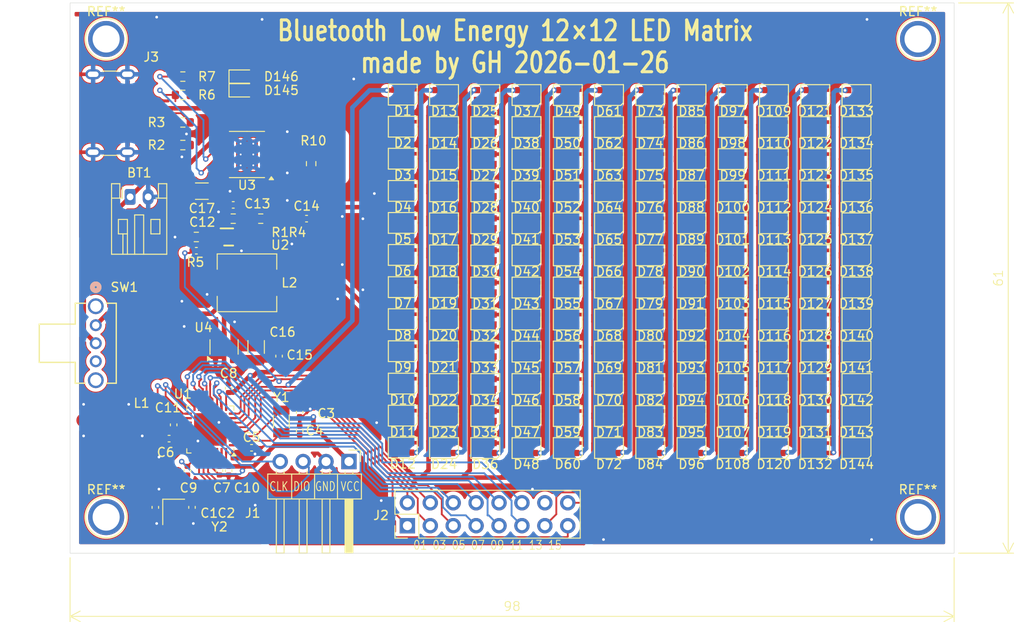
<source format=kicad_pcb>
(kicad_pcb (version 20241229) (generator "pcbnew") (generator_version "9.0")
  (layers (0 "F.Cu" signal) (2 "B.Cu" signal) (13 "F.Paste" user) (15 "B.Paste" user) (5 "F.SilkS" user "F.Silkscreen") (7 "B.SilkS" user "B.Silkscreen") (1 "F.Mask" user) (3 "B.Mask" user) (25 "Edge.Cuts" user))
  (net 0 "")
  (net 1 "GND")
  (net 2 "Vbat")
  (net 3 "Net-(U1-XC1)")
  (net 4 "Net-(U1-XC2)")
  (net 5 "Net-(U1-P0.01{slash}XL2)")
  (net 6 "Net-(U1-P0.00{slash}XL1)")
  (net 7 "Net-(U1-DEC1)")
  (net 8 "Net-(U1-DEC3)")
  (net 9 "Net-(U1-DEC4)")
  (net 10 "+3.3V")
  (net 11 "Net-(U1-ANT)")
  (net 12 "/Power/EN_5V")
  (net 13 "Net-(U2-FB)")
  (net 14 "+5V")
  (net 15 "/LED_Matrix1/DIN")
  (net 16 "Net-(D1-DOUT)")
  (net 17 "Net-(D2-DOUT)")
  (net 18 "Net-(D3-DOUT)")
  (net 19 "Net-(D4-DOUT)")
  (net 20 "Net-(D5-DOUT)")
  (net 21 "Net-(D6-DOUT)")
  (net 22 "Net-(D7-DOUT)")
  (net 23 "Net-(D8-DOUT)")
  (net 24 "Net-(D10-DIN)")
  (net 25 "Net-(D10-DOUT)")
  (net 26 "Net-(D11-DOUT)")
  (net 27 "/LED_Matrix1/LED_Matrix_Line0/DOUT")
  (net 28 "Net-(D13-DOUT)")
  (net 29 "Net-(D14-DOUT)")
  (net 30 "Net-(D15-DOUT)")
  (net 31 "Net-(D16-DOUT)")
  (net 32 "Net-(D17-DOUT)")
  (net 33 "Net-(D18-DOUT)")
  (net 34 "Net-(D19-DOUT)")
  (net 35 "Net-(D20-DOUT)")
  (net 36 "Net-(D21-DOUT)")
  (net 37 "Net-(D22-DOUT)")
  (net 38 "Net-(D23-DOUT)")
  (net 39 "/LED_Matrix1/LED_Matrix_Line1/DOUT")
  (net 40 "Net-(D25-DOUT)")
  (net 41 "Net-(D26-DOUT)")
  (net 42 "Net-(D27-DOUT)")
  (net 43 "Net-(D28-DOUT)")
  (net 44 "Net-(D29-DOUT)")
  (net 45 "Net-(D30-DOUT)")
  (net 46 "Net-(D31-DOUT)")
  (net 47 "Net-(D32-DOUT)")
  (net 48 "Net-(D33-DOUT)")
  (net 49 "Net-(D34-DOUT)")
  (net 50 "Net-(D35-DOUT)")
  (net 51 "/LED_Matrix1/LED_Matrix_Line2/DOUT")
  (net 52 "Net-(D37-DOUT)")
  (net 53 "Net-(D38-DOUT)")
  (net 54 "Net-(D39-DOUT)")
  (net 55 "Net-(D40-DOUT)")
  (net 56 "Net-(D41-DOUT)")
  (net 57 "Net-(D42-DOUT)")
  (net 58 "Net-(D43-DOUT)")
  (net 59 "Net-(D44-DOUT)")
  (net 60 "Net-(D45-DOUT)")
  (net 61 "Net-(D46-DOUT)")
  (net 62 "Net-(D47-DOUT)")
  (net 63 "/LED_Matrix1/LED_Matrix_Line3/DOUT")
  (net 64 "Net-(D49-DOUT)")
  (net 65 "Net-(D50-DOUT)")
  (net 66 "Net-(D51-DOUT)")
  (net 67 "Net-(D52-DOUT)")
  (net 68 "Net-(D53-DOUT)")
  (net 69 "Net-(D54-DOUT)")
  (net 70 "Net-(D55-DOUT)")
  (net 71 "Net-(D56-DOUT)")
  (net 72 "Net-(D57-DOUT)")
  (net 73 "Net-(D58-DOUT)")
  (net 74 "Net-(D59-DOUT)")
  (net 75 "/LED_Matrix1/LED_Matrix_Line4/DOUT")
  (net 76 "Net-(D61-DOUT)")
  (net 77 "Net-(D62-DOUT)")
  (net 78 "Net-(D63-DOUT)")
  (net 79 "Net-(D64-DOUT)")
  (net 80 "Net-(D65-DOUT)")
  (net 81 "Net-(D66-DOUT)")
  (net 82 "Net-(D67-DOUT)")
  (net 83 "Net-(D68-DOUT)")
  (net 84 "Net-(D69-DOUT)")
  (net 85 "Net-(D70-DOUT)")
  (net 86 "Net-(D71-DOUT)")
  (net 87 "/LED_Matrix1/LED_Matrix_Line5/DOUT")
  (net 88 "Net-(D73-DOUT)")
  (net 89 "Net-(D74-DOUT)")
  (net 90 "Net-(D75-DOUT)")
  (net 91 "Net-(D76-DOUT)")
  (net 92 "Net-(D77-DOUT)")
  (net 93 "Net-(D78-DOUT)")
  (net 94 "Net-(D79-DOUT)")
  (net 95 "Net-(D80-DOUT)")
  (net 96 "Net-(D81-DOUT)")
  (net 97 "Net-(D82-DOUT)")
  (net 98 "Net-(D83-DOUT)")
  (net 99 "/LED_Matrix1/LED_Matrix_Line6/DOUT")
  (net 100 "Net-(D85-DOUT)")
  (net 101 "Net-(D86-DOUT)")
  (net 102 "Net-(D87-DOUT)")
  (net 103 "Net-(D88-DOUT)")
  (net 104 "Net-(D89-DOUT)")
  (net 105 "Net-(D90-DOUT)")
  (net 106 "Net-(D91-DOUT)")
  (net 107 "Net-(D92-DOUT)")
  (net 108 "Net-(D93-DOUT)")
  (net 109 "Net-(D94-DOUT)")
  (net 110 "Net-(D95-DOUT)")
  (net 111 "/LED_Matrix1/LED_Matrix_Line7/DOUT")
  (net 112 "Net-(D97-DOUT)")
  (net 113 "Net-(D98-DOUT)")
  (net 114 "Net-(D100-DIN)")
  (net 115 "Net-(D100-DOUT)")
  (net 116 "Net-(D101-DOUT)")
  (net 117 "Net-(D102-DOUT)")
  (net 118 "Net-(D103-DOUT)")
  (net 119 "Net-(D104-DOUT)")
  (net 120 "Net-(D105-DOUT)")
  (net 121 "Net-(D106-DOUT)")
  (net 122 "Net-(D107-DOUT)")
  (net 123 "/LED_Matrix1/LED_Matrix_Line8/DOUT")
  (net 124 "Net-(D109-DOUT)")
  (net 125 "Net-(D110-DOUT)")
  (net 126 "Net-(D111-DOUT)")
  (net 127 "Net-(D112-DOUT)")
  (net 128 "Net-(D113-DOUT)")
  (net 129 "Net-(D114-DOUT)")
  (net 130 "Net-(D115-DOUT)")
  (net 131 "Net-(D116-DOUT)")
  (net 132 "Net-(D117-DOUT)")
  (net 133 "Net-(D118-DOUT)")
  (net 134 "Net-(D119-DOUT)")
  (net 135 "/LED_Matrix1/LED_Matrix_Line10/DIN")
  (net 136 "Net-(D121-DOUT)")
  (net 137 "Net-(D122-DOUT)")
  (net 138 "Net-(D123-DOUT)")
  (net 139 "Net-(D124-DOUT)")
  (net 140 "Net-(D125-DOUT)")
  (net 141 "Net-(D126-DOUT)")
  (net 142 "Net-(D127-DOUT)")
  (net 143 "Net-(D128-DOUT)")
  (net 144 "Net-(D129-DOUT)")
  (net 145 "Net-(D130-DOUT)")
  (net 146 "Net-(D131-DOUT)")
  (net 147 "/LED_Matrix1/LED_Matrix_Line10/DOUT")
  (net 148 "Net-(D133-DOUT)")
  (net 149 "Net-(D134-DOUT)")
  (net 150 "Net-(D135-DOUT)")
  (net 151 "Net-(D136-DOUT)")
  (net 152 "Net-(D137-DOUT)")
  (net 153 "Net-(D138-DOUT)")
  (net 154 "Net-(D139-DOUT)")
  (net 155 "Net-(D140-DOUT)")
  (net 156 "Net-(D141-DOUT)")
  (net 157 "Net-(D142-DOUT)")
  (net 158 "Net-(D143-DOUT)")
  (net 159 "/LED_Matrix1/LED_Matrix_Line11/DOUT")
  (net 160 "Net-(D145-K)")
  (net 161 "Vusb")
  (net 162 "Net-(D146-K)")
  (net 163 "Net-(J1-Pin_4)")
  (net 164 "Net-(J1-Pin_3)")
  (net 165 "Net-(J2-Pin_3)")
  (net 166 "Net-(J2-Pin_16)")
  (net 167 "Net-(U1-P0.28{slash}AIN4)")
  (net 168 "Net-(J2-Pin_5)")
  (net 169 "Net-(J2-Pin_4)")
  (net 170 "Net-(J2-Pin_6)")
  (net 171 "Net-(J2-Pin_12)")
  (net 173 "Net-(J2-Pin_11)")
  (net 174 "Net-(J2-Pin_8)")
  (net 175 "Net-(J2-Pin_7)")
  (net 176 "Net-(J2-Pin_1)")
  (net 177 "Net-(J2-Pin_13)")
  (net 178 "Net-(J2-Pin_14)")
  (net 179 "Net-(J3-CC2)")
  (net 180 "Net-(J3-CC1)")
  (net 181 "unconnected-(L1-Pad1)")
  (net 182 "Net-(U2-SW)")
  (net 183 "Net-(U3-~{CHRG})")
  (net 184 "Net-(U3-~{STDBY})")
  (net 185 "Net-(U3-PROG)")
  (net 189 "Vbat_1")
  (footprint "LED_SMD:LED_WS2812B-2020_PLCC4_2.0x2.0mm" (layer "F.Cu") (at 138.027189 68.3428 180)
    (property "Reference" "D36")
    (property "Value" "WS2812B-2020")
  )
  (footprint "LED_SMD:LED_WS2812B-2020_PLCC4_2.0x2.0mm" (layer "F.Cu") (at 128.883189 54.0568 180)
    (property "Reference" "D8")
    (property "Value" "WS2812B-2020")
  )
  (footprint "Capacitor_SMD:C_0402_1005Metric" (layer "F.Cu") (at 117.453189 64.3778 -90)
    (property "Reference" "C3")
    (property "Value" "12p")
  )
  (footprint "LED_SMD:LED_WS2812B-2020_PLCC4_2.0x2.0mm" (layer "F.Cu") (at 170.031189 46.9788 180)
    (property "Reference" "D114")
    (property "Value" "WS2812B-2020")
  )
  (footprint "LED_SMD:LED_WS2812B-2020_PLCC4_2.0x2.0mm" (layer "F.Cu") (at 142.599189 46.9788 180)
    (property "Reference" "D42")
    (property "Value" "WS2812B-2020")
  )
  (footprint "LED_SMD:LED_WS2812B-2020_PLCC4_2.0x2.0mm" (layer "F.Cu") (at 179.175189 29.2108 180)
    (property "Reference" "D133")
    (property "Value" "WS2812B-2020")
  )
  (footprint "LED_SMD:LED_WS2812B-2020_PLCC4_2.0x2.0mm" (layer "F.Cu") (at 147.171189 46.9788 180)
    (property "Reference" "D54")
    (property "Value" "WS2812B-2020")
  )
  (footprint "Capacitor_SMD:C_0402_1005Metric" (layer "F.Cu") (at 105.007189 70.8548 -90)
    (property "Reference" "C9")
    (property "Value" "100n")
  )
  (footprint "LED_SMD:LED_WS2812B-2020_PLCC4_2.0x2.0mm" (layer "F.Cu") (at 142.599189 39.8788 180)
    (property "Reference" "D40")
    (property "Value" "WS2812B-2020")
  )
  (footprint "LED_SMD:LED_WS2812B-2020_PLCC4_2.0x2.0mm" (layer "F.Cu") (at 142.599189 50.5528 180)
    (property "Reference" "D43")
    (property "Value" "WS2812B-2020")
  )
  (footprint "LED_SMD:LED_WS2812B-2020_PLCC4_2.0x2.0mm" (layer "F.Cu") (at 128.883189 64.7528 180)
    (property "Reference" "D11")
    (property "Value" "WS2812B-2020")
  )
  (footprint "LED_SMD:LED_WS2812B-2020_PLCC4_2.0x2.0mm" (layer "F.Cu") (at 170.031189 43.4288 180)
    (property "Reference" "D113")
    (property "Value" "WS2812B-2020")
  )
  (footprint "Connector_PinHeader_2.54mm:PinHeader_1x04_P2.54mm_Horizontal" (layer "F.Cu") (at 122.914189 69.8388 -90)
    (property "Reference" "J1")
    (property "Value" "Conn_01x04")
  )
  (footprint "LED_SMD:LED_WS2812B-2020_PLCC4_2.0x2.0mm" (layer "F.Cu") (at 128.883189 43.3888 180)
    (property "Reference" "D5")
    (property "Value" "WS2812B-2020")
  )
  (footprint "TPS61023DRLR:DRL0006A" (layer "F.Cu") (at 109.579189 44.9468)
    (property "Reference" "U2")
    (property "Value" "TPS61023DRLR")
  )
  (footprint "LED_SMD:LED_WS2812B-2020_PLCC4_2.0x2.0mm" (layer "F.Cu") (at 151.743189 57.6468 180)
    (property "Reference" "D69")
    (property "Value" "WS2812B-2020")
  )
  (footprint "LED_SMD:LED_WS2812B-2020_PLCC4_2.0x2.0mm" (layer "F.Cu") (at 138.027189 50.5468 180)
    (property "Reference" "D31")
    (property "Value" "WS2812B-2020")
  )
  (footprint "LED_SMD:LED_WS2812B-2020_PLCC4_2.0x2.0mm" (layer "F.Cu") (at 170.031189 39.8788 180)
    (property "Reference" "D112")
    (property "Value" "WS2812B-2020")
  )
  (footprint "LED_SMD:LED_WS2812B-2020_PLCC4_2.0x2.0mm" (layer "F.Cu") (at 142.599189 36.3108 180)
    (property "Reference" "D39")
    (property "Value" "WS2812B-2020")
  )
  (footprint "LED_SMD:LED_WS2812B-2020_PLCC4_2.0x2.0mm" (layer "F.Cu") (at 142.599189 64.7988 180)
    (property "Reference" "D47")
    (property "Value" "WS2812B-2020")
  )
  (footprint "LED_SMD:LED_WS2812B-2020_PLCC4_2.0x2.0mm" (layer "F.Cu") (at 179.175189 36.3108 180)
    (property "Reference" "D135")
    (property "Value" "WS2812B-2020")
  )
  (footprint "LED_SMD:LED_WS2812B-2020_PLCC4_2.0x2.0mm" (layer "F.Cu") (at 133.455189 46.9788 180)
    (property "Reference" "D18")
    (property "Value" "WS2812B-2020")
  )
  (footprint "LED_SMD:LED_WS2812B-2020_PLCC4_2.0x2.0mm" (layer "F.Cu") (at 133.455189 36.3108 180)
    (property "Reference" "D15")
    (property "Value" "WS2812B-2020")
  )
  (footprint "LED_SMD:LED_WS2812B-2020_PLCC4_2.0x2.0mm" (layer "F.Cu") (at 174.603189 64.7928 180)
    (property "Reference" "D131")
    (property "Value" "WS2812B-2020")
  )
  (footprint "LED_SMD:LED_WS2812B-2020_PLCC4_2.0x2.0mm" (layer "F.Cu") (at 133.455189 32.7608 180)
    (property "Reference" "D14")
    (property "Value" "WS2812B-2020")
  )
  (footprint "Capacitor_SMD:C_0402_1005Metric" (layer "F.Cu") (at 105.515189 74.9188 -90)
    (property "Reference" "C2")
    (property "Value" "12p")
  )
  (footprint "LED_SMD:LED_WS2812B-2020_PLCC4_2.0x2.0mm" (layer "F.Cu") (at 147.171189 64.7928 180)
    (property "Reference" "D59")
    (property "Value" "WS2812B-2020")
  )
  (footprint "LED_SMD:LED_WS2812B-2020_PLCC4_2.0x2.0mm" (layer "F.Cu") (at 165.459189 32.7608 180)
    (property "Reference" "D98")
    (property "Value" "WS2812B-2020")
  )
  (footprint "LED_SMD:LED_WS2812B-2020_PLCC4_2.0x2.0mm" (layer "F.Cu") (at 165.459189 61.2428 180)
    (property "Reference" "D106")
    (property "Value" "WS2812B-2020")
  )
  (footprint "LED_SMD:LED_WS2812B-2020_PLCC4_2.0x2.0mm" (layer "F.Cu") (at 165.459189 50.5468 180)
    (property "Reference" "D103")
    (property "Value" "WS2812B-2020")
  )
  (footprint "LED_SMD:LED_WS2812B-2020_PLCC4_2.0x2.0mm" (layer "F.Cu") (at 133.455189 68.3428 180)
    (property "Reference" "D24")
    (property "Value" "WS2812B-2020")
  )
  (footprint "LED_SMD:LED_WS2812B-2020_PLCC4_2.0x2.0mm" (layer "F.Cu") (at 170.031189 50.5468 180)
    (property "Reference" "D115")
    (property "Value" "WS2812B-2020")
  )
  (footprint "Inductor_SMD:L_0402_1005Metric" (layer "F.Cu") (at 100.943189 65.2668)
    (property "Reference" "L1")
    (property "Value" "3n9")
  )
  (footprint "LED_SMD:LED_WS2812B-2020_PLCC4_2.0x2.0mm" (layer "F.Cu") (at 138.027189 32.7608 180)
    (property "Reference" "D26")
    (property "Value" "WS2812B-2020")
  )
  (footprint "Capacitor_SMD:C_0402_1005Metric" (layer "F.Cu") (at 103.483189 65.7748 -90)
    (property "Reference" "C11")
    (property "Value" "0.8p")
  )
  (footprint "LED_SMD:LED_WS2812B-2020_PLCC4_2.0x2.0mm" (layer "F.Cu") (at 156.315189 43.4288 180)
    (property "Reference" "D77")
    (property "Value" "WS2812B-2020")
  )
  (footprint "LED_SMD:LED_WS2812B-2020_PLCC4_2.0x2.0mm" (layer "F.Cu") (at 174.603189 39.8788 180)
    (property "Reference" "D124")
    (property "Value" "WS2812B-2020")
  )
  (footprint "LED_SMD:LED_WS2812B-2020_PLCC4_2.0x2.0mm" (layer "F.Cu") (at 151.743189 46.9788 180)
    (property "Reference" "D66")
    (property "Value" "WS2812B-2020")
  )
  (footprint "LED_SMD:LED_WS2812B-2020_PLCC4_2.0x2.0mm" (layer "F.Cu") (at 179.175189 64.7928 180)
    (property "Reference" "D143")
    (property "Value" "WS2812B-2020")
  )
  (footprint "Resistor_SMD:R_0603_1608Metric" (layer "F.Cu") (at 105.995189 44.9468 180)
    (property "Reference" "R5")
    (property "Value" "1K5")
  )
  (footprint "LED_SMD:LED_WS2812B-2020_PLCC4_2.0x2.0mm" (layer "F.Cu") (at 165.459189 36.3108 180)
    (property "Reference" "D99")
    (property "Value" "WS2812B-2020")
  )
  (footprint "LED_SMD:LED_WS2812B-2020_PLCC4_2.0x2.0mm" (layer "F.Cu") (at 142.599189 54.1028 180)
    (property "Reference" "D44")
    (property "Value" "WS2812B-2020")
  )
  (footprint "LED_SMD:LED_WS2812B-2020_PLCC4_2.0x2.0mm" (layer "F.Cu") (at 179.175189 68.3428 180)
    (property "Reference" "D144")
    (property "Value" "WS2812B-2020")
  )
  (footprint "LED_SMD:LED_WS2812B-2020_PLCC4_2.0x2.0mm" (layer "F.Cu") (at 151.743189 29.2108 180)
    (property "Reference" "D61")
    (property "Value" "WS2812B-2020")
  )
  (footprint "Capacitor_SMD:C_0402_1005Metric" (layer "F.Cu") (at 115.167189 58.1548 -90)
    (property "Reference" "C15")
    (property "Value" "100n")
  )
  (footprint "Capacitor_SMD:C_0402_1005Metric" (layer "F.Cu") (at 109.579189 61.7108 90)
    (property "Reference" "C8")
    (property "Value" "100n")
  )
  (footprint "Capacitor_SMD:C_0402_1005Metric" (layer "F.Cu") (at 102.975189 67.2988 180)
    (property "Reference" "C6")
    (property "Value" "100p")
  )
  (footprint "LED_SMD:LED_WS2812B-2020_PLCC4_2.0x2.0mm" (layer "F.Cu") (at 142.599189 29.2108 180)
    (property "Reference" "D37")
    (property "Value" "WS2812B-2020")
  )
  (footprint "LED_SMD:LED_WS2812B-2020_PLCC4_2.0x2.0mm" (layer "F.Cu") (at 165.459189 68.3428 180)
    (property "Reference" "D108")
    (property "Value" "WS2812B-2020")
  )
  (footprint "Capacitor_SMD:C_0402_1005Metric" (layer "F.Cu") (at 118.215189 42.9148)
    (property "Reference" "C14")
    (property "Value" "1u")
  )
  (footprint "LED_SMD:LED_WS2812B-2020_PLCC4_2.0x2.0mm" (layer "F.Cu") (at 133.455189 64.7928 180)
    (property "Reference" "D23")
    (property "Value" "WS2812B-2020")
  )
  (footprint "LED_SMD:LED_WS2812B-2020_PLCC4_2.0x2.0mm" (layer "F.Cu") (at 174.603189 43.4288 180)
    (property "Reference" "D125")
    (property "Value" "WS2812B-2020")
  )
  (footprint "LED_SMD:LED_WS2812B-2020_PLCC4_2.0x2.0mm" (layer "F.Cu") (at 147.171189 57.6468 180)
    (property "Reference" "D57")
    (property "Value" "WS2812B-2020")
  )
  (footprint "LED_SMD:LED_WS2812B-2020_PLCC4_2.0x2.0mm" (layer "F.Cu") (at 133.455189 61.2428 180)
    (property "Reference" "D22")
    (property "Value" "WS2812B-2020")
  )
  (footprint "Inductor_SMD:L_6.3x6.3_H3" (layer "F.Cu") (at 111.611189 50.0268)
    (property "Reference" "L2")
    (property "Value" "1u")
  )
  (footprint "Resistor_SMD:R_0603_1608Metric" (layer "F.Cu") (at 104.499189 27.1668)
    (property "Reference" "R7")
    (property "Value" "1K5")
  )
  (footprint "Capacitor_SMD:C_0402_1005Metric" (layer "F.Cu") (at 109.579189 70.8548 -90)
    (property "Reference" "C10")
    (property "Value" "4u7")
  )
  (footprint "LED_SMD:LED_WS2812B-2020_PLCC4_2.0x2.0mm" (layer "F.Cu") (at 160.887189 29.2108 180)
    (property "Reference" "D85")
    (property "Value" "WS2812B-2020")
  )
  (footprint "LED_SMD:LED_WS2812B-2020_PLCC4_2.0x2.0mm" (layer "F.Cu") (at 160.887189 50.5468 180)
    (property "Reference" "D91")
    (property "Value" "WS2812B-2020")
  )
  (footprint "LED_SMD:LED_WS2812B-2020_PLCC4_2.0x2.0mm" (layer "F.Cu") (at 179.175189 32.7608 180)
    (property "Reference" "D134")
    (property "Value" "WS2812B-2020")
  )
  (footprint "LED_SMD:LED_WS2812B-2020_PLCC4_2.0x2.0mm" (layer "F.Cu") (at 128.883189 36.2708 180)
    (property "Reference" "D3")
    (property "Value" "WS2812B-2020")
  )
  (footprint "Crystal:Crystal_SMD_3215-2Pin_3.2x1.5mm" (layer "F.Cu") (at 115.421189 65.3938 90)
    (property "Reference" "Y1")
    (property "Value" "Crystal")
  )
  (footprint "LED_SMD:LED_WS2812B-2020_PLCC4_2.0x2.0mm" (layer "F.Cu") (at 138.027189 64.7928 180)
    (property "Reference" "D35")
    (property "Value" "WS2812B-2020")
  )
  (footprint "LED_SMD:LED_WS2812B-2020_PLCC4_2.0x2.0mm" (layer "F.Cu") (at 147.171189 32.7608 180)
    (property "Reference" "D50")
    (property "Value" "WS2812B-2020")
  )
  (footprint "LED_SMD:LED_WS2812B-2020_PLCC4_2.0x2.0mm" (layer "F.Cu") (at 128.883189 46.9388 180)
    (property "Reference" "D6")
    (property "Value" "WS2812B-2020")
  )
  (footprint "LED_SMD:LED_WS2812B-2020_PLCC4_2.0x2.0mm" (layer "F.Cu") (at 156.315189 39.8788 180)
    (property "Reference" "D76")
    (property "Value" "WS2812B-2020")
  )
  (footprint "LED_SMD:LED_WS2812B-2020_PLCC4_2.0x2.0mm" (layer "F.Cu") (at 156.315189 32.7608 180)
    (property "Reference" "D74")
    (property "Value" "WS2812B-2020")
  )
  (footprint "LED_SMD:LED_WS2812B-2020_PLCC4_2.0x2.0mm" (layer "F.Cu") (at 165.459189 64.7928 180)
    (property "Reference" "D107")
    (property "Value" "WS2812B-2020")
  )
  (footprint "Package_TO_SOT_SMD:SOT-23-3" (layer "F.Cu") (at 109.071189 57.1388 90)
    (property "Reference" "U4")
    (property "Value" "XC6206PxxxMR")
  )
  (footprint "LED_SMD:LED_WS2812B-2020_PLCC4_2.0x2.0mm" (layer "F.Cu") (at 128.883189 29.1708 180)
    (property "Reference" "D1")
    (property "Value" "WS2812B-2020")
  )
  (footprint "LED_SMD:LED_WS2812B-2020_PLCC4_2.0x2.0mm" (layer "F.Cu") (at 160.887189 43.4288 180)
    (property "Reference" "D89")
    (property "Value" "WS2812B-2020")
  )
  (footprint "LED_SMD:LED_WS2812B-2020_PLCC4_2.0x2.0mm" (layer "F.Cu") (at 170.031189 29.2108 180)
    (property "Reference" "D109")
    (property "Value" "WS2812B-2020")
  )
  (footprint "Connector_JST:JST_PH_S2B-PH-K_1x02_P2.00mm_Horizontal" (layer "F.Cu") (at 98.657189 40.5018)
    (property "Reference" "BT1")
    (property "Value" "3.7V")
  )
  (footprint "LED_SMD:LED_WS2812B-2020_PLCC4_2.0x2.0mm" (layer "F.Cu") (at 156.315189 46.9788 180)
    (property "Reference" "D78")
    (property "Value" "WS2812B-2020")
  )
  (footprint "Connector_USB:USB_C_Receptacle_GCT_USB4125-xx-x-0190_6P_TopMnt_Horizontal" (layer "F.Cu") (at 95.355189 31.2308 -90)
    (property "Reference" "J3")
    (property "Value" "USB_C_Receptacle_PowerOnly_6P")
  )
  (footprint "LED_SMD:LED_WS2812B-2020_PLCC4_2.0x2.0mm" (layer "F.Cu") (at 133.455189 39.8788 180)
    (property "Reference" "D16")
    (property "Value" "WS2812B-2020")
  )
  (footprint "Resistor_SMD:R_0603_1608Metric" (layer "F.Cu") (at 104.499189 32.2468 180)
    (property "Reference" "R3")
    (property "Value" "5K1")
  )
  (footprint "LED_SMD:LED_WS2812B-2020_PLCC4_2.0x2.0mm" (layer "F.Cu") (at 179.175189 39.8788 180)
    (property "Reference" "D136")
    (property "Value" "WS2812B-2020")
  )
  (footprint "LED_SMD:LED_WS2812B-2020_PLCC4_2.0x2.0mm" (layer "F.Cu") (at 160.887189 54.0968 180)
    (property "Reference" "D92")
    (property "Value" "WS2812B-2020")
  )
  (footprint "LED_SMD:LED_WS2812B-2020_PLCC4_2.0x2.0mm" (layer "F.Cu") (at 156.315189 54.1028 180)
    (property "Reference" "D80")
    (property "Value" "WS2812B-2020")
  )
  (footprint "LED_SMD:LED_WS2812B-2020_PLCC4_2.0x2.0mm" (layer "F.Cu") (at 165.459189 57.6468 180)
    (property "Reference" "D105")
    (property "Value" "WS2812B-2020")
  )
  (footprint "LED_SMD:LED_WS2812B-2020_PLCC4_2.0x2.0mm" (layer "F.Cu") (at 160.887189 39.8788 180)
    (property "Reference" "D88")
    (property "Value" "WS2812B-2020")
  )
  (footprint "Capacitor_SMD:C_0402_1005Metric" (layer "F.Cu") (at 112.119189 68.3148)
    (property "Reference" "C5")
    (property "Value" "100n")
  )
  (footprint "LED_SMD:LED_WS2812B-2020_PLCC4_2.0x2.0mm" (layer "F.Cu") (at 160.887189 64.7928 180)
    (property "Reference" "D95")
    (property "Value" "WS2812B-2020")
  )
  (footprint "Capacitor_SMD:C_0402_1005Metric" (layer "F.Cu") (at 108.563189 70.8548 -90)
    (property "Reference" "C7")
    (property "Value" "1u")
  )
  (footprint "Resistor_SMD:R_0603_1608Metric" (layer "F.Cu") (at 110.087189 42.9148 180)
    (property "Reference" "R1")
    (property "Value" "1K5")
  )
  (footprint "LED_SMD:LED_WS2812B-2020_PLCC4_2.0x2.0mm" (layer "F.Cu") (at 174.603189 50.5468 180)
    (property "Reference" "D127")
    (property "Value" "WS2812B-2020")
  )
  (footprint "LED_SMD:LED_WS2812B-2020_PLCC4_2.0x2.0mm" (layer "F.Cu") (at 170.031189 36.3108 180)
    (property "Reference" "D111")
    (property "Value" "WS2812B-2020")
  )
  (footprint "LED_SMD:LED_WS2812B-2020_PLCC4_2.0x2.0mm" (layer "F.Cu") (at 156.315189 36.3108 180)
    (property "Reference" "D75")
    (property "Value" "WS2812B-2020")
  )
  (footprint "LED_SMD:LED_WS2812B-2020_PLCC4_2.0x2.0mm" (layer "F.Cu") (at 128.883189 61.2028 180)
    (property "Reference" "D10")
    (property "Value" "WS2812B-2020")
  )
  (footprint "LED_SMD:LED_WS2812B-2020_PLCC4_2.0x2.0mm" (layer "F.Cu") (at 174.603189 68.3428 180)
    (property "Reference" "D132")
    (property "Value" "WS2812B-2020")
  )
  (footprint "LED_SMD:LED_WS2812B-2020_PLCC4_2.0x2.0mm" (layer "F.Cu") (at 174.603189 36.3108 180)
    (property "Reference" "D123")
    (property "Value" "WS2812B-2020")
  )
  (footprint "Capacitor_SMD:C_0402_1005Metric" (layer "F.Cu") (at 105.995189 46.4708)
    (property "Reference" "C12")
    (property "Value" "1u")
  )
  (footprint "LED_SMD:LED_WS2812B-2020_PLCC4_2.0x2.0mm" (layer "F.Cu") (at 128.883189 39.8388 180)
    (property "Reference" "D4")
    (property "Value" "WS2812B-2020")
  )
  (footprint "TestPoint:TestPoint_Plated_Hole_D3.0mm" (layer "F.Cu") (at 186 23)
    (property "Reference" "REF**")
    (property "Value" "TestPoint_Plated_Hole_D3.0mm")
  )
  (footprint "LED_SMD:LED_WS2812B-2020_PLCC4_2.0x2.0mm" (layer "F.Cu") (at 179.175189 57.6468 180)
    (property "Reference" "D141")
    (property "Value" "WS2812B-2020")
  )
  (footprint "LED_SMD:LED_WS2812B-2020_PLCC4_2.0x2.0mm" (layer "F.Cu") (at 151.743189 64.7928 180)
    (property "Reference" "D71")
    (property "Value" "WS2812B-2020")
  )
  (footprint "LED_SMD:LED_WS2812B-2020_PLCC4_2.0x2.0mm" (layer "F.Cu") (at 138.027189 57.6468 180)
    (property "Reference" "D33")
    (property "Value" "WS2812B-2020")
  )
  (footprint "Resistor_SMD:R_0603_1608Metric" (layer "F.Cu") (at 113.135189 42.9148 180)
    (property "Reference" "R4")
    (property "Value" "11K")
  )
  (footprint "LED_SMD:LED_WS2812B-2020_PLCC4_2.0x2.0mm" (layer "F.Cu") (at 133.455189 50.5068 180)
    (property "Reference" "D19")
    (property "Value" "WS2812B-2020")
  )
  (footprint "LED_SMD:LED_WS2812B-2020_PLCC4_2.0x2.0mm" (layer "F.Cu") (at 174.603189 46.9788 180)
    (property "Reference" "D126")
    (property "Value" "WS2812B-2020")
  )
  (footprint "LED_SMD:LED_0603_1608Metric" (layer "F.Cu") (at 111.103189 27.1668)
    (property "Reference" "D146")
    (property "Value" "Standby")
  )
  (footprint "LED_SMD:LED_WS2812B-2020_PLCC4_2.0x2.0mm" (layer "F.Cu") (at 179.175189 46.9788 180)
    (property "Reference" "D138")
    (property "Value" "WS2812B-2020")
  )
  (footprint "LED_SMD:LED_WS2812B-2020_PLCC4_2.0x2.0mm" (layer "F.Cu") (at 151.743189 32.7608 180)
    (property "Reference" "D62")
    (property "Value" "WS2812B-2020")
  )
  (footprint "LED_SMD:LED_WS2812B-2020_PLCC4_2.0x2.0mm" (layer "F.Cu") (at 170.031189 68.3428 180)
    (property "Reference" "D120")
    (property "Value" "WS2812B-2020")
  )
  (footprint "LED_SMD:LED_WS2812B-2020_PLCC4_2.0x2.0mm" (layer "F.Cu") (at 179.175189 43.4288 180)
    (property "Reference" "D137")
    (property "Value" "WS2812B-2020")
  )
  (footprint "LED_SMD:LED_WS2812B-2020_PLCC4_2.0x2.0mm" (layer "F.Cu") (at 170.031189 64.7928 180)
    (property "Reference" "D119")
    (property "Value" "WS2812B-2020")
  )
  (footprint "LED_SMD:LED_WS2812B-2020_PLCC4_2.0x2.0mm" (layer "F.Cu") (at 128.883189 32.7208 180)
    (property "Reference" "D2")
    (property "Value" "WS2812B-2020")
  )
  (footprint "LED_SMD:LED_WS2812B-2020_PLCC4_2.0x2.0mm" (layer "F.Cu") (at 156.315189 68.3428 180)
    (property "Reference" "D84")
    (property "Value" "WS2812B-2020")
  )
  (footprint "LED_SMD:LED_WS2812B-2020_PLCC4_2.0x2.0mm" (layer "F.Cu") (at 138.027189 43.4288 180)
    (property "Reference" "D29")
    (property "Value" "WS2812B-2020")
  )
  (footprint "LED_SMD:LED_WS2812B-2020_PLCC4_2.0x2.0mm" (layer "F.Cu") (at 133.455189 29.2108 180)
    (property "Reference" "D13")
    (property "Value" "WS2812B-2020")
  )
  (footprint "LED_SMD:LED_WS2812B-2020_PLCC4_2.0x2.0mm" (layer "F.Cu") (at 151.743189 61.2428 180)
    (property "Reference" "D70")
    (property "Value" "WS2812B-2020")
  )
  (footprint "LED_SMD:LED_WS2812B-2020_PLCC4_2.0x2.0mm" (layer "F.Cu") (at 165.459189 39.8788 180)
    (property "Reference" "D100")
    (property "Value" "WS2812B-2020")
  )
  (footprint "LED_SMD:LED_WS2812B-2020_PLCC4_2.0x2.0mm" (layer "F.Cu") (at 142.599189 43.4288 180)
    (property "Reference" "D41")
    (property "Value" "WS2812B-2020")
  )
  (footprint "LED_SMD:LED_WS2812B-2020_PLCC4_2.0x2.0mm" (layer "F.Cu") (at 160.887189 36.3108 180)
    (property "Reference" "D87")
    (property "Value" "WS2812B-2020")
  )
  (footprint "LED_SMD:LED_WS2812B-2020_PLCC4_2.0x2.0mm" (layer "F.Cu") (at 151.743189 50.5468 180)
    (property "Reference" "D67")
    (property "Value" "WS2812B-2020")
  )
  (footprint "LED_SMD:LED_WS2812B-2020_PLCC4_2.0x2.0mm" (layer "F.Cu") (at 133.455189 43.4288 180)
    (property "Reference" "D17")
    (property "Value" "WS2812B-2020")
  )
  (footprint "LED_SMD:LED_WS2812B-2020_PLCC4_2.0x2.0mm" (layer "F.Cu") (at 179.175189 61.2428 180)
    (property "Reference" "D142")
    (property "Value" "WS2812B-2020")
  )
  (footprint "LED_SMD:LED_WS2812B-2020_PLCC4_2.0x2.0mm" (layer "F.Cu") (at 165.459189 29.2108 180)
    (property "Reference" "D97")
    (property "Value" "WS2812B-2020")
  )
  (footprint "Capacitor_SMD:C_1206_3216Metric" (layer "F.Cu") (at 112.627189 57.1388 -90)
    (property "Reference" "C16")
    (property "Value" "47u")
  )
  (footprint "LED_SMD:LED_0603_1608Metric" (layer "F.Cu") (at 111.103189 28.6908)
    (property "Reference" "D145")
    (property "Value" "Charge")
  )
  (footprint "Capacitor_SMD:C_0402_1005Metric" (layer "F.Cu") (at 117.453189 66.4098 90)
    (property "Reference" "C4")
    (property "Value" "12p")
  )
  (footprint "LED_SMD:LED_WS2812B-2020_PLCC4_2.0x2.0mm" (layer "F.Cu") (at 179.175189 54.0968 180)
    (property "Reference" "D140")
    (property "Value" "WS2812B-2020")
  )
  (footprint "Capacitor_SMD:C_0402_1005Metric" (layer "F.Cu") (at 110.087189 41.3908 180)
    (property "Reference" "C13")
    (property "Value" "22n")
  )
  (footprint "LED_SMD:LED_WS2812B-2020_PLCC4_2.0x2.0mm" (layer "F.Cu") (at 128.883189 50.5068 180)
    (property "Reference" "D7")
    (property "Value" "WS2812B-2020")
  )
  (footprint "Capacitor_SMD:C_1206_3216Metric" (layer "F.Cu") (at 106.609189 39.8668 180)
    (property "Reference" "C17")
    (property "Value" "47u")
  )
  (footprint "Resistor_SMD:R_0603_1608Metric" (layer "F.Cu") (at 118.723189 36.8188 -90)
    (property "Reference" "R10")
    (property "Value" "1K5")
  )
  (footprint "SK12D07VG4NSPA:SK12D07VG4NSPA_CNK" (layer "F.Cu") (at 94.847189 54.7258 -90)
    (property "Reference" "SW1")
    (property "Value" "SW_SPDT")
  )
  (footprint "LED_SMD:LED_WS2812B-2020_PLCC4_2.0x2.0mm" (layer "F.Cu") (at 142.599189 57.6528 180)
    (property "Reference" "D45")
    (property "Value" "WS2812B-2020")
  )
  (footprint "LED_SMD:LED_WS2812B-2020_PLCC4_2.0x2.0mm" (layer "F.Cu") (at 147.171189 61.2428 180)
    (property "Reference" "D58")
    (property "Value" "WS2812B-2020")
  )
  (footprint "LED_SMD:LED_WS2812B-2020_PLCC4_2.0x2.0mm" (layer "F.Cu") (at 170.031189 57.6468 180)
    (property "Reference" "D117")
    (property "Value" "WS2812B-2020")
  )
  (footprint "LED_SMD:LED_WS2812B-2020_PLCC4_2.0x2.0mm" (layer "F.Cu") (at 156.315189 50.5528 180)
    (property "Reference" "D79")
    (property "Value" "WS2812B-2020")
  )
  (footprint "LED_SMD:LED_WS2812B-2020_PLCC4_2.0x2.0mm" (layer "F.Cu") (at 133.455189 57.6068 180)
    (property "Reference" "D21")
    (property "Value" "WS2812B-2020")
  )
  (footprint "LED_SMD:LED_WS2812B-2020_PLCC4_2.0x2.0mm" (layer "F.Cu") (at 174.603189 32.7608 180)
    (property "Reference" "D122")
    (property "Value" "WS2812B-2020")
  )
  (footprint "LED_SMD:LED_WS2812B-2020_PLCC4_2.0x2.0mm" (layer "F.Cu") (at 151.743189 54.0968 180)
    (property "Reference" "D68")
    (property "Value" "WS2812B-2020")
  )
  (footprint "LED_SMD:LED_WS2812B-2020_PLCC4_2.0x2.0mm" (layer "F.Cu") (at 160.887189 46.9788 180)
    (property "Reference" "D90")
    (property "Value" "WS2812B-2020")
  )
  (footprint "Capacitor_SMD:C_0402_1005Metric" (layer "F.Cu") (at 101.451189 74.9188 -90)
    (property "Reference" "C1")
    (property "Value" "12p")
  )
  (footprint "LED_SMD:LED_WS2812B-2020_PLCC4_2.0x2.0mm" (layer "F.Cu") (at 165.459189 43.4288 180)
    (property "Reference" "D101")
    (property "Value" "WS2812B-2020")
  )
  (footprint "LED_SMD:LED_WS2812B-2020_PLCC4_2.0x2.0mm" (layer "F.Cu") (at 147.171189 43.4288 180)
    (property "Reference" "D53")
    (property "Value" "WS2812B-2020")
  )
  (footprint "Package_SO:SOIC-8-1EP_3.9x4.9mm_P1.27mm_EP2.41x3.3mm_ThermalVias" (layer "F.Cu") (at 111.611189 35.8028 180)
    (property "Reference" "U3")
    (property "Value" "TP4056-42-ESOP8")
  )
  (footprint "TestPoint:TestPoint_Plated_Hole_D3.0mm" (layer "F.Cu") (at 186 76)
    (property "Reference" "REF**")
    (property "Value" "TestPoint_Plated_Hole_D3.0mm")
  )
  (footprint "LED_SMD:LED_WS2812B-2020_PLCC4_2.0x2.0mm" (layer "F.Cu") (at 133.455189 54.0568 180)
    (property "Reference" "D20")
    (property "Value" "WS2812B-2020")
  )
  (footprint "LED_SMD:LED_WS2812B-2020_PLCC4_2.0x2.0mm" (layer "F.Cu") (at 142.599189 61.2488 180)
    (property "Reference" "D46")
    (property "Value" "WS2812B-2020")
  )
  (footprint "LED_SMD:LED_WS2812B-2020_PLCC4_2.0x2.0mm" (layer "F.Cu") (at 156.315189 29.2108 180)
    (property "Reference" "D73")
    (property "Value" "WS2812B-2020")
  )
  (footprint "LED_SMD:LED_WS2812B-2020_PLCC4_2.0x2.0mm" (layer "F.Cu") (at 156.315189 61.2428 180)
    (property "Reference" "D82")
    (property "Value" "WS2812B-2020")
  )
  (footprint "LED_SMD:LED_WS2812B-2020_PLCC4_2.0x2.0mm" (layer "F.Cu") (at 174.603189 54.0968 180)
    (property "Reference" "D128")
    (property "Value" "WS2812B-2020")
  )
  (footprint "LED_SMD:LED_WS2812B-2020_PLCC4_2.0x2.0mm" (layer "F.Cu") (at 174.603189 61.2428 180)
    (property "Reference" "D130")
    (property "Value" "WS2812B-2020")
  )
  (footprint "LED_SMD:LED_WS2812B-2020_PLCC4_2.0x2.0mm" (layer "F.Cu") (at 156.315189 57.6528 180)
    (property "Reference" "D81")
    (property "Value" "WS2812B-2020")
  )
  (footprint "TestPoint:TestPoint_Plated_Hole_D3.0mm" (layer "F.Cu") (at 96 23)
    (property "Reference" "REF**")
    (property "Value" "TestPoint_Plated_Hole_D3.0mm")
  )
  (footprint "LED_SMD:LED_WS2812B-2020_PLCC4_2.0x2.0mm" (layer "F.Cu") (at 170.031189 32.7608 180)
    (property "Reference" "D110")
    (property "Value" "WS2812B-2020")
  )
  (footprint "LED_SMD:LED_WS2812B-2020_PLCC4_2.0x2.0mm" (layer "F.Cu") (at 138.027189 46.9788 180)
    (property "Reference" "D30")
    (property "Value" "WS2812B-2020")
  )
  (footprint "LED_SMD:LED_WS2812B-2020_PLCC4_2.0x2.0mm" (layer "F.Cu") (at 151.743189 68.3428 180)
    (property "Reference" "D72")
    (property "Value" "WS2812B-2020")
  )
  (footprint "LED_SMD:LED_WS2812B-2020_PLCC4_2.0x2.0mm" (layer "F.Cu") (at 160.887189 57.6468 180)
    (property "Reference" "D93")
    (property "Value" "WS2812B-2020")
  )
  (footprint "LED_SMD:LED_WS2812B-2020_PLCC4_2.0x2.0mm" (layer "F.Cu") (at 151.743189 39.8788 180)
    (property "Reference" "D64")
    (property "Value" "WS2812B-2020")
  )
  (footprint "LED_SMD:LED_WS2812B-2020_PLCC4_2.0x2.0mm" (layer "F.Cu") (at 160.887189 32.7608 180)
    (property "Reference" "D86")
    (property "Value" "WS2812B-2020")
  )
  (footprint "LED_SMD:LED_WS2812B-2020_PLCC4_2.0x2.0mm" (layer "F.Cu") (at 170.031189 61.2428 180)
    (property "Reference" "D118")
    (property "Value" "WS2812B-2020")
  )
  (footprint "Resistor_SMD:R_0603_1608Metric" (layer "F.Cu") (at 104.499189 29.1988)
    (property "Reference" "R6")
    (property "Value" "1K5")
  )
  (footprint "LED_SMD:LED_WS2812B-2020_PLCC4_2.0x2.0mm" (layer "F.Cu") (at 128.883189 57.6068 180)
    (property "Reference" "D9")
    (property "Value" "WS2812B-2020")
  )
  (footprint "LED_SMD:LED_WS2812B-2020_PLCC4_2.0x2.0mm" (layer "F.Cu") (at 151.743189 36.3108 180)
    (property "Reference" "D63")
    (property "Value" "WS2812B-2020")
  )
  (footprint "LED_SMD:LED_WS2812B-2020_PLCC4_2.0x2.0mm" (layer "F.Cu") (at 174.603189 57.6468 180)
    (property "Reference" "D129")
    (property "Value" "WS2812B-2020")
  )
  (footprint "LED_SMD:LED_WS2812B-2020_PLCC4_2.0x2.0mm" (layer "F.Cu") (at 128.883189 68.3028 180)
    (property "Reference" "D12")
    (property "Value" "WS2812B-2020")
  )
  (footprint "LED_SMD:LED_WS2812B-2020_PLCC4_2.0x2.0mm" (layer "F.Cu") (at 138.027189 54.0968 180)
    (property "Reference" "D32")
    (property "Value" "WS2812B-2020")
  )
  (footprint "Resistor_SMD:R_0603_1608Metric" (layer "F.Cu") (at 104.499189 34.7568 180)
    (property "Reference" "R2")
    (property "Value" "5K1")
  )
  (footprint "LED_SMD:LED_WS2812B-2020_PLCC4_2.0x2.0mm" (layer "F.Cu") (at 170.031189 54.0968 180)
    (property "Reference" "D116")
    (property "Value" "WS2812B-2020")
  )
  (footprint "LED_SMD:LED_WS2812B-2020_PLCC4_2.0x2.0mm" (layer "F.Cu") (at 138.027189 39.8788 180)
    (property "Reference" "D28")
    (property "Value" "WS2812B-2020")
  )
  (footprint "LED_SMD:LED_WS2812B-2020_PLCC4_2.0x2.0mm" (layer "F.Cu") (at 147.171189 54.0968 180)
    (property "Reference" "D56")
    (property "Value" "WS2812B-2020")
  )
  (footprint "LED_SMD:LED_WS2812B-2020_PLCC4_2.0x2.0mm" (layer "F.Cu") (at 142.599189 68.3488 180)
    (property "Reference" "D48")
    (property "Value" "WS2812B-2020")
  )
  (footprint "LED_SMD:LED_WS2812B-2020_PLCC4_2.0x2.0mm" (layer "F.Cu") (at 147.171189 39.8788 180)
    (property "Reference" "D52")
    (property "Value" "WS2812B-2020")
  )
  (footprint "LED_SMD:LED_WS2812B-2020_PLCC4_2.0x2.0mm" (layer "F.Cu") (at 138.027189 61.2428 180)
    (property "Reference" "D34")
    (property "Value" "WS2812B-2020")
  )
  (footprint "LED_SMD:LED_WS2812B-2020_PLCC4_2.0x2.0mm" (layer "F.Cu") (at 156.315189 64.7928 180)
    (property "Reference" "D83")
    (property "Value" "WS2812B-2020")
  )
  (footprint "LED_SMD:LED_WS2812B-2020_PLCC4_2.0x2.0mm" (layer "F.Cu") (at 138.027189 29.2108 180)
    (property "Reference" "D25")
    (property "Value" "WS2812B-2020")
  )
  (footprint "LED_SMD:LED_WS2812B-2020_PLCC4_2.0x2.0mm" (layer "F.Cu") (at 147.171189 29.2108 180)
    (property "Reference" "D49")
    (property "Value" "WS2812B-2020")
  )
  (footprint "LED_SMD:LED_WS2812B-2020_PLCC4_2.0x2.0mm" (layer "F.Cu") (at 179.175189 50.5468 180)
    (property "Reference" "D139")
    (property "Value" "WS2812B-2020")
  )
  (footprint "LED_SMD:LED_WS2812B-2020_PLCC4_2.0x2.0mm" (layer "F.Cu") (at 165.459189 46.9788 180)
    (property "Reference" "D102")
    (property "Value" "WS2812B-2020")
  )
  (footprint "LED_SMD:LED_WS2812B-2020_PLCC4_2.0x2.0mm" (layer "F.Cu") (at 147.171189 50.5468 180)
    (property "Reference" "D55")
    (property "Value" "WS2812B-2020")
  )
  (footprint "LED_SMD:LED_WS2812B-2020_PLCC4_2.0x2.0mm" (layer "F.Cu") (at 138.027189 36.3108 180)
    (property "Reference" "D27")
    (property "Value" "WS2812B-2020")
  )
  (footprint "LED_SMD:LED_WS2812B-2020_PLCC4_2.0x2.0mm" (layer "F.Cu") (at 142.599189 32.7608 180)
    (property "Reference" "D38")
    (property "Value" "WS2812B-2020")
  )
  (footprint "LED_SMD:LED_WS2812B-2020_PLCC4_2.0x2.0mm" (layer "F.Cu") (at 160.887189 68.3428 180)
    (property "Reference" "D96")
    (property "Value" "WS2812B-2020")
  )
  (footprint "Crystal:Crystal_SMD_2016-4Pin_2.0x1.6mm" (layer "F.Cu") (at 103.483189 75.4268 -90)
    (property "Reference" "Y2")
    (property "Value" "Crystal_GND23")
  )
  (footprint "Connector_PinHeader_2.54mm:PinHeader_2x08_P2.54mm_Vertical" (layer "F.Cu") (at 129.391189 76.9508 90)
    (property "Reference" "J2")
    (property "Value" "Conn_02x08_Counter_Clockwise")
  )
  (footprint "LED_SMD:LED_WS2812B-2020_PLCC4_2.0x2.0mm" (layer "F.Cu") (at 165.459189 54.0968 180)
    (property "Reference" "D104")
    (property "Value" "WS2812B-2020")
  )
  (footprint "Package_DFN_QFN:QFN-32-1EP_5x5mm_P0.5mm_EP3.6x3.6mm" (layer "F.Cu") (at 107.547189 66.2828 180)
    (property "Reference" "U1")
    (property "Value" "nRF52810-QCxx")
  )
  (footprint "LED_SMD:LED_WS2812B-2020_PLCC4_2.0x2.0mm" (layer "F.Cu") (at 160.887189 61.2428 180)
    (property "Reference" "D94")
    (property "Value" "WS2812B-2020")
  )
  (footprint "LED_SMD:LED_WS2812B-2020_PLCC4_2.0x2.0mm" (layer "F.Cu") (at 147.171189 36.3108 180)
    (property "Reference" "D51")
    (property "Value" "WS2812B-2020")
  )
  (footprint "TestPoint:TestPoint_Plated_Hole_D3.0mm" (layer "F.Cu") (at 96 76)
    (property "Reference" "REF**")
    (property "Value" "TestPoint_Plated_Hole_D3.0mm")
  )
  (footprint "LED_SMD:LED_WS2812B-2020_PLCC4_2.0x2.0mm" (layer "F.Cu") (at 147.171189 68.3428 180)
    (property "Reference" "D60")
    (property "Value" "WS2812B-2020")
  )
  (footprint "LED_SMD:LED_WS2812B-2020_PLCC4_2.0x2.0mm" (layer "F.Cu") (at 151.743189 43.4288 180)
    (property "Reference" "D65")
    (property "Value" "WS2812B-2020")
  )
  (footprint "LED_SMD:LED_WS2812B-2020_PLCC4_2.0x2.0mm" (layer "F.Cu") (at 174.603189 29.2108 180)
    (property "Reference" "D121")
    (property "Value" "WS2812B-2020")
  )
  (gr_rect (start 92 19) (end 190 80) (stroke (width 0.05)) (fill no) (layer "Edge.Cuts"))
  (gr_text "Bluetooth Low Energy 12×12 LED Matrix\nmade by GH 2026-01-26" (at 141.329189 26.9128 0) (layer "F.SilkS") (effects (font (size 2.2 1.7) (thickness 0.34) (bold yes)) (justify bottom)))
  (gr_text "01 03 05 07 09 11 13 15" (at 138.281189 79.1098 0) (layer "F.SilkS") (effects (font (size 1 0.8) (thickness 0.1))))
  (gr_text "CLK DIO GND VCC" (at 119.104189 72.6088 0) (layer "F.SilkS") (effects (font (size 1 0.74) (thickness 0.1))))
  (dimension (type orthogonal) (layer "F.SilkS") (pts (xy 92 80) (xy 190 80)) (height 7) (orientation 0) (format (prefix "") (suffix "") (units 3) (units_format 0) (precision 4) (suppress_zeroes yes)) (style (thickness 0.1) (arrow_length 1.27) (text_position_mode 0) (arrow_direction outward) (extension_height 0.58642) (extension_offset 0.5) (keep_text_aligned yes)) (gr_text "98" (at 141 85.9 0) (layer "F.SilkS") (effects (font (size 1 1) (thickness 0.1)))))
  (dimension (type orthogonal) (layer "F.SilkS") (pts (xy 190 80) (xy 190 19)) (height 6) (orientation 1) (format (prefix "") (suffix "") (units 3) (units_format 0) (precision 4) (suppress_zeroes yes)) (style (thickness 0.1) (arrow_length 1.27) (text_position_mode 0) (arrow_direction outward) (extension_height 0.58642) (extension_offset 0.5) (keep_text_aligned yes)) (gr_text "61" (at 194.9 49.5 90) (layer "F.SilkS") (effects (font (size 1 1) (thickness 0.1)))))
  (segment (start 107.547189 66.2828) (end 107.797189 66.5328) (width 0.2) (layer "F.Cu") (net 1))
  (segment (start 105.097189 66.0328) (end 107.297189 66.0328) (width 0.2) (layer "F.Cu") (net 1))
  (segment (start 104.902 33.528) (end 104.902 33.474611) (width 0.2) (layer "F.Cu") (net 1))
  (segment (start 117.453189 64.8578) (end 117.7682 64.8578) (width 0.2) (layer "F.Cu") (net 1))
  (segment (start 112.9142 37.7078) (end 112.522 38.1) (width 0.2) (layer "F.Cu") (net 1))
  (segment (start 107.797189 66.5328) (end 107.797189 68.7328) (width 0.2) (layer "F.Cu") (net 1))
  (segment (start 157.4388 28.6608) (end 158.242 29.464) (width 0.2) (layer "F.Cu") (net 1))
  (segment (start 103.705189 66.0328) (end 103.483189 66.2548) (width 0.2) (layer "F.Cu") (net 1))
  (segment (start 114.086189 37.7078) (end 112.9142 37.7078) (width 0.2) (layer "F.Cu") (net 1))
  (segment (start 112.311189 37.0028) (end 113.016189 37.7078) (width 0.2) (layer "F.Cu") (net 1))
  (segment (start 108.563189 71.3348) (end 109.579189 71.3348) (width 0.2) (layer "F.Cu") (net 1))
  (segment (start 104.902 33.474611) (end 103.674189 32.2468) (width 0.2) (layer "F.Cu") (net 1))
  (segment (start 104.923189 44.958) (end 104.923189 44.9468) (width 0.2) (layer "F.Cu") (net 1))
  (segment (start 103.632 44.958) (end 104.923189 44.958) (width 0.2) (layer "F.Cu") (net 1))
  (segment (start 112.5 69) (end 112.5 68.413989) (width 0.2) (layer "F.Cu") (net 1))
  (segment (start 113.016189 37.7078) (end 114.086189 37.7078) (width 0.2) (layer "F.Cu") (net 1))
  (segment (start 105.097189 66.0328) (end 103.705189 66.0328) (width 0.2) (layer "F.Cu") (net 1))
  (segment (start 110.31919 46.05719) (end 110.49 46.228) (width 0.2) (layer "F.Cu") (net 1))
  (segment (start 107.7172 66.2828) (end 108.5 65.5) (width 0.2) (layer "F.Cu") (net 1))
  (segment (start 105.170189 44.9468) (end 105.170189 43.448189) (width 0.2) (layer "F.Cu") (net 1))
  (segment (start 107.547189 66.2828) (end 107.4532 66.2828) (width 0.2) (layer "F.Cu") (net 1))
  (segment (start 107.547189 66.2828) (end 107.7172 66.2828) (width 0.2) (layer "F.Cu") (net 1))
  (segment (start 117.7682 64.8578) (end 118.618 64.008) (width 0.2) (layer "F.Cu") (net 1))
  (segment (start 157.230189 28.6608) (end 157.4388 28.6608) (width 0.2) (layer "F.Cu") (net 1))
  (segment (start 112.5 68.413989) (end 112.599189 68.3148) (width 0.2) (layer "F.Cu") (net 1))
  (segment (start 107.797189 70.5688) (end 108.563189 71.3348) (width 0.2) (layer "F.Cu") (net 1))
  (segment (start 107.797189 68.7328) (end 107.797189 70.5688) (width 0.2) (layer "F.Cu") (net 1))
  (segment (start 105.324192 44.946797) (end 105.324189 44.9468) (width 0.2) (layer "F.Cu") (net 1))
  (segment (start 110.31919 45.446799) (end 110.31919 46.05719) (width 0.2) (layer "F.Cu") (net 1))
  (segment (start 105.170189 43.448189) (end 105.156 43.434) (width 0.2) (layer "F.Cu") (net 1))
  (segment (start 107.4532 66.2828) (end 106.172 67.564) (width 0.2) (layer "F.Cu") (net 1))
  (segment (start 107.297189 66.0328) (end 107.547189 66.2828) (width 0.2) (layer "F.Cu") (net 1))
  (via (at 110.998 46.482) (size 0.6) (drill 0.3) (layers "F.Cu" "B.Cu") (net 1))
  (via (at 124.46 50.8) (size 0.6) (drill 0.3) (layers "F.Cu" "B.Cu") (net 1))
  (via (at 116.586 45.72) (size 0.6) (drill 0.3) (layers "F.Cu" "B.Cu") (net 1))
  (via (at 116.078 37.846) (size 0.6) (drill 0.3) (layers "F.Cu" "B.Cu") (net 1))
  (via (at 126.492 74.168) (size 0.6) (drill 0.3) (layers "F.Cu" "B.Cu") (net 1))
  (via (at 106.172 67.564) (size 0.6) (drill 0.3) (layers "F.Cu" "B.Cu") (net 1))
  (via (at 101.854 69.342) (size 0.6) (drill 0.3) (layers "F.Cu" "B.Cu") (net 1))
  (via (at 125.984 65.532) (size 0.6) (drill 0.3) (layers "F.Cu" "B.Cu") (net 1))
  (via (at 104.648 54.864) (size 0.6) (drill 0.3) (layers "F.Cu" "B.Cu") (net 1))
  (via (at 180.848 78.486) (size 0.6) (drill 0.3) (layers "F.Cu" "B.Cu") (net 1))
  (via (at 116.078 33.274) (size 0.6) (drill 0.3) (layers "F.Cu" "B.Cu") (net 1))
  (via (at 101.6 20.574) (size 0.6) (drill 0.3) (layers "F.Cu" "B.Cu") (net 1))
  (via (at 123.444 27.432) (size 0.6) (drill 0.3) (layers "F.Cu" "B.Cu") (net 1))
  (via (at 110.236 54.356) (size 0.6) (drill 0.3) (layers "F.Cu" "B.Cu") (net 1))
  (via (at 151.13 78.486) (size 0.6) (drill 0.3) (layers "F.Cu" "B.Cu") (net 1))
  (via (at 98.5 63.5) (size 0.6) (drill 0.3) (layers "F.Cu" "B.Cu") (net 1))
  (via (at 108.5 65.5) (size 0.6) (drill 0.3) (layers "F.Cu" "B.Cu") (net 1))
  (via (at 93.5 63.5) (size 0.6) (drill 0.3) (layers "F.Cu" "B.Cu") (net 1))
  (via (at 180.34 20.828) (size 0.6) (drill 0.3) (layers "F.Cu" "B.Cu") (net 1))
  (via (at 124.46 42.926) (size 0.6) (drill 0.3) (layers "F.Cu" "B.Cu") (net 1))
  (via (at 113.284 20.828) (size 0.6) (drill 0.3) (layers "F.Cu" "B.Cu") (net 1))
  (via (at 104.902 33.528) (size 0.6) (drill 0.3) (layers "F.Cu" "B.Cu") (net 1))
  (via (at 109.728 39.878) (size 0.6) (drill 0.3) (layers "F.Cu" "B.Cu") (net 1))
  (via (at 122.174 48.006) (size 0.6) (drill 0.3) (layers "F.Cu" "B.Cu") (net 1))
  (via (at 116.078 40.894) (size 0.6) (drill 0.3) (layers "F.Cu" "B.Cu") (net 1))
  (via (at 104.394 52.07) (size 0.6) (drill 0.3) (layers "F.Cu" "B.Cu") (net 1))
  (via (at 105.664 76.708) (size 0.6) (drill 0.3) (layers "F.Cu" "B.Cu") (net 1))
  (via (at 100 67) (size 0.6) (drill 0.3) (layers "F.Cu" "B.Cu") (net 1))
  (via (at 121.666 51.816) (size 0.6) (drill 0.3) (layers "F.Cu" "B.Cu") (net 1))
  (via (at 101.854 72.898) (size 0.6) (drill 0.3) (layers "F.Cu" "B.Cu") (net 1))
  (via (at 108.458 42.164) (size 0.6) (drill 0.3) (layers "F.Cu" "B.Cu") (net 1))
  (via (at 107.188 51.308) (size 0.6) (drill 0.3) (layers "F.Cu" "B.Cu") (net 1))
  (via (at 101.6 76.708) (size 0.6) (drill 0.3) (layers "F.Cu" "B.Cu") (net 1))
  (via (at 93.5 67) (size 0.6) (drill 0.3) (layers "F.Cu" "B.Cu") (net 1))
  (via (at 118.618 64.008) (size 0.6) (drill 0.3) (layers "F.Cu" "B.Cu") (net 1))
  (via (at 125.73 40.132) (size 0.6) (drill 0.3) (layers "F.Cu" "B.Cu") (net 1))
  (via (at 103.632 44.958) (size 0.6) (drill 0.3) (layers "F.Cu" "B.Cu") (net 1))
  (via (at 143.256 72.898) (size 0.6) (drill 0.3) (layers "F.Cu" "B.Cu") (net 1))
  (via (at 122.174 42.672) (size 0.6) (drill 0.3) (layers "F.Cu" "B.Cu") (net 1))
  (via (at 112.522 74.676) (size 0.6) (drill 0.3) (layers "F.Cu" "B.Cu") (net 1))
  (via (at 104.394 36.068) (size 0.6) (drill 0.3) (layers "F.Cu" "B.Cu") (net 1))
  (via (at 112.5 69) (size 0.6) (drill 0.3) (layers "F.Cu" "B.Cu") (net 1))
  (segment (start 94.847189 56.725801) (end 93.519889 55.398501) (width 0.5) (layer "F.Cu") (net 2))
  (segment (start 106.520689 35.5383) (end 108.16119 33.8978) (width 0.5) (layer "F.Cu") (net 2))
  (segment (start 105.134189 36.9248) (end 106.520689 35.5383) (width 0.5) (layer "F.Cu") (net 2))
  (segment (start 108.16119 33.8978) (end 109.136189 33.8978) (width 0.5) (layer "F.Cu") (net 2))
  (segment (start 101.832189 37.3268) (end 98.657189 40.5018) (width 0.5) (layer "F.Cu") (net 2))
  (segment (start 105.134189 39.8668) (end 105.134189 36.9248) (width 0.5) (layer "F.Cu") (net 2))
  (segment (start 93.519889 45.6391) (end 98.657189 40.5018) (width 0.5) (layer "F.Cu") (net 2))
  (segment (start 104.73219 37.3268) (end 101.832189 37.3268) (width 0.5) (layer "F.Cu") (net 2))
  (segment (start 104.73219 37.3268) (end 106.520689 35.5383) (width 0.5) (layer "F.Cu") (net 2))
  (segment (start 93.519889 55.398501) (end 93.519889 45.6391) (width 0.5) (layer "F.Cu") (net 2))
  (segment (start 102.933189 74.7268) (end 101.739189 74.7268) (width 0.2) (layer "F.Cu") (net 3))
  (segment (start 101.739189 74.7268) (end 101.451189 74.4388) (width 0.2) (layer "F.Cu") (net 3))
  (segment (start 102.933189 69.281002) (end 104.681391 67.5328) (width 0.2) (layer "F.Cu") (net 3))
  (segment (start 104.681391 67.5328) (end 105.097189 67.5328) (width 0.2) (layer "F.Cu") (net 3))
  (segment (start 102.933189 74.7268) (end 102.933189 69.281002) (width 0.2) (layer "F.Cu") (net 3))
  (segment (start 103.334189 69.7958) (end 103.334189 72.1248) (width 0.2) (layer "F.Cu") (net 4))
  (segment (start 104.033189 72.8238) (end 104.033189 74.7268) (width 0.2) (layer "F.Cu") (net 4))
  (segment (start 105.097189 68.0328) (end 103.334189 69.7958) (width 0.2) (layer "F.Cu") (net 4))
  (segment (start 104.033189 74.7268) (end 105.227189 74.7268) (width 0.2) (layer "F.Cu") (net 4))
  (segment (start 103.334189 72.1248) (end 104.033189 72.8238) (width 0.2) (layer "F.Cu") (net 4))
  (segment (start 105.227189 74.7268) (end 105.515189 74.4388) (width 0.2) (layer "F.Cu") (net 4))
  (segment (start 117.453189 63.8978) (end 115.667189 63.8978) (width 0.2) (layer "F.Cu") (net 5))
  (segment (start 112.532189 67.0328) (end 115.421189 64.1438) (width 0.2) (layer "F.Cu") (net 5))
  (segment (start 109.997189 67.0328) (end 112.532189 67.0328) (width 0.2) (layer "F.Cu") (net 5))
  (segment (start 115.667189 63.8978) (end 115.421189 64.1438) (width 0.2) (layer "F.Cu") (net 5))
  (segment (start 114.532189 67.5328) (end 109.997189 67.5328) (width 0.2) (layer "F.Cu") (net 6))
  (segment (start 115.421189 66.6438) (end 114.532189 67.5328) (width 0.2) (layer "F.Cu") (net 6))
  (segment (start 117.453189 66.8898) (end 115.667189 66.8898) (width 0.2) (layer "F.Cu") (net 6))
  (segment (start 115.667189 66.8898) (end 115.421189 66.6438) (width 0.2) (layer "F.Cu") (net 6))
  (segment (start 109.997189 68.0328) (end 111.357189 68.0328) (width 0.2) (layer "F.Cu") (net 7))
  (segment (start 111.357189 68.0328) (end 111.639189 68.3148) (width 0.2) (layer "F.Cu") (net 7))
  (segment (start 103.455189 67.2988) (end 103.721189 67.0328) (width 0.2) (layer "F.Cu") (net 8))
  (segment (start 103.721189 67.0328) (end 105.097189 67.0328) (width 0.2) (layer "F.Cu") (net 8))
  (segment (start 108.563189 70.3748) (end 108.297189 70.1088) (width 0.2) (layer "F.Cu") (net 9))
  (segment (start 108.297189 70.1088) (end 108.297189 68.7328) (width 0.2) (layer "F.Cu") (net 9))
  (segment (start 115.167189 58.9168) (end 114.151189 59.9328) (width 0.5) (layer "F.Cu") (net 10))
  (segment (start 112.289689 58.2763) (end 112.627189 58.6138) (width 0.5) (layer "F.Cu") (net 10))
  (segment (start 118.977189 64.8858) (end 118.977189 65.9018) (width 0.5) (layer "F.Cu") (net 10))
  (segment (start 112.345189 70.3748) (end 111.992189 70.3748) (width 0.5) (layer "F.Cu") (net 10))
  (segment (start 115.167189 58.6348) (end 115.167189 58.9168) (width 0.5) (layer "F.Cu") (net 10))
  (segment (start 110.087189 62.1908) (end 109.579189 62.1908) (width 0.5) (layer "F.Cu") (net 10))
  (segment (start 111.964189 60.3138) (end 110.087189 62.1908) (width 0.5) (layer "F.Cu") (net 10))
  (segment (start 105.797189 69.5568) (end 105.797189 68.7328) (width 0.2) (layer "F.Cu") (net 10))
  (segment (start 115.167189 58.6348) (end 112.648189 58.6348) (width 0.5) (layer "F.Cu") (net 10))
  (segment (start 105.007189 70.3468) (end 105.797189 69.5568) (width 0.2) (layer "F.Cu") (net 10))
  (segment (start 104.908189 70.3748) (end 104.372189 69.8388) (width 0.2) (layer "F.Cu") (net 10))
  (segment (start 111.992189 70.3748) (end 109.579189 70.3748) (width 0.5) (layer "F.Cu") (net 10))
  (segment (start 114.636189 68.0838) (end 112.345189 70.3748) (width 0.5) (layer "F.Cu") (net 10))
  (segment (start 109.297189 63.8328) (end 109.297189 62.4728) (width 0.2) (layer "F.Cu") (net 10))
  (segment (start 105.007189 70.3748) (end 104.908189 70.3748) (width 0.2) (layer "F.Cu") (net 10))
  (segment (start 120.882189 67.8068) (end 120.605189 68.0838) (width 0.5) (layer "F.Cu") (net 10))
  (segment (start 118.977189 65.9018) (end 120.882189 67.8068) (width 0.5) (layer "F.Cu") (net 10))
  (segment (start 111.103189 70.8548) (end 111.583189 70.3748) (width 0.2) (layer "F.Cu") (net 10))
  (segment (start 112.373189 60.3138) (end 111.964189 60.3138) (width 0.5) (layer "F.Cu") (net 10))
  (segment (start 120.882189 67.8068) (end 122.914189 69.8388) (width 0.5) (layer "F.Cu") (net 10))
  (segment (start 110.021189 58.2763) (end 112.289689 58.2763) (width 0.5) (layer "F.Cu") (net 10))
  (segment (start 112.754189 59.9328) (end 112.373189 60.3138) (width 0.5) (layer "F.Cu") (net 10))
  (segment (start 111.583189 70.3748) (end 111.992189 70.3748) (width 0.2) (layer "F.Cu") (net 10))
  (segment (start 114.151189 59.9328) (end 112.754189 59.9328) (width 0.5) (layer "F.Cu") (net 10))
  (segment (start 112.648189 58.6348) (end 112.627189 58.6138) (width 0.5) (layer "F.Cu") (net 10))
  (segment (start 120.605189 68.0838) (end 114.636189 68.0838) (width 0.5) (layer "F.Cu") (net 10))
  (segment (start 109.297189 70.0928) (end 109.579189 70.3748) (width 0.2) (layer "F.Cu") (net 10))
  (segment (start 109.297189 68.7328) (end 109.297189 70.0928) (width 0.2) (layer "F.Cu") (net 10))
  (segment (start 105.007189 70.3748) (end 105.007189 70.3468) (width 0.2) (layer "F.Cu") (net 10))
  (segment (start 109.297189 62.4728) (end 109.579189 62.1908) (width 0.2) (layer "F.Cu") (net 10))
  (via (at 111.103189 70.8548) (size 0.6) (drill 0.3) (layers "F.Cu" "B.Cu") (net 10))
  (via (at 111.964189 60.3138) (size 0.6) (drill 0.3) (layers "F.Cu" "B.Cu") (net 10))
  (via (at 118.977189 64.8858) (size 0.6) (drill 0.3) (layers "F.Cu" "B.Cu") (net 10))
  (via (at 104.372189 69.8388) (size 0.6) (drill 0.3) (layers "F.Cu" "B.Cu") (net 10))
  (segment (start 111.964189 60.717468) (end 116.313971 65.06725) (width 0.5) (layer "B.Cu") (net 10))
  (segment (start 105.769189 71.2358) (end 104.372189 69.8388) (width 0.2) (layer "B.Cu") (net 10))
  (segment (start 111.103189 70.9818) (end 110.849189 71.2358) (width 0.2) (layer "B.Cu") (net 10))
  (segment (start 110.849189 71.2358) (end 105.769189 71.2358) (width 0.2) (layer "B.Cu") (net 10))
  (segment (start 116.313971 65.06725) (end 118.795739 65.06725) (width 0.5) (layer "B.Cu") (net 10))
  (segment (start 111.964189 60.3138) (end 111.964189 60.717468) (width 0.5) (layer "B.Cu") (net 10))
  (segment (start 118.795739 65.06725) (end 118.977189 64.8858) (width 0.5) (layer "B.Cu") (net 10))
  (segment (start 111.103189 70.8548) (end 111.103189 70.9818) (width 0.2) (layer "B.Cu") (net 10))
  (segment (start 103.721189 65.5328) (end 103.483189 65.2948) (width 0.2) (layer "F.Cu") (net 11))
  (segment (start 105.097189 65.5328) (end 103.721189 65.5328) (width 0.2) (layer "F.Cu") (net 11))
  (segment (start 101.456189 65.2948) (end 101.428189 65.2668) (width 0.2) (layer "F.Cu") (net 11))
  (segment (start 103.483189 65.2948) (end 101.456189 65.2948) (width 0.2) (layer "F.Cu") (net 11))
  (segment (start 108.839188 44.946797) (end 106.820192 44.946797) (width 0.2) (layer "F.Cu") (net 12))
  (segment (start 113.258289 60.8848) (end 114.545521 60.8848) (width 0.2) (layer "F.Cu") (net 12))
  (segment (start 130.1677 72.5688) (end 130.379189 72.780289) (width 0.2) (layer "F.Cu") (net 12))
  (segment (start 110.849189 65.0328) (end 111.323239 64.55875) (width 0.2) (layer "F.Cu") (net 12))
  (segment (start 127.171857 69.9048) (end 129.835857 72.5688) (width 0.2) (layer "F.Cu") (net 12))
  (segment (start 105.515189 46.4708) (end 105.515189 46.2518) (width 0.2) (layer "F.Cu") (net 12))
  (segment (start 127.151089 69.9048) (end 127.171857 69.9048) (width 0.2) (layer "F.Cu") (net 12))
  (segment (start 129.835857 72.5688) (end 130.1677 72.5688) (width 0.2) (layer "F.Cu") (net 12))
  (segment (start 115.401189 60.7148) (end 115.167189 60.9488) (width 0.2) (layer "F.Cu") (net 12))
  (segment (start 115.548189 60.7148) (end 115.401189 60.7148) (width 0.2) (layer "F.Cu") (net 12))
  (segment (start 114.715521 60.7148) (end 115.548189 60.7148) (width 0.2) (layer "F.Cu") (net 12))
  (segment (start 105.261189 46.7248) (end 105.515189 46.4708) (width 0.2) (layer "F.Cu") (net 12))
  (segment (start 130.379189 72.8588) (end 131.931189 74.4108) (width 0.2) (layer "F.Cu") (net 12))
  (segment (start 115.548189 60.7148) (end 118.3137 60.7148) (width 0.2) (layer "F.Cu") (net 12))
  (segment (start 126.916189 69.649132) (end 126.916189 69.6699) (width 0.2) (layer "F.Cu") (net 12))
  (segment (start 114.545521 60.8848) (end 114.715521 60.7148) (width 0.2) (layer "F.Cu") (net 12))
  (segment (start 111.323239 64.55875) (end 111.323239 62.81985) (width 0.2) (layer "F.Cu") (net 12))
  (segment (start 109.997189 65.0328) (end 110.849189 65.0328) (width 0.2) (layer "F.Cu") (net 12))
  (segment (start 111.323239 62.81985) (end 113.258289 60.8848) (width 0.2) (layer "F.Cu") (net 12))
  (segment (start 130.379189 72.780289) (end 130.379189 72.8588) (width 0.2) (layer "F.Cu") (net 12))
  (segment (start 105.515189 46.2518) (end 106.820189 44.9468) (width 0.2) (layer "F.Cu") (net 12))
  (segment (start 118.3137 60.7148) (end 126.215189 68.616289) (width 0.2) (layer "F.Cu") (net 12))
  (segment (start 126.215189 68.616289) (end 126.215189 68.948132) (width 0.2) (layer "F.Cu") (net 12))
  (segment (start 126.215189 68.948132) (end 126.916189 69.649132) (width 0.2) (layer "F.Cu") (net 12))
  (segment (start 106.820192 44.946797) (end 106.820189 44.9468) (width 0.2) (layer "F.Cu") (net 12))
  (segment (start 104.725189 46.7248) (end 105.261189 46.7248) (width 0.2) (layer "F.Cu") (net 12))
  (segment (start 126.916189 69.6699) (end 127.151089 69.9048) (width 0.2) (layer "F.Cu") (net 12))
  (via (at 104.725189 46.7248) (size 0.6) (drill 0.3) (layers "F.Cu" "B.Cu") (net 12))
  (via (at 115.167189 60.9488) (size 0.6) (drill 0.3) (layers "F.Cu" "B.Cu") (net 12))
  (segment (start 104.725189 46.7248) (end 104.725189 50.5068) (width 0.2) (layer "B.Cu") (net 12))
  (segment (start 115.167189 60.9488) (end 105.642189 51.4238) (width 0.2) (layer "B.Cu") (net 12))
  (segment (start 104.725189 50.5068) (end 105.642189 51.4238) (width 0.2) (layer "B.Cu") (net 12))
  (segment (start 110.912189 42.9148) (end 110.912189 41.7358) (width 0.5) (layer "F.Cu") (net 13))
  (segment (start 110.912189 41.7358) (end 110.567189 41.3908) (width 0.5) (layer "F.Cu") (net 13))
  (segment (start 108.839188 44.446798) (end 108.839188 44.206799) (width 0.2) (layer "F.Cu") (net 13))
  (segment (start 108.839188 44.206799) (end 108.817189 44.1848) (width 0.2) (layer "F.Cu") (net 13))
  (segment (start 110.912189 42.9148) (end 109.986189 43.8408) (width 0.5) (layer "F.Cu") (net 13))
  (segment (start 109.986189 43.8408) (end 109.161189 43.8408) (width 0.5) (layer "F.Cu") (net 13))
  (segment (start 109.161189 43.8408) (end 108.817189 44.1848) (width 0.5) (layer "F.Cu") (net 13))
  (segment (start 112.310189 42.9148) (end 110.912189 42.9148) (width 0.5) (layer "F.Cu") (net 13))
  (segment (start 139.805189 71.6168) (end 144.123189 71.6168) (width 0.5) (layer "F.Cu") (net 14))
  (segment (start 117.735189 42.9148) (end 117.735189 42.604801) (width 0.5) (layer "F.Cu") (net 14))
  (segment (start 136.311189 61.4938) (end 136.311189 60.9488) (width 0.5) (layer "F.Cu") (net 14))
  (segment (start 177.758189 43.9788) (end 177.459189 43.6798) (width 0.5) (layer "F.Cu") (net 14))
  (segment (start 172.887189 54.3448) (end 172.887189 50.0268) (width 0.5) (layer "F.Cu") (net 14))
  (segment (start 150.027189 40.1298) (end 150.027189 39.1048) (width 0.5) (layer "F.Cu") (net 14))
  (segment (start 132.038189 36.8608) (end 131.739189 36.5618) (width 0.5) (layer "F.Cu") (net 14))
  (segment (start 145.455189 70.2848) (end 144.123189 71.6168) (width 0.5) (layer "F.Cu") (net 14))
  (segment (start 140.883189 68.3148) (end 140.883189 64.5048) (width 0.5) (layer "F.Cu") (net 14))
  (segment (start 159.470189 40.4288) (end 159.171189 40.1298) (width 0.5) (layer "F.Cu") (net 14))
  (segment (start 141.182189 58.2028) (end 140.883189 57.9038) (width 0.5) (layer "F.Cu") (net 14))
  (segment (start 154.898189 47.5288) (end 154.599189 47.2298) (width 0.5) (layer "F.Cu") (net 14))
  (segment (start 127.466189 40.3888) (end 127.167189 40.0898) (width 0.5) (layer "F.Cu") (net 14))
  (segment (start 159.171189 71.0468) (end 158.601189 71.6168) (width 0.5) (layer "F.Cu") (net 14))
  (segment (start 150.027189 68.5938) (end 150.027189 67.8068) (width 0.5) (layer "F.Cu") (net 14))
  (segment (start 141.182189 65.3488) (end 140.883189 65.0498) (width 0.5) (layer "F.Cu") (net 14))
  (segment (start 173.688189 43.9788) (end 173.186189 43.9788) (width 0.5) (layer "F.Cu") (net 14))
  (segment (start 173.688189 68.8928) (end 173.186189 68.8928) (width 0.5) (layer "F.Cu") (net 14))
  (segment (start 150.027189 53.5828) (end 150.027189 49.5188) (width 0.5) (layer "F.Cu") (net 14))
  (segment (start 136.311189 68.5938) (end 136.311189 68.3148) (width 0.5) (layer "F.Cu") (net 14))
  (segment (start 159.171189 39.6128) (end 159.171189 36.0568) (width 0.5) (layer "F.Cu") (net 14))
  (segment (start 127.167189 40.6288) (end 127.167189 41.3908) (width 0.5) (layer "F.Cu") (net 14))
  (segment (start 132.540189 33.3108) (end 132.038189 33.3108) (width 0.5) (layer "F.Cu") (net 14))
  (segment (start 140.883189 33.0118) (end 140.883189 32.2468) (width 0.5) (layer "F.Cu") (net 14))
  (segment (start 164.042189 43.9788) (end 163.743189 43.6798) (width 0.5) (layer "F.Cu") (net 14))
  (segment (start 136.610189 61.7928) (end 136.311189 61.4938) (width 0.5) (layer "F.Cu") (net 14))
  (segment (start 127.968189 29.7208) (end 127.167189 30.5218) (width 0.5) (layer "F.Cu") (net 14))
  (segment (start 159.733189 51.0968) (end 159.171189 50.5348) (width 0.5) (layer "F.Cu") (net 14))
  (segment (start 154.599189 71.0468) (end 154.029189 71.6168) (width 0.5) (layer "F.Cu") (net 14))
  (segment (start 131.739189 47.2298) (end 131.739189 46.2168) (width 0.5) (layer "F.Cu") (net 14))
  (segment (start 168.315189 33.0118) (end 168.315189 32.5008) (width 0.5) (layer "F.Cu") (net 14))
  (segment (start 168.614189 51.0968) (end 168.315189 50.7978) (width 0.5) (layer "F.Cu") (net 14))
  (segment (start 150.027189 39.1048) (end 150.027189 35.2948) (width 0.5) (layer "F.Cu") (net 14))
  (segment (start 150.326189 58.1968) (end 150.027189 57.8978) (width 0.5) (layer "F.Cu") (net 14))
  (segment (start 136.610189 58.1968) (end 136.311189 57.8978) (width 0.5) (layer "F.Cu") (net 14))
  (segment (start 145.455189 45.9628) (end 145.455189 42.6608) (width 0.5) (layer "F.Cu") (net 14))
  (segment (start 127.968189 61.7528) (end 127.463189 61.7528) (width 0.5) (layer "F.Cu") (net 14))
  (segment (start 154.599189 61.2028) (end 154.599189 57.3928) (width 0.5) (layer "F.Cu") (net 14))
  (segment (start 173.186189 58.1968) (end 172.887189 57.8978) (width 0.5) (layer "F.Cu") (net 14))
  (segment (start 132.038189 68.8928) (end 131.739189 68.5938) (width 0.5) (layer "F.Cu") (net 14))
  (segment (start 145.754189 33.3108) (end 145.455189 33.0118) (width 0.5) (layer "F.Cu") (net 14))
  (segment (start 168.614189 65.3428) (end 168.315189 65.0438) (width 0.5) (layer "F.Cu") (net 14))
  (segment (start 131.739189 53.8368) (end 131.739189 46.2168) (width 0.5) (layer "F.Cu") (net 14))
  (segment (start 141.445189 40.4288) (end 140.883189 39.8668) (width 0.5) (layer "F.Cu") (net 14))
  (segment (start 136.311189 68.3148) (end 136.311189 70.7928) (width 0.5) (layer "F.Cu") (net 14))
  (segment (start 136.311189 68.3148) (end 136.311189 60.9488) (width 0.5) (layer "F.Cu") (net 14))
  (segment (start 164.042189 68.8928) (end 163.743189 68.5938) (width 0.5) (layer "F.Cu") (net 14))
  (segment (start 172.887189 39.3588) (end 172.887189 36.0568) (width 0.5) (layer "F.Cu") (net 14))
  (segment (start 159.171189 46.9788) (end 159.171189 43.4228) (width 0.5) (layer "F.Cu") (net 14))
  (segment (start 137.112189 43.9788) (end 136.610189 43.9788) (width 0.5) (layer "F.Cu") (net 14))
  (segment (start 145.754189 43.9788) (end 145.455189 43.6798) (width 0.5) (layer "F.Cu") (net 14))
  (segment (start 155.400189 51.1028) (end 154.898189 51.1028) (width 0.5) (layer "F.Cu") (net 14))
  (segment (start 163.826689 70.4553) (end 162.665189 71.6168) (width 0.5) (layer "F.Cu") (net 14))
  (segment (start 172.887189 43.1688) (end 172.887189 39.3588) (width 0.5) (layer "F.Cu") (net 14))
  (segment (start 178.260189 43.9788) (end 177.758189 43.9788) (width 0.5) (layer "F.Cu") (net 14))
  (segment (start 172.887189 60.9488) (end 172.887189 55.8688) (width 0.5) (layer "F.Cu") (net 14))
  (segment (start 169.116189 51.0968) (end 168.614189 51.0968) (width 0.5) (layer "F.Cu") (net 14))
  (segment (start 159.171189 40.1298) (end 159.171189 39.6128) (width 0.5) (layer "F.Cu") (net 14))
  (segment (start 136.610189 65.3428) (end 136.311189 65.0438) (width 0.5) (layer "F.Cu") (net 14))
  (segment (start 178.260189 61.7928) (end 177.758189 61.7928) (width 0.5) (layer "F.Cu") (net 14))
  (segment (start 136.311189 33.0118) (end 136.311189 31.9928) (width 0.5) (layer "F.Cu") (net 14))
  (segment (start 177.758189 65.3428) (end 177.459189 65.0438) (width 0.5) (layer "F.Cu") (net 14))
  (segment (start 150.326189 51.0968) (end 150.027189 50.7978) (width 0.5) (layer "F.Cu") (net 14))
  (segment (start 146.256189 33.3108) (end 145.754189 33.3108) (width 0.5) (layer "F.Cu") (net 14))
  (segment (start 141.684189 40.4288) (end 141.445189 40.4288) (width 0.5) (layer "F.Cu") (net 14))
  (segment (start 164.544189 43.9788) (end 164.042189 43.9788) (width 0.5) (layer "F.Cu") (net 14))
  (segment (start 141.684189 36.8608) (end 141.182189 36.8608) (width 0.5) (layer "F.Cu") (net 14))
  (segment (start 164.544189 51.0968) (end 164.042189 51.0968) (width 0.5) (layer "F.Cu") (net 14))
  (segment (start 141.684189 54.6528) (end 141.182189 54.6528) (width 0.5) (layer "F.Cu") (net 14))
  (segment (start 164.544189 40.4288) (end 164.305189 40.4288) (width 0.5) (layer "F.Cu") (net 14))
  (segment (start 168.315189 54.0908) (end 168.315189 50.2808) (width 0.5) (layer "F.Cu") (net 14))
  (segment (start 172.887189 50.0268) (end 172.887189 46.9788) (width 0.5) (layer "F.Cu") (net 14))
  (segment (start 150.027189 43.6798) (end 150.027189 42.4068) (width 0.5) (layer "F.Cu") (net 14))
  (segment (start 154.599189 65.0438) (end 154.599189 64.5048) (width 0.5) (layer "F.Cu") (net 14))
  (segment (start 127.968189 65.3028) (end 127.711189 65.3028) (width 0.5) (layer "F.Cu") (net 14))
  (segment (start 171.809189 71.6168) (end 176.889189 71.6168) (width 0.5) (layer "F.Cu") (net 14))
  (segment (start 130.230189 71.6168) (end 130.915189 71.6168) (width 0.5) (layer "F.Cu") (net 14))
  (segment (start 110.31919 44.446798) (end 110.327188 44.4388) (width 0.2) (layer "F.Cu") (net 14))
  (segment (start 159.171189 68.5938) (end 159.171189 68.0608) (width 0.5) (layer "F.Cu") (net 14))
  (segment (start 127.167189 40.0898) (end 127.167189 39.6128) (width 0.5) (layer "F.Cu") (net 14))
  (segment (start 150.326189 40.4288) (end 150.027189 40.1298) (width 0.5) (layer "F.Cu") (net 14))
  (segment (start 145.455189 54.3478) (end 145.455189 53.0748) (width 0.5) (layer "F.Cu") (net 14))
  (segment (start 163.743189 46.7248) (end 163.743189 42.9148) (width 0.5) (layer "F.Cu") (net 14))
  (segment (start 137.112189 58.1968) (end 136.610189 58.1968) (width 0.5) (layer "F.Cu") (net 14))
  (segment (start 141.684189 65.3488) (end 141.182189 65.3488) (width 0.5) (layer "F.Cu") (net 14))
  (segment (start 177.758189 58.1968) (end 177.459189 57.8978) (width 0.5) (layer "F.Cu") (net 14))
  (segment (start 136.311189 70.7928) (end 135.487189 71.6168) (width 0.5) (layer "F.Cu") (net 14))
  (segment (start 127.167189 46.2168) (end 127.167189 49.2648) (width 0.5) (layer "F.Cu") (net 14))
  (segment (start 140.883189 68.3148) (end 140.883189 70.5388) (width 0.5) (layer "F.Cu") (net 14))
  (segment (start 150.027189 35.2948) (end 150.027189 31.9928) (width 0.5) (layer "F.Cu") (net 14))
  (segment (start 150.027189 57.1388) (end 150.027189 53.5828) (width 0.5) (layer "F.Cu") (net 14))
  (segment (start 178.260189 40.4288) (end 177.758189 40.4288) (width 0.5) (layer "F.Cu") (net 14))
  (segment (start 110.849189 44.4388) (end 110.849189 44.1848) (width 0.2) (layer "F.Cu") (net 14))
  (segment (start 148.949189 71.6168) (end 154.029189 71.6168) (width 0.5) (layer "F.Cu") (net 14))
  (segment (start 127.167189 61.4568) (end 127.167189 64.7588) (width 0.5) (layer "F.Cu") (net 14))
  (segment (start 172.887189 33.0118) (end 172.887189 32.2468) (width 0.5) (layer "F.Cu") (net 14))
  (segment (start 163.743189 33.0118) (end 163.743189 31.7388) (width 0.5) (layer "F.Cu") (net 14))
  (segment (start 132.540189 54.6068) (end 132.038189 54.6068) (width 0.5) (layer "F.Cu") (net 14))
  (segment (start 163.743189 42.9148) (end 163.743189 39.8668) (width 0.5) (layer "F.Cu") (net 14))
  (segment (start 137.112189 51.0968) (end 136.610189 51.0968) (width 0.5) (layer "F.Cu") (net 14))
  (segment (start 177.459189 53.8368) (end 177.459189 50.2808) (width 0.5) (layer "F.Cu") (net 14))
  (segment (start 140.883189 54.3538) (end 140.883189 53.8368) (width 0.5) (layer "F.Cu") (net 14))
  (segment (start 154.599189 67.8068) (end 154.599189 71.0468) (width 0.5) (layer "F.Cu") (net 14))
  (segment (start 131.739189 67.5528) (end 131.739189 64.5048) (width 0.5) (layer "F.Cu") (net 14))
  (segment (start 150.027189 67.8068) (end 150.027189 70.5388) (width 0.5) (layer "F.Cu") (net 14))
  (segment (start 163.743189 64.5048) (end 163.743189 56.8848) (width 0.5) (layer "F.Cu") (net 14))
  (segment (start 146.256189 68.8928) (end 145.754189 68.8928) (width 0.5) (layer "F.Cu") (net 14))
  (segment (start 140.883189 65.0498) (end 140.883189 64.5048) (width 0.5) (layer "F.Cu") (net 14))
  (segment (start 127.466189 58.1568) (end 127.167189 57.8578) (width 0.5) (layer "F.Cu") (net 14))
  (segment (start 127.167189 41.3908) (end 127.167189 41.6448) (width 0.5) (layer "F.Cu") (net 14))
  (segment (start 145.455189 32.5008) (end 145.455189 30.5618) (width 0.5) (layer "F.Cu") (net 14))
  (segment (start 137.112189 65.3428) (end 136.610189 65.3428) (width 0.5) (layer "F.Cu") (net 14))
  (segment (start 146.256189 43.9788) (end 145.754189 43.9788) (width 0.5) (layer "F.Cu") (net 14))
  (segment (start 131.739189 57.8578) (end 131.739189 56.8848) (width 0.5) (layer "F.Cu") (net 14))
  (segment (start 154.599189 68.5938) (end 154.599189 67.8068) (width 0.5) (layer "F.Cu") (net 14))
  (segment (start 163.743189 54.3478) (end 164.042189 54.6468) (width 0.5) (layer "F.Cu") (net 14))
  (segment (start 159.171189 36.5618) (end 159.171189 36.0568) (width 0.5) (layer "F.Cu") (net 14))
  (segment (start 131.739189 36.5618) (end 131.739189 34.7868) (width 0.5) (layer "F.Cu") (net 14))
  (segment (start 146.256189 40.4288) (end 145.754189 40.4288) (width 0.5) (layer "F.Cu") (net 14))
  (segment (start 150.326189 47.5288) (end 150.027189 47.2298) (width 0.5) (layer "F.Cu") (net 14))
  (segment (start 164.544189 36.8608) (end 164.042189 36.8608) (width 0.5) (layer "F.Cu") (net 14))
  (segment (start 163.743189 30.5618) (end 164.544189 29.7608) (width 0.5) (layer "F.Cu") (net 14))
  (segment (start 150.326189 36.8608) (end 150.027189 36.5618) (width 0.5) (layer "F.Cu") (net 14))
  (segment (start 127.677189 36.8208) (end 127.167189 36.3108) (width 0.5) (layer "F.Cu") (net 14))
  (segment (start 163.743189 68.5938) (end 163.826689 68.6773) (width 0.5) (layer "F.Cu") (net 14))
  (segment (start 127.968189 43.9388) (end 127.466189 43.9388) (width 0.5) (layer "F.Cu") (net 14))
  (segment (start 154.599189 53.3288) (end 154.599189 46.4708) (width 0.5) (layer "F.Cu") (net 14))
  (segment (start 127.167189 54.3078) (end 127.167189 53.5828) (width 0.5) (layer "F.Cu") (net 14))
  (segment (start 169.116189 40.4288) (end 168.614189 40.4288) (width 0.5) (layer "F.Cu") (net 14))
  (segment (start 159.972189 61.7928) (end 159.470189 61.7928) (width 0.5) (layer "F.Cu") (net 14))
  (segment (start 146.256189 51.0968) (end 145.754189 51.0968) (width 0.5) (layer "F.Cu") (net 14))
  (segment (start 141.684189 33.3108) (end 141.182189 33.3108) (width 0.5) (layer "F.Cu") (net 14))
  (segment (start 172.887189 68.0608) (end 172.887189 63.9968) (width 0.5) (layer "F.Cu") (net 14))
  (segment (start 169.116189 68.8928) (end 168.614189 68.8928) (width 0.5) (layer "F.Cu") (net 14))
  (segment (start 159.972189 43.9788) (end 159.727189 43.9788) (width 0.5) (layer "F.Cu") (net 14))
  (segment (start 154.898189 58.2028) (end 154.599189 57.9038) (width 0.5) (layer "F.Cu") (net 14))
  (segment (start 173.189189 54.6468) (end 172.887189 54.3448) (width 0.5) (layer "F.Cu") (net 14))
  (segment (start 163.743189 57.8978) (end 163.743189 56.8848) (width 0.5) (layer "F.Cu") (net 14))
  (segment (start 173.186189 40.4288) (end 172.887189 40.1298) (width 0.5) (layer "F.Cu") (net 14))
  (segment (start 131.739189 33.0118) (end 131.739189 31.4848) (width 0.5) (layer "F.Cu") (net 14))
  (segment (start 163.743189 39.8668) (end 163.743189 35.2948) (width 0.5) (layer "F.Cu") (net 14))
  (segment (start 155.400189 54.6528) (end 154.898189 54.6528) (width 0.5) (layer "F.Cu") (net 14))
  (segment (start 172.887189 30.5618) (end 173.688189 29.7608) (width 0.5) (layer "F.Cu") (net 14))
  (segment (start 140.883189 64.5048) (end 140.883189 61.2028) (width 0.5) (layer "F.Cu") (net 14))
  (segment (start 159.171189 43.4228) (end 159.171189 39.6128) (width 0.5) (layer "F.Cu") (net 14))
  (segment (start 177.459189 42.9148) (end 177.459189 39.3588) (width 0.5) (layer "F.Cu") (net 14))
  (segment (start 177.758189 51.0968) (end 177.459189 50.7978) (width 0.5) (layer "F.Cu") (net 14))
  (segment (start 132.038189 51.0568) (end 131.739189 50.7578) (width 0.5) (layer "F.Cu") (net 14))
  (segment (start 131.739189 70.7928) (end 130.915189 71.6168) (width 0.5) (layer "F.Cu") (net 14))
  (segment (start 154.898189 54.6528) (end 154.599189 54.3538) (width 0.5) (layer "F.Cu") (net 14))
  (segment (start 136.311189 47.2298) (end 136.311189 45.7088) (width 0.5) (layer "F.Cu") (net 14))
  (segment (start 159.171189 57.6468) (end 159.171189 54.0908) (width 0.5) (layer "F.Cu") (net 14))
  (segment (start 127.167189 53.5828) (end 127.167189 55.1068) (width 0.5) (layer "F.Cu") (net 14))
  (segment (start 163.743189 65.0438) (end 163.743189 64.5048) (width 0.5) (layer "F.Cu") (net 14))
  (segment (start 141.182189 36.8608) (end 140.883189 36.5618) (width 0.5) (layer "F.Cu") (net 14))
  (segment (start 145.455189 68.5938) (end 145.455189 63.4888) (width 0.5) (layer "F.Cu") (net 14))
  (segment (start 136.311189 65.0438) (end 136.311189 63.4888) (width 0.5) (layer "F.Cu") (net 14))
  (segment (start 178.260189 51.0968) (end 177.758189 51.0968) (width 0.5) (layer "F.Cu") (net 14))
  (segment (start 146.256189 36.8608) (end 146.005189 36.8608) (width 0.5) (layer "F.Cu") (net 14))
  (segment (start 155.400189 68.8928) (end 154.898189 68.8928) (width 0.5) (layer "F.Cu") (net 14))
  (segment (start 127.968189 40.3888) (end 127.466189 40.3888) (width 0.5) (layer "F.Cu") (net 14))
  (segment (start 177.459189 50.7978) (end 177.459189 50.2808) (width 0.5) (layer "F.Cu") (net 14))
  (segment (start 137.112189 47.5288) (end 136.610189 47.5288) (width 0.5) (layer "F.Cu") (net 14))
  (segment (start 173.688189 36.8608) (end 173.186189 36.8608) (width 0.5) (layer "F.Cu") (net 14))
  (segment (start 169.116189 47.5288) (end 168.865189 47.5288) (width 0.5) (layer "F.Cu") (net 14))
  (segment (start 177.459189 30.5618) (end 178.260189 29.7608) (width 0.5) (layer "F.Cu") (net 14))
  (segment (start 164.305189 40.4288) (end 163.743189 39.8668) (width 0.5) (layer "F.Cu") (net 14))
  (segment (start 145.455189 40.1298) (end 145.455189 39.3588) (width 0.5) (layer "F.Cu") (net 14))
  (segment (start 127.466189 43.9388) (end 127.167189 43.6398) (width 0.5) (layer "F.Cu") (net 14))
  (segment (start 112.690189 44.1848) (end 110.849189 44.1848) (width 0.5) (layer "F.Cu") (net 14))
  (segment (start 140.883189 32.2468) (end 140.883189 30.5618) (width 0.5) (layer "F.Cu") (net 14))
  (segment (start 137.112189 54.6468) (end 136.610189 54.6468) (width 0.5) (layer "F.Cu") (net 14))
  (segment (start 159.470189 61.7928) (end 159.171189 61.4938) (width 0.5) (layer "F.Cu") (net 14))
  (segment (start 127.167189 55.1068) (end 127.167189 56.6308) (width 0.5) (layer "F.Cu") (net 14))
  (segment (start 127.968189 58.1568) (end 127.466189 58.1568) (width 0.5) (layer "F.Cu") (net 14))
  (segment (start 164.544189 65.3428) (end 164.042189 65.3428) (width 0.5) (layer "F.Cu") (net 14))
  (segment (start 150.828189 58.1968) (end 150.326189 58.1968) (width 0.5) (layer "F.Cu") (net 14))
  (segment (start 155.400189 58.2028) (end 154.898189 58.2028) (width 0.5) (layer "F.Cu") (net 14))
  (segment (start 168.315189 35.8028) (end 168.315189 32.5008) (width 0.5) (layer "F.Cu") (net 14))
  (segment (start 145.754189 68.8928) (end 145.455189 68.5938) (width 0.5) (layer "F.Cu") (net 14))
  (segment (start 140.883189 43.6798) (end 140.883189 42.9148) (width 0.5) (layer "F.Cu") (net 14))
  (segment (start 126.913189 41.8988) (end 127.167189 41.8988) (width 0.5) (layer "F.Cu") (net 14))
  (segment (start 141.182189 68.8988) (end 140.883189 68.5998) (width 0.5) (layer "F.Cu") (net 14))
  (segment (start 141.684189 43.9788) (end 141.182189 43.9788) (width 0.5) (layer "F.Cu") (net 14))
  (segment (start 132.038189 40.4288) (end 131.739189 40.1298) (width 0.5) (layer "F.Cu") (net 14))
  (segment (start 173.688189 54.6468) (end 173.189189 54.6468) (width 0.5) (layer "F.Cu") (net 14))
  (segment (start 145.455189 63.4888) (end 145.455189 60.6948) (width 0.5) (layer "F.Cu") (net 14))
  (segment (start 145.455189 50.7978) (end 145.455189 49.7728) (width 0.5) (layer "F.Cu") (net 14))
  (segment (start 168.315189 50.2808) (end 168.315189 46.9788) (width 0.5) (layer "F.Cu") (net 14))
  (segment (start 163.743189 61.4938) (end 163.743189 61.2028) (width 0.5) (layer "F.Cu") (net 14))
  (segment (start 132.540189 43.9788) (end 132.038189 43.9788) (width 0.5) (layer "F.Cu") (net 14))
  (segment (start 168.315189 46.9788) (end 168.315189 43.1688) (width 0.5) (layer "F.Cu") (net 14))
  (segment (start 150.027189 46.2168) (end 150.027189 42.4068) (width 0.5) (layer "F.Cu") (net 14))
  (segment (start 135.487189 71.6168) (end 139.805189 71.6168) (width 0.5) (layer "F.Cu") (net 14))
  (segment (start 168.614189 61.7928) (end 168.315189 61.4938) (width 0.5) (layer "F.Cu") (net 14))
  (segment (start 154.599189 40.1298) (end 154.599189 39.3588) (width 0.5) (layer "F.Cu") (net 14))
  (segment (start 172.887189 70.5388) (end 171.809189 71.6168) (width 0.5) (layer "F.Cu") (net 14))
  (segment (start 141.182189 51.1028) (end 140.883189 50.8038) (width 0.5) (layer "F.Cu") (net 14))
  (segment (start 137.112189 33.3108) (end 136.610189 33.3108) (width 0.5) (layer "F.Cu") (net 14))
  (segment (start 173.186189 43.9788) (end 172.887189 43.6798) (width 0.5) (layer "F.Cu") (net 14))
  (segment (start 155.400189 43.9788) (end 154.898189 43.9788) (width 0.5) (layer "F.Cu") (net 14))
  (segment (start 150.027189 60.9488) (end 150.027189 57.1388) (width 0.5) (layer "F.Cu") (net 14))
  (segment (start 136.610189 47.5288) (end 136.311189 47.2298) (width 0.5) (layer "F.Cu") (net 14))
  (segment (start 136.311189 45.7088) (end 136.311189 41.8988) (width 0.5) (layer "F.Cu") (net 14))
  (segment (start 150.027189 64.5048) (end 150.027189 60.9488) (width 0.5) (layer "F.Cu") (net 14))
  (segment (start 141.182189 33.3108) (end 140.883189 33.0118) (width 0.5) (layer "F.Cu") (net 14))
  (segment (start 154.898189 61.7928) (end 154.599189 61.4938) (width 0.5) (layer "F.Cu") (net 14))
  (segment (start 173.186189 36.8608) (end 172.887189 36.5618) (width 0.5) (layer "F.Cu") (net 14))
  (segment (start 168.614189 36.8608) (end 168.315189 36.5618) (width 0.5) (layer "F.Cu") (net 14))
  (segment (start 136.610189 68.8928) (end 136.311189 68.5938) (width 0.5) (layer "F.Cu") (net 14))
  (segment (start 150.828189 33.3108) (end 150.326189 33.3108) (width 0.5) (layer "F.Cu") (net 14))
  (segment (start 177.459189 71.0468) (end 176.889189 71.6168) (width 0.5) (layer "F.Cu") (net 14))
  (segment (start 159.727189 54.6468) (end 159.171189 54.0908) (width 0.5) (layer "F.Cu") (net 14))
  (segment (start 169.116189 54.6468) (end 168.871189 54.6468) (width 0.5) (layer "F.Cu") (net 14))
  (segment (start 159.171189 68.0608) (end 159.171189 65.0128) (width 0.5) (layer "F.Cu") (net 14))
  (segment (start 136.610189 54.6468) (end 136.311189 54.3478) (width 0.5) (layer "F.Cu") (net 14))
  (segment (start 140.883189 50.8038) (end 140.883189 50.2808) (width 0.5) (layer "F.Cu") (net 14))
  (segment (start 154.599189 47.2298) (end 154.599189 46.4708) (width 0.5) (layer "F.Cu") (net 14))
  (segment (start 136.610189 51.0968) (end 136.311189 50.7978) (width 0.5) (layer "F.Cu") (net 14))
  (segment (start 127.167189 36.3108) (end 127.167189 40.6288) (width 0.5) (layer "F.Cu") (net 14))
  (segment (start 150.828189 43.9788) (end 150.326189 43.9788) (width 0.5) (layer "F.Cu") (net 14))
  (segment (start 150.027189 54.3478) (end 150.027189 53.5828) (width 0.5) (layer "F.Cu") (net 14))
  (segment (start 159.171189 36.0568) (end 159.171189 32.7548) (width 0.5) (layer "F.Cu") (net 14))
  (segment (start 155.400189 65.3428) (end 154.898189 65.3428) (width 0.5) (layer "F.Cu") (net 14))
  (segment (start 155.400189 33.3108) (end 155.155189 33.3108) (width 0.5) (layer "F.Cu") (net 14))
  (segment (start 163.743189 36.5618) (end 163.743189 35.2948) (width 0.5) (layer "F.Cu") (net 14))
  (segment (start 163.743189 35.2948) (end 163.743189 31.7388) (width 0.5) (layer "F.Cu") (net 14))
  (segment (start 145.455189 42.6608) (end 145.455189 39.3588) (width 0.5) (layer "F.Cu") (net 14))
  (segment (start 164.042189 33.3108) (end 163.743189 33.0118) (width 0.5) (layer "F.Cu") (net 14))
  (segment (start 169.116189 65.3428) (end 168.614189 65.3428) (width 0.5) (layer "F.Cu") (net 14))
  (segment (start 126.151189 41.6448) (end 127.167189 41.6448) (width 0.5) (layer "F.Cu") (net 14))
  (segment (start 131.739189 46.2168) (end 131.739189 42.6608) (width 0.5) (layer "F.Cu") (net 14))
  (segment (start 136.311189 30.5618) (end 137.112189 29.7608) (width 0.5) (layer "F.Cu") (net 14))
  (segment (start 154.599189 42.9148) (end 154.599189 39.3588) (width 0.5) (layer "F.Cu") (net 14))
  (segment (start 177.459189 54.3478) (end 177.459189 53.8368) (width 0.5) (layer "F.Cu") (net 14))
  (segment (start 131.739189 30.5618) (end 132.540189 29.7608) (width 0.5) (layer "F.Cu") (net 14))
  (segment (start 146.256189 58.1968) (end 145.754189 58.1968) (width 0.5) (layer "F.Cu") (net 14))
  (segment (start 131.739189 54.3078) (end 131.739189 53.8368) (width 0.5) (layer "F.Cu") (net 14))
  (segment (start 140.883189 70.5388) (end 139.805189 71.6168) (width 0.5) (layer "F.Cu") (net 14))
  (segment (start 150.326189 65.3428) (end 150.027189 65.0438) (width 0.5) (layer "F.Cu") (net 14))
  (segment (start 168.315189 36.5618) (end 168.315189 35.8028) (width 0.5) (layer "F.Cu") (net 14))
  (segment (start 132.038189 47.5288) (end 131.739189 47.2298) (width 0.5) (layer "F.Cu") (net 14))
  (segment (start 117.735189 42.604801) (end 118.69519 41.6448) (width 0.5) (layer "F.Cu") (net 14))
  (segment (start 169.116189 58.1968) (end 168.865189 58.1968) (width 0.5) (layer "F.Cu") (net 14))
  (segment (start 131.739189 65.0438) (end 131.739189 64.5048) (width 0.5) (layer "F.Cu") (net 14))
  (segment (start 177.758189 40.4288) (end 177.459189 40.1298) (width 0.5) (layer "F.Cu") (net 14))
  (segment (start 140.883189 42.9148) (end 140.883189 39.8668) (width 0.5) (layer "F.Cu") (net 14))
  (segment (start 146.256189 47.5288) (end 145.754189 47.5288) (width 0.5) (layer "F.Cu") (net 14))
  (segment (start 155.400189 47.5288) (end 154.898189 47.5288) (width 0.5) (layer "F.Cu") (net 14))
  (segment (start 168.614189 40.4288) (end 168.315189 40.1298) (width 0.5) (layer "F.Cu") (net 14))
  (segment (start 140.883189 50.2808) (end 140.883189 47.2328) (width 0.5) (layer "F.Cu") (net 14))
  (segment (start 154.599189 57.3928) (end 154.599189 53.3288) (width 0.5) (layer "F.Cu") (net 14))
  (segment (start 168.315189 57.6468) (end 168.315189 54.0908) (width 0.5) (layer "F.Cu") (net 14))
  (segment (start 177.459189 64.2508) (end 177.459189 60.9488) (width 0.5) (layer "F.Cu") (net 14))
  (segment (start 146.256189 54.6468) (end 145.754189 54.6468) (width 0.5) (layer "F.Cu") (net 14))
  (segment (start 131.739189 31.4848) (end 131.739189 30.5618) (width 0.5) (layer "F.Cu") (net 14))
  (segment (start 159.727189 43.9788) (end 159.171189 43.4228) (width 0.5) (layer "F.Cu") (net 14))
  (segment (start 154.599189 67.8068) (end 154.599189 64.5048) (width 0.5) (layer "F.Cu") (net 14))
  (segment (start 168.315189 68.5938) (end 168.315189 64.5048) (width 0.5) (layer "F.Cu") (net 14))
  (segment (start 173.688189 51.0968) (end 173.186189 51.0968) (width 0.5) (layer "F.Cu") (net 14))
  (segment (start 177.459189 67.0448) (end 177.459189 71.0468) (width 0.5) (layer "F.Cu") (net 14))
  (segment (start 150.027189 49.5188) (end 150.027189 46.2168) (width 0.5) (layer "F.Cu") (net 14))
  (segment (start 177.459189 32.7548) (end 177.459189 30.5618) (width 0.5) (layer "F.Cu") (net 14))
  (segment (start 159.171189 54.0908) (end 159.171189 50.5348) (width 0.5) (layer "F.Cu") (net 14))
  (segment (start 178.260189 47.5288) (end 177.758189 47.5288) (width 0.5) (layer "F.Cu") (net 14))
  (segment (start 150.326189 43.9788) (end 150.027189 43.6798) (width 0.5) (layer "F.Cu") (net 14))
  (segment (start 168.315189 50.7978) (end 168.315189 50.2808) (width 0.5) (layer "F.Cu") (net 14))
  (segment (start 137.112189 61.7928) (end 136.610189 61.7928) (width 0.5) (layer "F.Cu") (net 14))
  (segment (start 132.038189 58.1568) (end 131.739189 57.8578) (width 0.5) (layer "F.Cu") (net 14))
  (segment (start 172.887189 57.8978) (end 172.887189 55.8688) (width 0.5) (layer "F.Cu") (net 14))
  (segment (start 172.887189 61.4938) (end 172.887189 60.9488) (width 0.5) (layer "F.Cu") (net 14))
  (segment (start 159.171189 61.4938) (end 159.171189 61.2028) (width 0.5) (layer "F.Cu") (net 14))
  (segment (start 141.182189 61.7988) (end 140.883189 61.4998) (width 0.5) (layer "F.Cu") (net 14))
  (segment (start 172.887189 68.0608) (end 172.887189 70.5388) (width 0.5) (layer "F.Cu") (net 14))
  (segment (start 154.599189 54.3538) (end 154.599189 53.3288) (width 0.5) (layer "F.Cu") (net 14))
  (segment (start 177.459189 68.5938) (end 177.459189 67.0448) (width 0.5) (layer "F.Cu") (net 14))
  (segment (start 163.743189 47.2298) (end 163.743189 46.7248) (width 0.5) (layer "F.Cu") (net 14))
  (segment (start 146.005189 36.8608) (end 145.455189 36.3108) (width 0.5) (layer "F.Cu") (net 14))
  (segment (start 168.315189 40.1298) (end 168.315189 39.3588) (width 0.5) (layer "F.Cu") (net 14))
  (segment (start 150.326189 33.3108) (end 150.027189 33.0118) (width 0.5) (layer "F.Cu") (net 14))
  (segment (start 163.743189 53.848) (end 163.743189 46.7248) (width 0.5) (layer "F.Cu") (net 14))
  (segment (start 150.027189 42.4068) (end 150.027189 39.1048) (width 0.5) (layer "F.Cu") (net 14))
  (segment (start 155.155189 33.3108) (end 154.599189 32.7548) (width 0.5) (layer "F.Cu") (net 14))
  (segment (start 162.665189 71.6168) (end 167.237189 71.6168) (width 0.5) (layer "F.Cu") (net 14))
  (segment (start 155.400189 40.4288) (end 154.898189 40.4288) (width 0.5) (layer "F.Cu") (net 14))
  (segment (start 163.743189 53.848) (end 163.743189 54.3478) (width 0.5) (layer "F.Cu") (net 14))
  (segment (start 132.540189 40.4288) (end 132.038189 40.4288) (width 0.5) (layer "F.Cu") (net 14))
  (segment (start 168.315189 43.1688) (end 168.315189 35.8028) (width 0.5) (layer "F.Cu") (net 14))
  (segment (start 154.599189 30.5618) (end 155.400189 29.7608) (width 0.5) (layer "F.Cu") (net 14))
  (segment (start 150.027189 36.5618) (end 150.027189 35.2948) (width 0.5) (layer "F.Cu") (net 14))
  (segment (start 150.027189 31.9928) (end 150.027189 30.5618) (width 0.5) (layer "F.Cu") (net 14))
  (segment (start 154.599189 36.3108) (end 154.599189 32.7548) (width 0.5) (layer "F.Cu") (net 14))
  (segment (start 173.437189 47.5288) (end 172.887189 46.9788) (width 0.5) (layer "F.Cu") (net 14))
  (segment (start 131.739189 64.5048) (end 131.739189 60.1868) (width 0.5) (layer "F.Cu") (net 14))
  (segment (start 150.027189 65.0438) (end 150.027189 64.5048) (width 0.5) (layer "F.Cu") (net 14))
  (segment (start 131.739189 68.5938) (end 131.739189 67.5528) (width 0.5) (layer "F.Cu") (net 14))
  (segment (start 168.315189 70.5388) (end 167.237189 71.6168) (width 0.5) (layer "F.Cu") (net 14))
  (segment (start 150.326189 61.7928) (end 150.027189 61.4938) (width 0.5) (layer "F.Cu") (net 14))
  (segment (start 164.042189 65.3428) (end 163.743189 65.0438) (width 0.5) (layer "F.Cu") (net 14))
  (segment (start 136.311189 31.9928) (end 136.311189 30.5618) (width 0.5) (layer "F.Cu") (net 14))
  (segment (start 126.405189 41.3908) (end 127.167189 41.3908) (width 0.5) (layer "F.Cu") (net 14))
  (segment (start 126.151189 41.6448) (end 127.167189 40.6288) (width 0.5) (layer "F.Cu") (net 14))
  (segment (start 127.167189 50.7578) (end 127.167189 49.2648) (width 0.5) (layer "F.Cu") (net 14))
  (segment (start 136.311189 36.5618) (end 136.311189 36.0568) (width 0.5) (layer "F.Cu") (net 14))
  (segment (start 132.540189 51.0568) (end 132.038189 51.0568) (width 0.5) (layer "F.Cu") (net 14))
  (segment (start 168.315189 64.5048) (end 168.315189 60.9488) (width 0.5) (layer "F.Cu") (net 14))
  (segment (start 127.466189 33.2708) (end 127.167189 32.9718) (width 0.5) (layer "F.Cu") (net 14))
  (segment (start 164.544189 68.8928) (end 164.042189 68.8928) (width 0.5) (layer "F.Cu") (net 14))
  (segment (start 140.883189 57.9038) (end 140.883189 57.1388) (width 0.5) (layer "F.Cu") (net 14))
  (segment (start 117.735189 42.9148) (end 113.960189 42.9148) (width 0.5) (layer "F.Cu") (net 14))
  (segment (start 141.684189 47.5288) (end 141.179189 47.5288) (width 0.5) (layer "F.Cu") (net 14))
  (segment (start 127.968189 33.2708) (end 127.466189 33.2708) (width 0.5) (layer "F.Cu") (net 14))
  (segment (start 163.743189 31.7388) (end 163.743189 30.5618) (width 0.5) (layer "F.Cu") (net 14))
  (segment (start 173.186189 68.8928) (end 172.887189 68.5938) (width 0.5) (layer "F.Cu") (net 14))
  (segment (start 159.171189 32.7548) (end 159.727189 33.3108) (width 0.5) (layer "F.Cu") (net 14))
  (segment (start 178.015189 33.3108) (end 177.459189 32.7548) (width 0.5) (layer "F.Cu") (net 14))
  (segment (start 159.972189 68.8928) (end 159.470189 68.8928) (width 0.5) (layer "F.Cu") (net 14))
  (segment (start 169.116189 36.8608) (end 168.614189 36.8608) (width 0.5) (layer "F.Cu") (net 14))
  (segment (start 178.260189 68.8928) (end 177.758189 68.8928) (width 0.5) (layer "F.Cu") (net 14))
  (segment (start 164.042189 36.8608) (end 163.743189 36.5618) (width 0.5) (layer "F.Cu") (net 14))
  (segment (start 131.739189 60.1868) (end 131.739189 53.8368) (width 0.5) (layer "F.Cu") (net 14))
  (segment (start 177.758189 47.5288) (end 177.459189 47.2298) (width 0.5) (layer "F.Cu") (net 14))
  (segment (start 137.112189 40.4288) (end 136.610189 40.4288) (width 0.5) (layer "F.Cu") (net 14))
  (segment (start 131.739189 67.5528) (end 131.739189 70.7928) (width 0.5) (layer "F.Cu") (net 14))
  (segment (start 168.315189 43.6798) (end 168.315189 43.1688) (width 0.5) (layer "F.Cu") (net 14))
  (segment (start 132.540189 58.1568) (end 132.038189 58.1568) (width 0.5) (layer "F.Cu") (net 14))
  (segment (start 177.459189 61.4938) (end 177.459189 60.9488) (width 0.5) (layer "F.Cu") (net 14))
  (segment (start 164.042189 54.6468) (end 164.544189 54.6468) (width 0.5) (layer "F.Cu") (net 14))
  (segment (start 159.470189 68.8928) (end 159.171189 68.5938) (width 0.5) (layer "F.Cu") (net 14))
  (segment (start 150.027189 57.8978) (end 150.027189 57.1388) (width 0.5) (layer "F.Cu") (net 14))
  (segment (start 150.828189 36.8608) (end 150.326189 36.8608) (width 0.5) (layer "F.Cu") (net 14))
  (segment (start 131.739189 34.7868) (end 131.739189 31.4848) (width 0.5) (layer "F.Cu") (net 14))
  (segment (start 127.167189 43.6398) (end 127.167189 42.6608) (width 0.5) (layer "F.Cu") (net 14))
  (segment (start 141.684189 51.1028) (end 141.182189 51.1028) (width 0.5) (layer "F.Cu") (net 14))
  (segment (start 150.027189 61.4938) (end 150.027189 60.9488) (width 0.5) (layer "F.Cu") (net 14))
  (segment (start 163.743189 56.8848) (end 163.743189 53.848) (width 0.5) (layer "F.Cu") (net 14))
  (segment (start 110.849189 44.1848) (end 110.421421 44.1848) (width 0.2) (layer "F.Cu") (net 14))
  (segment (start 141.684189 61.7988) (end 141.182189 61.7988) (width 0.5) (layer "F.Cu") (net 14))
  (segment (start 141.684189 58.2028) (end 141.182189 58.2028) (width 0.5) (layer "F.Cu") (net 14))
  (segment (start 173.186189 33.3108) (end 172.887189 33.0118) (width 0.5) (layer "F.Cu") (net 14))
  (segment (start 164.042189 51.0968) (end 163.743189 50.7978) (width 0.5) (layer "F.Cu") (net 14))
  (segment (start 146.256189 61.7928) (end 145.754189 61.7928) (width 0.5) (layer "F.Cu") (net 14))
  (segment (start 178.260189 58.1968) (end 177.758189 58.1968) (width 0.5) (layer "F.Cu") (net 14))
  (segment (start 136.311189 50.7978) (end 136.311189 49.0108) (width 0.5) (layer "F.Cu") (net 14))
  (segment (start 127.167189 42.4068) (end 127.167189 46.2168) (width 0.5) (layer "F.Cu") (net 14))
  (segment (start 168.315189 61.4938) (end 168.315189 60.9488) (width 0.5) (layer "F.Cu") (net 14))
  (segment (start 145.754189 51.0968) (end 145.455189 50.7978) (width 0.5) (layer "F.Cu") (net 14))
  (segment (start 140.883189 36.5618) (end 140.883189 36.0568) (width 0.5) (layer "F.Cu") (net 14))
  (segment (start 159.972189 54.6468) (end 159.727189 54.6468) (width 0.5) (layer "F.Cu") (net 14))
  (segment (start 127.167189 31.7388) (end 127.167189 36.3108) (width 0.5) (layer "F.Cu") (net 14))
  (segment (start 154.898189 68.8928) (end 154.599189 68.5938) (width 0.5) (layer "F.Cu") (net 14))
  (segment (start 177.758189 68.8928) (end 177.459189 68.5938) (width 0.5) (layer "F.Cu") (net 14))
  (segment (start 132.038189 65.3428) (end 131.739189 65.0438) (width 0.5) (layer "F.Cu") (net 14))
  (segment (start 168.614189 68.8928) (end 168.315189 68.5938) (width 0.5) (layer "F.Cu") (net 14))
  (segment (start 127.167189 68.5538) (end 127.466189 68.8528) (width 0.5) (layer "F.Cu") (net 14))
  (segment (start 177.459189 67.0448) (end 177.459189 64.2508) (width 0.5) (layer "F.Cu") (net 14))
  (segment (start 159.171189 50.5348) (end 159.171189 46.9788) (width 0.5) (layer "F.Cu") (net 14))
  (segment (start 150.027189 70.5388) (end 148.949189 71.6168) (width 0.5) (layer "F.Cu") (net 14))
  (segment (start 126.151189 41.6448) (end 126.405189 41.3908) (width 0.5) (layer "F.Cu") (net 14))
  (segment (start 117.735189 45.6748) (end 127.167189 55.1068) (width 0.5) (layer "F.Cu") (net 14))
  (segment (start 177.459189 40.1298) (end 177.459189 39.3588) (width 0.5) (layer "F.Cu") (net 14))
  (segment (start 154.898189 40.4288) (end 154.599189 40.1298) (width 0.5) (layer "F.Cu") (net 14))
  (segment (start 150.828189 54.6468) (end 150.326189 54.6468) (width 0.5) (layer "F.Cu") (net 14))
  (segment (start 132.540189 61.7928) (end 132.038189 61.7928) (width 0.5) (layer "F.Cu") (net 14))
  (segment (start 159.470189 36.8608) (end 159.171189 36.5618) (width 0.5) (layer "F.Cu") (net 14))
  (segment (start 141.179189 47.5288) (end 140.883189 47.2328) (width 0.5) (layer "F.Cu") (net 14))
  (segment (start 140.883189 61.2028) (end 140.883189 50.2808) (width 0.5) (layer "F.Cu") (net 14))
  (segment (start 154.599189 50.8038) (end 154.599189 50.2808) (width 0.5) (layer "F.Cu") (net 14))
  (segment (start 163.743189 43.6798) (end 163.743189 42.9148) (width 0.5) (layer "F.Cu") (net 14))
  (segment (start 136.610189 43.9788) (end 136.311189 43.6798) (width 0.5) (layer "F.Cu") (net 14))
  (segment (start 117.735189 42.9148) (end 117.735189 45.6748) (width 0.5) (layer "F.Cu") (net 14))
  (segment (start 172.887189 55.8688) (end 172.887189 54.3448) (width 0.5) (layer "F.Cu") (net 14))
  (segment (start 131.739189 50.7578) (end 131.739189 49.7728) (width 0.5) (layer "F.Cu") (net 14))
  (segment (start 154.599189 61.4938) (end 154.599189 61.2028) (width 0.5) (layer "F.Cu") (net 14))
  (segment (start 127.167189 30.5218) (end 127.167189 31.7388) (width 0.5) (layer "F.Cu") (net 14))
  (segment (start 145.455189 43.6798) (end 145.455189 42.6608) (width 0.5) (layer "F.Cu") (net 14))
  (segment (start 140.883189 61.4998) (end 140.883189 61.2028) (width 0.5) (layer "F.Cu") (net 14))
  (segment (start 168.315189 68.5938) (end 168.315189 70.5388) (width 0.5) (layer "F.Cu") (net 14))
  (segment (start 169.116189 43.9788) (end 168.614189 43.9788) (width 0.5) (layer "F.Cu") (net 14))
  (segment (start 172.887189 36.5618) (end 172.887189 36.0568) (width 0.5) (layer "F.Cu") (net 14))
  (segment (start 168.315189 60.9488) (end 168.315189 57.6468) (width 0.5) (layer "F.Cu") (net 14))
  (segment (start 172.887189 43.6798) (end 172.887189 43.1688) (width 0.5) (layer "F.Cu") (net 14))
  (segment (start 150.027189 67.8068) (end 150.027189 64.5048) (width 0.5) (layer "F.Cu") (net 14))
  (segment (start 164.544189 33.3108) (end 164.042189 33.3108) (width 0.5) (layer "F.Cu") (net 14))
  (segment (start 177.758189 54.6468) (end 177.459189 54.3478) (width 0.5) (layer "F.Cu") (net 14))
  (segment (start 159.171189 68.0608) (end 159.171189 71.0468) (width 0.5) (layer "F.Cu") (net 14))
  (segment (start 164.544189 58.1968) (end 164.042189 58.1968) (width 0.5) (layer "F.Cu") (net 14))
  (segment (start 150.828189 61.7928) (end 150.326189 61.7928) (width 0.5) (layer "F.Cu") (net 14))
  (segment (start 127.968189 36.8208) (end 127.677189 36.8208) (width 0.5) (layer "F.Cu") (net 14))
  (segment (start 110.421421 44.1848) (end 110.381305 44.224916) (width 0.2) (layer "F.Cu") (net 14))
  (segment (start 113.960189 42.9148) (end 112.690189 44.1848) (width 0.5) (layer "F.Cu") (net 14))
  (segment (start 132.038189 33.3108) (end 131.739189 33.0118) (width 0.5) (layer "F.Cu") (net 14))
  (segment (start 131.739189 42.6608) (end 131.739189 34.7868) (width 0.5) (layer "F.Cu") (net 14))
  (segment (start 164.042189 47.5288) (end 163.743189 47.2298) (width 0.5) (layer "F.Cu") (net 14))
  (segment (start 159.972189 47.5288) (end 159.721189 47.5288) (width 0.5) (layer "F.Cu") (net 14))
  (segment (start 127.167189 49.2648) (end 127.167189 53.5828) (width 0.5) (layer "F.Cu") (net 14))
  (segment (start 150.027189 47.2298) (end 150.027189 46.2168) (width 0.5) (layer "F.Cu") (net 14))
  (segment (start 132.038189 54.6068) (end 131.739189 54.3078) (width 0.5) (layer "F.Cu") (net 14))
  (segment (start 177.459189 39.3588) (end 177.459189 36.3108) (width 0.5) (layer "F.Cu") (net 14))
  (segment (start 159.972189 65.3428) (end 159.501189 65.3428) (width 0.5) (layer "F.Cu") (net 14))
  (segment (start 154.898189 65.3428) (end 154.599189 65.0438) (width 0.5) (layer "F.Cu") (net 14))
  (segment (start 127.968189 51.0568) (end 127.466189 51.0568) (width 0.5) (layer "F.Cu") (net 14))
  (segment (start 150.828189 40.4288) (end 150.326189 40.4288) (width 0.5) (layer "F.Cu") (net 14))
  (segment (start 140.883189 36.0568) (end 140.883189 32.2468) (width 0.5) (layer "F.Cu") (net 14))
  (segment (start 173.688189 61.7928) (end 173.186189 61.7928) (width 0.5) (layer "F.Cu") (net 14))
  (segment (start 155.400189 61.7928) (end 154.898189 61.7928) (width 0.5) (layer "F.Cu") (net 14))
  (segment (start 154.599189 43.6798) (end 154.599189 42.9148) (width 0.5) (layer "F.Cu") (net 14))
  (segment (start 136.610189 36.8608) (end 136.311189 36.5618) (width 0.5) (layer "F.Cu") (net 14))
  (segment (start 110.327188 44.4388) (end 110.849189 44.4388) (width 0.2) (layer "F.Cu") (net 14))
  (segment (start 177.459189 47.2298) (end 177.459189 46.7248) (width 0.5) (layer "F.Cu") (net 14))
  (segment (start 150.027189 33.0118) (end 150.027189 31.9928) (width 0.5) (layer "F.Cu") (net 14))
  (segment (start 167.237189 71.6168) (end 171.809189 71.6168) (width 0.5) (layer "F.Cu") (net 14))
  (segment (start 136.311189 57.8978) (end 136.311189 54.3478) (width 0.5) (layer "F.Cu") (net 14))
  (segment (start 159.171189 65.0128) (end 159.171189 57.6468) (width 0.5) (layer "F.Cu") (net 14))
  (segment (start 169.116189 61.7928) (end 168.614189 61.7928) (width 0.5) (layer "F.Cu") (net 14))
  (segment (start 154.599189 32.7548) (end 154.599189 30.5618) (width 0.5) (layer "F.Cu") (net 14))
  (segment (start 136.311189 49.0108) (end 136.311189 45.7088) (width 0.5) (layer "F.Cu") (net 14))
  (segment (start 177.459189 60.9488) (end 177.459189 57.1388) (width 0.5) (layer "F.Cu") (net 14))
  (segment (start 159.972189 58.1968) (end 159.721189 58.1968) (width 0.5) (layer "F.Cu") (net 14))
  (segment (start 154.029189 71.6168) (end 158.601189 71.6168) (width 0.5) (layer "F.Cu") (net 14))
  (segment (start 145.754189 65.3428) (end 145.455189 65.0438) (width 0.5) (layer "F.Cu") (net 14))
  (segment (start 173.688189 47.5288) (end 173.437189 47.5288) (width 0.5) (layer "F.Cu") (net 14))
  (segment (start 136.610189 33.3108) (end 136.311189 33.0118) (width 0.5) (layer "F.Cu") (net 14))
  (segment (start 136.311189 60.9488) (end 136.311189 49.0108) (width 0.5) (layer "F.Cu") (net 14))
  (segment (start 177.459189 57.1388) (end 177.459189 53.8368) (width 0.5) (layer "F.Cu") (net 14))
  (segment (start 159.972189 51.0968) (end 159.733189 51.0968) (width 0.5) (layer "F.Cu") (net 14))
  (segment (start 150.828189 47.5288) (end 150.326189 47.5288) (width 0.5) (layer "F.Cu") (net 14))
  (segment (start 140.883189 39.8668) (end 140.883189 36.0568) (width 0.5) (layer "F.Cu") (net 14))
  (segment (start 150.027189 50.7978) (end 150.027189 49.5188) (width 0.5) (layer "F.Cu") (net 14))
  (segment (start 178.260189 36.8608) (end 178.009189 36.8608) (width 0.5) (layer "F.Cu") (net 14))
  (segment (start 164.544189 47.5288) (end 164.042189 47.5288) (width 0.5) (layer "F.Cu") (net 14))
  (segment (start 177.459189 46.7248) (end 177.459189 42.9148) (width 0.5) (layer "F.Cu") (net 14))
  (segment (start 127.167189 42.6608) (end 127.167189 42.4068) (width 0.5) (layer "F.Cu") (net 14))
  (segment (start 172.887189 65.0438) (end 172.887189 63.9968) (width 0.5) (layer "F.Cu") (net 14))
  (segment (start 136.311189 43.6798) (end 136.311189 41.8988) (width 0.5) (layer "F.Cu") (net 14))
  (segment (start 164.544189 61.7928) (end 164.042189 61.7928) (width 0.5) (layer "F.Cu") (net 14))
  (segment (start 145.455189 61.4938) (end 145.455189 60.6948) (width 0.5) (layer "F.Cu") (net 14))
  (segment (start 159.171189 32.7548) (end 159.171189 30.5618) (width 0.5) (layer "F.Cu") (net 14))
  (segment (start 177.459189 50.2808) (end 177.459189 46.7248) (width 0.5) (layer "F.Cu") (net 14))
  (segment (start 159.721189 58.1968) (end 159.171189 57.6468) (width 0.5) (layer "F.Cu") (net 14))
  (segment (start 136.311189 36.0568) (end 136.311189 31.9928) (width 0.5) (layer "F.Cu") (net 14))
  (segment (start 127.968189 47.4888) (end 127.466189 47.4888) (width 0.5) (layer "F.Cu") (net 14))
  (segment (start 173.186189 61.7928) (end 172.887189 61.4938) (width 0.5) (layer "F.Cu") (net 14))
  (segment (start 136.311189 41.8988) (end 136.311189 39.6128) (width 0.5) (layer "F.Cu") (net 14))
  (segment (start 155.149189 36.8608) (end 154.599189 36.3108) (width 0.5) (layer "F.Cu") (net 14))
  (segment (start 126.405189 41.3908) (end 126.913189 41.8988) (width 0.5) (layer "F.Cu") (net 14))
  (segment (start 141.684189 68.8988) (end 141.182189 68.8988) (width 0.5) (layer "F.Cu") (net 14))
  (segment (start 140.883189 68.5998) (end 140.883189 68.3148) (width 0.5) (layer "F.Cu") (net 14))
  (segment (start 145.455189 56.6308) (end 145.455189 53.0748) (width 0.5) (layer "F.Cu") (net 14))
  (segment (start 150.828189 51.0968) (end 150.326189 51.0968) (width 0.5) (layer "F.Cu") (net 14))
  (segment (start 144.123189 71.6168) (end 148.949189 71.6168) (width 0.5) (layer "F.Cu") (net 14))
  (segment (start 158.601189 71.6168) (end 162.665189 71.6168) (width 0.5) (layer "F.Cu") (net 14))
  (segment (start 145.455189 30.5618) (end 146.256189 29.7608) (width 0.5) (layer "F.Cu") (net 14))
  (segment (start 137.112189 68.8928) (end 136.610189 68.8928) (width 0.5) (layer "F.Cu") (net 14))
  (segment (start 159.501189 65.3428) (end 159.171189 65.0128) (width 0.5) (layer "F.Cu") (net 14))
  (segment (start 150.027189 30.5618) (end 150.828189 29.7608) (width 0.5) (layer "F.Cu") (net 14))
  (segment (start 126.151189 41.6448) (end 127.167189 42.6608) (width 0.5) (layer "F.Cu") (net 14))
  (segment (start 154.898189 51.1028) (end 154.599189 50.8038) (width 0.5) (layer "F.Cu") (net 14))
  (segment (start 145.754189 58.1968) (end 145.455189 57.8978) (width 0.5) (layer "F.Cu") (net 14))
  (segment (start 150.828189 65.3428) (end 150.326189 65.3428) (width 0.5) (layer "F.Cu") (net 14))
  (segment (start 136.610189 40.4288) (end 136.311189 40.1298) (width 0.5) (layer "F.Cu") (net 14))
  (segment (start 132.038189 43.9788) (end 131.739189 43.6798) (width 0.5) (layer "F.Cu") (net 14))
  (segment (start 140.883189 30.5618) (end 141.684189 29.7608) (width 0.5) (layer "F.Cu") (net 14))
  (segment (start 178.260189 33.3108) (end 178.015189 33.3108) (width 0.5) (layer "F.Cu") (net 14))
  (segment (start 164.042189 61.7928) (end 163.743189 61.4938) (width 0.5) (layer "F.Cu") (net 14))
  (segment (start 154.599189 57.9038) (end 154.599189 57.3928) (width 0.5) (layer "F.Cu") (net 14))
  (segment (start 127.711189 65.3028) (end 127.167189 64.7588) (width 0.5) (layer "F.Cu") (net 14))
  (segment (start 127.466189 47.4888) (end 127.167189 47.1898) (width 0.5) (layer "F.Cu") (net 14))
  (segment (start 154.599189 64.5048) (end 154.599189 61.2028) (width 0.5) (layer "F.Cu") (net 14))
  (segment (start 145.455189 49.7728) (end 145.455189 45.9628) (width 0.5) (layer "F.Cu") (net 14))
  (segment (start 150.828189 68.8928) (end 150.326189 68.8928) (width 0.5) (layer "F.Cu") (net 14))
  (segment (start 168.315189 32.5008) (end 168.315189 30.5618) (width 0.5) (layer "F.Cu") (net 14))
  (segment (start 127.167189 32.9718) (end 127.167189 31.7388) (width 0.5) (layer "F.Cu") (net 14))
  (segment (start 127.463189 61.7528) (end 127.167189 61.4568) (width 0.5) (layer "F.Cu") (net 14))
  (segment (start 127.167189 41.6448) (end 127.167189 41.8988) (width 0.5) (layer "F.Cu") (net 14))
  (segment (start 127.466189 51.0568) (end 127.167189 50.7578) (width 0.5) (layer "F.Cu") (net 14))
  (segment (start 168.871189 54.6468) (end 168.315189 54.0908) (width 0.5) (layer "F.Cu") (net 14))
  (segment (start 173.688189 40.4288) (end 173.186189 40.4288) (width 0.5) (layer "F.Cu") (net 14))
  (segment (start 145.754189 54.6468) (end 145.455189 54.3478) (width 0.5) (layer "F.Cu") (net 14))
  (segment (start 130.915189 71.6168) (end 135.487189 71.6168) (width 0.5) (layer "F.Cu") (net 14))
  (segment (start 137.112189 36.8608) (end 136.610189 36.8608) (width 0.5) (layer "F.Cu") (net 14))
  (segment (start 159.171189 30.5618) (end 159.972189 29.7608) (width 0.5) (layer "F.Cu") (net 14))
  (segment (start 127.167189 56.6308) (end 127.167189 61.4568) (width 0.5) (layer "F.Cu") (net 14))
  (segment (start 172.887189 32.2468) (end 172.887189 30.5618) (width 0.5) (layer "F.Cu") (net 14))
  (segment (start 136.311189 39.6128) (end 136.311189 36.0568) (width 0.5) (layer "F.Cu") (net 14))
  (segment (start 154.599189 46.4708) (end 154.599189 42.9148) (width 0.5) (layer "F.Cu") (net 14))
  (segment (start 177.459189 43.6798) (end 177.459189 42.9148) (width 0.5) (layer "F.Cu") (net 14))
  (segment (start 145.754189 61.7928) (end 145.455189 61.4938) (width 0.5) (layer "F.Cu") (net 14))
  (segment (start 145.455189 39.3588) (end 145.455189 36.3108) (width 0.5) (layer "F.Cu") (net 14))
  (segment (start 154.599189 39.3588) (end 154.599189 36.3108) (width 0.5) (layer "F.Cu") (net 14))
  (segment (start 131.739189 40.1298) (end 131.739189 39.1048) (width 0.5) (layer "F.Cu") (net 14))
  (segment (start 132.038189 61.7928) (end 131.739189 61.4938) (width 0.5) (layer "F.Cu") (net 14))
  (segment (start 145.754189 40.4288) (end 145.455189 40.1298) (width 0.5) (layer "F.Cu") (net 14))
  (segment (start 145.455189 68.5938) (end 145.455189 70.2848) (width 0.5) (layer "F.Cu") (net 14))
  (segment (start 150.326189 68.8928) (end 150.027189 68.5938) (width 0.5) (layer "F.Cu") (net 14))
  (segment (start 145.455189 60.6948) (end 145.455189 56.6308) (width 0.5) (layer "F.Cu") (net 14))
  (segment (start 141.182189 54.6528) (end 140.883189 54.3538) (width 0.5) (layer "F.Cu") (net 14))
  (segment (start 159.727189 33.3108) (end 159.972189 33.3108) (width 0.5) (layer "F.Cu") (net 14))
  (segment (start 173.688189 58.1968) (end 173.186189 58.1968) (width 0.5) (layer "F.Cu") (net 14))
  (segment (start 140.883189 47.2328) (end 140.883189 42.9148) (width 0.5) (layer "F.Cu") (net 14))
  (segment (start 136.311189 54.3478) (end 136.311189 51.3958) (width 0.5) (layer "F.Cu") (net 14))
  (segment (start 141.182189 43.9788) (end 140.883189 43.6798) (width 0.5) (layer "F.Cu") (net 14))
  (segment (start 172.887189 68.5938) (end 172.887189 68.0608) (width 0.5) (layer "F.Cu") (net 14))
  (segment (start 168.865189 47.5288) (end 168.315189 46.9788) (width 0.5) (layer "F.Cu") (net 14))
  (segment (start 155.400189 36.8608) (end 155.149189 36.8608) (width 0.5) (layer "F.Cu") (net 14))
  (segment (start 163.826689 68.6773) (end 163.826689 70.4553) (width 0.5) (layer "F.Cu") (net 14))
  (segment (start 136.311189 40.1298) (end 136.311189 39.6128) (width 0.5) (layer "F.Cu") (net 14))
  (segment (start 172.887189 63.9968) (end 172.887189 60.9488) (width 0.5) (layer "F.Cu") (net 14))
  (segment (start 132.540189 36.8608) (end 132.038189 36.8608) (width 0.5) (layer "F.Cu") (net 14))
  (segment (start 168.315189 30.5618) (end 169.116189 29.7608) (width 0.5) (layer "F.Cu") (net 14))
  (segment (start 172.887189 36.0568) (end 172.887189 32.2468) (width 0.5) (layer "F.Cu") (net 14))
  (segment (start 145.754189 47.5288) (end 145.455189 47.2298) (width 0.5) (layer "F.Cu") (net 14))
  (segment (start 177.459189 57.8978) (end 177.459189 57.1388) (width 0.5) (layer "F.Cu") (net 14))
  (segment (start 145.455189 47.2298) (end 145.455189 45.9628) (width 0.5) (layer "F.Cu") (net 14))
  (segment (start 168.865189 58.1968) (end 168.315189 57.6468) (width 0.5) (layer "F.Cu") (net 14))
  (segment (start 127.968189 54.6068) (end 127.466189 54.6068) (width 0.5) (layer "F.Cu") (net 14))
  (segment (start 145.455189 36.3108) (end 145.455189 32.5008) (width 0.5) (layer "F.Cu") (net 14))
  (segment (start 178.009189 36.8608) (end 177.459189 36.3108) (width 0.5) (layer "F.Cu") (net 14))
  (segment (start 173.186189 65.3428) (end 172.887189 65.0438) (width 0.5) (layer "F.Cu") (net 14))
  (segment (start 127.466189 68.8528) (end 127.968189 68.8528) (width 0.5) (layer "F.Cu") (net 14))
  (segment (start 178.260189 54.6468) (end 177.758189 54.6468) (width 0.5) (layer "F.Cu") (net 14))
  (segment (start 168.614189 43.9788) (end 168.315189 43.6798) (width 0.5) (layer "F.Cu") (net 14))
  (segment (start 159.972189 36.8608) (end 159.470189 36.8608) (width 0.5) (layer "F.Cu") (net 14))
  (segment (start 173.688189 65.3428) (end 173.186189 65.3428) (width 0.5) (layer "F.Cu") (net 14))
  (segment (start 131.739189 43.6798) (end 131.739189 42.6608) (width 0.5) (layer "F.Cu") (net 14))
  (segment (start 159.721189 47.5288) (end 159.171189 46.9788) (width 0.5) (layer "F.Cu") (net 14))
  (segment (start 159.972189 40.4288) (end 159.470189 40.4288) (width 0.5) (layer "F.Cu") (net 14))
  (segment (start 127.167189 41.8988) (end 127.167189 42.4068) (width 0.5) (layer "F.Cu") (net 14))
  (segment (start 145.455189 33.0118) (end 145.455189 32.5008) (width 0.5) (layer "F.Cu") (net 14))
  (segment (start 178.260189 65.3428) (end 177.758189 65.3428) (width 0.5) (layer "F.Cu") (net 14))
  (segment (start 172.887189 46.9788) (end 172.887189 43.1688) (width 0.5) (layer "F.Cu") (net 14))
  (segment (start 177.758189 61.7928) (end 177.459189 61.4938) (width 0.5) (layer "F.Cu") (net 14))
  (segment (start 169.116189 33.3108) (end 168.614189 33.3108) (width 0.5) (layer "F.Cu") (net 14))
  (segment (start 127.466189 54.6068) (end 127.167189 54.3078) (width 0.5) (layer "F.Cu") (net 14))
  (segment (start 168.614189 33.3108) (end 168.315189 33.0118) (width 0.5) (layer "F.Cu") (net 14))
  (segment (start 127.466189 68.8528) (end 130.230189 71.6168) (width 0.5) (layer "F.Cu") (net 14))
  (segment (start 127.167189 47.1898) (end 127.167189 46.2168) (width 0.5) (layer "F.Cu") (net 14))
  (segment (start 150.326189 54.6468) (end 150.027189 54.3478) (width 0.5) (layer "F.Cu") (net 14))
  (segment (start 127.167189 64.7588) (end 127.167189 68.5538) (width 0.5) (layer "F.Cu") (net 14))
  (segment (start 145.455189 65.0438) (end 145.455189 63.4888) (width 0.5) (layer "F.Cu") (net 14))
  (segment (start 168.315189 65.0438) (end 168.315189 64.5048) (width 0.5) (layer "F.Cu") (net 14))
  (segment (start 177.459189 36.3108) (end 177.459189 32.7548) (width 0.5) (layer "F.Cu") (net 14))
  (segment (start 163.743189 68.5938) (end 163.743189 64.5048) (width 0.5) (layer "F.Cu") (net 14))
  (segment (start 127.167189 57.8578) (end 127.167189 56.6308) (width 0.5) (layer "F.Cu") (net 14))
  (segment (start 172.887189 40.1298) (end 172.887189 39.3588) (width 0.5) (layer "F.Cu") (net 14))
  (segment (start 154.898189 43.9788) (end 154.599189 43.6798) (width 0.5) (layer "F.Cu") (net 14))
  (segment (start 146.256189 65.3428) (end 145.754189 65.3428) (width 0.5) (layer "F.Cu") (net 14))
  (segment (start 172.887189 50.7978) (end 172.887189 50.0268) (width 0.5) (layer "F.Cu") (net 14))
  (segment (start 177.459189 65.0438) (end 177.459189 64.2508) (width 0.5) (layer "F.Cu") (net 14))
  (segment (start 145.455189 53.0748) (end 145.455189 49.7728) (width 0.5) (layer "F.Cu") (net 14))
  (segment (start 163.743189 50.7978) (end 163.743189 50.0268) (width 0.5) (layer "F.Cu") (net 14))
  (segment (start 118.69519 41.6448) (end 126.151189 41.6448) (width 0.5) (layer "F.Cu") (net 14))
  (segment (start 145.455189 57.8978) (end 145.455189 56.6308) (width 0.5) (layer "F.Cu") (net 14))
  (segment (start 173.186189 51.0968) (end 172.887189 50.7978) (width 0.5) (layer "F.Cu") (net 14))
  (segment (start 132.540189 68.8928) (end 132.038189 68.8928) (width 0.5) (layer "F.Cu") (net 14))
  (segment (start 164.042189 58.1968) (end 163.743189 57.8978) (width 0.5) (layer "F.Cu") (net 14))
  (segment (start 132.540189 65.3428) (end 132.038189 65.3428) (width 0.5) (layer "F.Cu") (net 14))
  (segment (start 131.739189 61.4938) (end 131.739189 60.1868) (width 0.5) (layer "F.Cu") (net 14))
  (segment (start 132.540189 47.5288) (end 132.038189 47.5288) (width 0.5) (layer "F.Cu") (net 14))
  (segment (start 136.311189 51.3958) (end 136.610189 51.0968) (width 0.5) (layer "F.Cu") (net 14))
  (segment (start 173.688189 33.3108) (end 173.186189 33.3108) (width 0.5) (layer "F.Cu") (net 14))
  (segment (start 125.814189 68.782389) (end 125.814189 69.114232) (width 0.2) (layer "F.Cu") (net 15))
  (segment (start 125.814189 69.114232) (end 126.515189 69.815232) (width 0.2) (layer "F.Cu") (net 15))
  (segment (start 113.146389 61.5638) (end 115.675189 61.5638) (width 0.2) (layer "F.Cu") (net 15))
  (segment (start 126.515189 69.815232) (end 126.515189 69.836) (width 0.2) (layer "F.Cu") (net 15))
  (segment (start 109.997189 65.5328) (end 110.976189 65.5328) (width 0.2) (layer "F.Cu") (net 15))
  (segment (start 127.898189 28.6908) (end 127.968189 28.6208) (width 0.5) (layer "F.Cu") (net 15))
  (segment (start 130.542189 75.5618) (end 131.931189 76.9508) (width 0.2) (layer "F.Cu") (net 15))
  (segment (start 118.5956 61.5638) (end 125.814189 68.782389) (width 0.2) (layer "F.Cu") (net 15))
  (segment (start 126.984989 70.3058) (end 127.005757 70.3058) (width 0.2) (layer "F.Cu") (net 15))
  (segment (start 111.797289 62.9129) (end 113.146389 61.5638) (width 0.2) (layer "F.Cu") (net 15))
  (segment (start 115.675189 61.5638) (end 118.5956 61.5638) (width 0.2) (layer "F.Cu") (net 15))
  (segment (start 130.542189 73.93404) (end 130.542189 75.5618) (width 0.2) (layer "F.Cu") (net 15))
  (segment (start 126.515189 69.836) (end 126.984989 70.3058) (width 0.2) (layer "F.Cu") (net 15))
  (segment (start 115.675189 61.5638) (end 115.949189 61.5638) (width 0.2) (layer "F.Cu") (net 15))
  (segment (start 129.867949 73.2598) (end 130.542189 73.93404) (width 0.2) (layer "F.Cu") (net 15))
  (segment (start 115.949189 61.5638) (end 116.183189 61.3298) (width 0.2) (layer "F.Cu") (net 15))
  (segment (start 127.105189 28.6908) (end 127.898189 28.6908) (width 0.5) (layer "F.Cu") (net 15))
  (segment (start 110.976189 65.5328) (end 111.797289 64.7117) (width 0.2) (layer "F.Cu") (net 15))
  (segment (start 111.797289 64.7117) (end 111.797289 62.9129) (width 0.2) (layer "F.Cu") (net 15))
  (segment (start 127.005757 70.3058) (end 129.669757 72.9698) (width 0.2) (layer "F.Cu") (net 15))
  (segment (start 129.867949 72.9698) (end 129.867949 73.2598) (width 0.2) (layer "F.Cu") (net 15))
  (segment (start 129.669757 72.9698) (end 129.867949 72.9698) (width 0.2) (layer "F.Cu") (net 15))
  (via (at 116.183189 61.3298) (size 0.6) (drill 0.3) (layers "F.Cu" "B.Cu") (net 15))
  (via (at 127.105189 28.6908) (size 0.6) (drill 0.3) (layers "F.Cu" "B.Cu") (net 15))
  (segment (start 123.295189 54.2178) (end 123.295189 30.5958) (width 0.5) (layer "B.Cu") (net 15))
  (segment (start 116.183189 61.3298) (end 123.295189 54.2178) (width 0.5) (layer "B.Cu") (net 15))
  (segment (start 123.295189 30.5958) (end 125.200189 28.6908) (width 0.5) (layer "B.Cu") (net 15))
  (segment (start 125.200189 28.6908) (end 127.105189 28.6908) (width 0.5) (layer "B.Cu") (net 15))
  (segment (start 129.798189 29.7208) (end 129.798189 30.3408) (width 0.5) (layer "F.Cu") (net 16))
  (segment (start 129.798189 30.3408) (end 127.968189 32.1708) (width 0.5) (layer "F.Cu") (net 16))
  (segment (start 129.798189 33.8908) (end 127.968189 35.7208) (width 0.5) (layer "F.Cu") (net 17))
  (segment (start 129.798189 33.2708) (end 129.798189 33.8908) (width 0.5) (layer "F.Cu") (net 17))
  (segment (start 129.798189 36.8208) (end 129.798189 37.4588) (width 0.5) (layer "F.Cu") (net 18))
  (segment (start 129.798189 37.4588) (end 127.968189 39.2888) (width 0.5) (layer "F.Cu") (net 18))
  (segment (start 129.798189 40.3888) (end 129.798189 41.0088) (width 0.5) (layer "F.Cu") (net 19))
  (segment (start 129.798189 41.0088) (end 127.968189 42.8388) (width 0.5) (layer "F.Cu") (net 19))
  (segment (start 129.798189 44.5588) (end 127.968189 46.3888) (width 0.5) (layer "F.Cu") (net 20))
  (segment (start 129.798189 43.9388) (end 129.798189 44.5588) (width 0.5) (layer "F.Cu") (net 20))
  (segment (start 129.798189 48.1268) (end 127.968189 49.9568) (width 0.5) (layer "F.Cu") (net 21))
  (segment (start 129.798189 47.4888) (end 129.798189 48.1268) (width 0.5) (layer "F.Cu") (net 21))
  (segment (start 129.798189 51.6768) (end 127.968189 53.5068) (width 0.5) (layer "F.Cu") (net 22))
  (segment (start 129.798189 51.0568) (end 129.798189 51.6768) (width 0.5) (layer "F.Cu") (net 22))
  (segment (start 129.798189 54.6068) (end 129.798189 55.2268) (width 0.5) (layer "F.Cu") (net 23))
  (segment (start 129.798189 55.2268) (end 127.968189 57.0568) (width 0.5) (layer "F.Cu") (net 23))
  (segment (start 129.798189 58.8228) (end 127.968189 60.6528) (width 0.5) (layer "F.Cu") (net 24))
  (segment (start 129.798189 58.1568) (end 129.798189 59.3028) (width 0.5) (layer "F.Cu") (net 24))
  (segment (start 129.798189 61.7528) (end 129.798189 62.3728) (width 0.5) (layer "F.Cu") (net 25))
  (segment (start 129.798189 62.3728) (end 127.968189 64.2028) (width 0.5) (layer "F.Cu") (net 25))
  (segment (start 129.798189 65.3028) (end 129.798189 65.9228) (width 0.5) (layer "F.Cu") (net 26))
  (segment (start 129.798189 65.9228) (end 127.968189 67.7528) (width 0.5) (layer "F.Cu") (net 26))
  (segment (start 130.407189 68.8528) (end 129.798189 68.8528) (width 0.5) (layer "F.Cu") (net 27))
  (segment (start 132.510189 28.6908) (end 132.540189 28.6608) (width 0.5) (layer "F.Cu") (net 27))
  (segment (start 131.931189 28.6908) (end 132.510189 28.6908) (width 0.5) (layer "F.Cu") (net 27))
  (via (at 131.931189 28.6908) (size 0.6) (drill 0.3) (layers "F.Cu" "B.Cu") (net 27))
  (via (at 130.407189 68.8528) (size 0.6) (drill 0.3) (layers "F.Cu" "B.Cu") (net 27))
  (segment (start 130.915189 28.9448) (end 131.169189 28.6908) (width 0.5) (layer "B.Cu") (net 27))
  (segment (start 131.169189 28.6908) (end 131.931189 28.6908) (width 0.5) (layer "B.Cu") (net 27))
  (segment (start 130.915189 68.3448) (end 130.915189 28.9448) (width 0.5) (layer "B.Cu") (net 27))
  (segment (start 130.407189 68.8528) (end 130.915189 68.3448) (width 0.5) (layer "B.Cu") (net 27))
  (segment (start 134.370189 29.7608) (end 134.370189 30.3808) (width 0.5) (layer "F.Cu") (net 28))
  (segment (start 134.370189 30.3808) (end 132.540189 32.2108) (width 0.5) (layer "F.Cu") (net 28))
  (segment (start 134.370189 33.9308) (end 132.540189 35.7608) (width 0.5) (layer "F.Cu") (net 29))
  (segment (start 134.370189 33.3108) (end 134.370189 33.9308) (width 0.5) (layer "F.Cu") (net 29))
  (segment (start 134.370189 37.4988) (end 132.540189 39.3288) (width 0.5) (layer "F.Cu") (net 30))
  (segment (start 134.370189 36.8608) (end 134.370189 37.4988) (width 0.5) (layer "F.Cu") (net 30))
  (segment (start 134.370189 41.0488) (end 132.540189 42.8788) (width 0.5) (layer "F.Cu") (net 31))
  (segment (start 134.370189 40.4288) (end 134.370189 41.0488) (width 0.5) (layer "F.Cu") (net 31))
  (segment (start 134.370189 43.9788) (end 134.370189 44.5988) (width 0.5) (layer "F.Cu") (net 32))
  (segment (start 134.370189 44.5988) (end 132.540189 46.4288) (width 0.5) (layer "F.Cu") (net 32))
  (segment (start 134.370189 47.5288) (end 134.370189 48.1268) (width 0.5) (layer "F.Cu") (net 33))
  (segment (start 134.370189 48.1268) (end 132.540189 49.9568) (width 0.5) (layer "F.Cu") (net 33))
  (segment (start 134.370189 51.0568) (end 134.370189 51.6768) (width 0.5) (layer "F.Cu") (net 34))
  (segment (start 134.370189 51.6768) (end 132.540189 53.5068) (width 0.5) (layer "F.Cu") (net 34))
  (segment (start 134.370189 54.6068) (end 134.370189 55.2268) (width 0.5) (layer "F.Cu") (net 35))
  (segment (start 134.370189 55.2268) (end 132.540189 57.0568) (width 0.5) (layer "F.Cu") (net 35))
  (segment (start 134.370189 58.1568) (end 134.370189 59.3428) (width 0.5) (layer "F.Cu") (net 36))
  (segment (start 134.370189 58.8628) (end 132.540189 60.6928) (width 0.5) (layer "F.Cu") (net 36))
  (segment (start 134.370189 61.7928) (end 134.370189 62.4128) (width 0.5) (layer "F.Cu") (net 37))
  (segment (start 134.370189 62.4128) (end 132.540189 64.2428) (width 0.5) (layer "F.Cu") (net 37))
  (segment (start 134.370189 65.9628) (end 132.540189 67.7928) (width 0.5) (layer "F.Cu") (net 38))
  (segment (start 134.370189 65.3428) (end 134.370189 65.9628) (width 0.5) (layer "F.Cu") (net 38))
  (segment (start 136.757189 28.6608) (end 137.112189 28.6608) (width 0.5) (layer "F.Cu") (net 39))
  (segment (start 134.440189 68.8228) (end 134.370189 68.8928) (width 0.5) (layer "F.Cu") (net 39))
  (segment (start 134.979189 68.8228) (end 134.440189 68.8228) (width 0.5) (layer "F.Cu") (net 39))
  (via (at 134.979189 68.8228) (size 0.6) (drill 0.3) (layers "F.Cu" "B.Cu") (net 39))
  (via (at 136.757189 28.6608) (size 0.6) (drill 0.3) (layers "F.Cu" "B.Cu") (net 39))
  (segment (start 134.979189 68.8228) (end 135.487189 68.8228) (width 0.5) (layer "B.Cu") (net 39))
  (segment (start 135.741189 29.6768) (end 136.757189 28.6608) (width 0.5) (layer "B.Cu") (net 39))
  (segment (start 135.487189 68.8228) (end 135.741189 68.5688) (width 0.5) (layer "B.Cu") (net 39))
  (segment (start 135.741189 68.5688) (end 135.741189 29.6768) (width 0.5) (layer "B.Cu") (net 39))
  (segment (start 138.942189 30.3808) (end 137.112189 32.2108) (width 0.5) (layer "F.Cu") (net 40))
  (segment (start 138.942189 29.7608) (end 138.942189 30.3808) (width 0.5) (layer "F.Cu") (net 40))
  (segment (start 138.942189 33.3108) (end 138.942189 33.9308) (width 0.5) (layer "F.Cu") (net 41))
  (segment (start 138.942189 33.9308) (end 137.112189 35.7608) (width 0.5) (layer "F.Cu") (net 41))
  (segment (start 138.942189 36.8608) (end 138.942189 37.4988) (width 0.5) (layer "F.Cu") (net 42))
  (segment (start 138.942189 37.4988) (end 137.112189 39.3288) (width 0.5) (layer "F.Cu") (net 42))
  (segment (start 138.942189 41.0488) (end 137.112189 42.8788) (width 0.5) (layer "F.Cu") (net 43))
  (segment (start 138.942189 40.4288) (end 138.942189 41.0488) (width 0.5) (layer "F.Cu") (net 43))
  (segment (start 138.942189 44.5988) (end 137.112189 46.4288) (width 0.5) (layer "F.Cu") (net 44))
  (segment (start 138.942189 43.9788) (end 138.942189 44.5988) (width 0.5) (layer "F.Cu") (net 44))
  (segment (start 138.942189 47.5288) (end 138.942189 48.1668) (width 0.5) (layer "F.Cu") (net 45))
  (segment (start 138.942189 48.1668) (end 137.112189 49.9968) (width 0.5) (layer "F.Cu") (net 45))
  (segment (start 138.942189 51.7168) (end 137.112189 53.5468) (width 0.5) (layer "F.Cu") (net 46))
  (segment (start 138.942189 51.0968) (end 138.942189 51.7168) (width 0.5) (layer "F.Cu") (net 46))
  (segment (start 138.942189 55.2668) (end 137.112189 57.0968) (width 0.5) (layer "F.Cu") (net 47))
  (segment (start 138.942189 54.6468) (end 138.942189 55.2668) (width 0.5) (layer "F.Cu") (net 47))
  (segment (start 138.942189 58.1968) (end 138.942189 59.3428) (width 0.5) (layer "F.Cu") (net 48))
  (segment (start 138.942189 58.8628) (end 137.112189 60.6928) (width 0.5) (layer "F.Cu") (net 48))
  (segment (start 138.942189 62.4128) (end 137.112189 64.2428) (width 0.5) (layer "F.Cu") (net 49))
  (segment (start 138.942189 61.7928) (end 138.942189 62.4128) (width 0.5) (layer "F.Cu") (net 49))
  (segment (start 138.942189 65.3428) (end 138.942189 65.9628) (width 0.5) (layer "F.Cu") (net 50))
  (segment (start 138.942189 65.9628) (end 137.112189 67.7928) (width 0.5) (layer "F.Cu") (net 50))
  (segment (start 141.654189 28.6908) (end 141.684189 28.6608) (width 0.5) (layer "F.Cu") (net 51))
  (segment (start 141.075189 28.6908) (end 141.654189 28.6908) (width 0.5) (layer "F.Cu") (net 51))
  (segment (start 139.551189 68.8928) (end 138.942189 68.8928) (width 0.5) (layer "F.Cu") (net 51))
  (via (at 141.075189 28.6908) (size 0.6) (drill 0.3) (layers "F.Cu" "B.Cu") (net 51))
  (via (at 139.551189 68.8928) (size 0.6) (drill 0.3) (layers "F.Cu" "B.Cu") (net 51))
  (segment (start 139.805189 29.1988) (end 140.313189 28.6908) (width 0.5) (layer "B.Cu") (net 51))
  (segment (start 140.313189 28.6908) (end 141.075189 28.6908) (width 0.5) (layer "B.Cu") (net 51))
  (segment (start 139.805189 68.6388) (end 139.805189 29.1988) (width 0.5) (layer "B.Cu") (net 51))
  (segment (start 139.551189 68.8928) (end 139.805189 68.6388) (width 0.5) (layer "B.Cu") (net 51))
  (segment (start 143.514189 29.7608) (end 143.514189 30.3808) (width 0.5) (layer "F.Cu") (net 52))
  (segment (start 143.514189 30.3808) (end 141.684189 32.2108) (width 0.5) (layer "F.Cu") (net 52))
  (segment (start 143.514189 33.9308) (end 141.684189 35.7608) (width 0.5) (layer "F.Cu") (net 53))
  (segment (start 143.514189 33.3108) (end 143.514189 33.9308) (width 0.5) (layer "F.Cu") (net 53))
  (segment (start 143.514189 36.8608) (end 143.514189 37.4988) (width 0.5) (layer "F.Cu") (net 54))
  (segment (start 143.514189 37.4988) (end 141.684189 39.3288) (width 0.5) (layer "F.Cu") (net 54))
  (segment (start 143.514189 40.4288) (end 143.514189 41.0488) (width 0.5) (layer "F.Cu") (net 55))
  (segment (start 143.514189 41.0488) (end 141.684189 42.8788) (width 0.5) (layer "F.Cu") (net 55))
  (segment (start 143.514189 43.9788) (end 143.514189 44.5988) (width 0.5) (layer "F.Cu") (net 56))
  (segment (start 143.514189 44.5988) (end 141.684189 46.4288) (width 0.5) (layer "F.Cu") (net 56))
  (segment (start 143.514189 48.1728) (end 141.684189 50.0028) (width 0.5) (layer "F.Cu") (net 57))
  (segment (start 143.514189 47.5288) (end 143.514189 48.1728) (width 0.5) (layer "F.Cu") (net 57))
  (segment (start 143.514189 51.7228) (end 141.684189 53.5528) (width 0.5) (layer "F.Cu") (net 58))
  (segment (start 143.514189 51.1028) (end 143.514189 51.7228) (width 0.5) (layer "F.Cu") (net 58))
  (segment (start 143.514189 54.6528) (end 143.514189 55.2728) (width 0.5) (layer "F.Cu") (net 59))
  (segment (start 143.514189 55.2728) (end 141.684189 57.1028) (width 0.5) (layer "F.Cu") (net 59))
  (segment (start 143.514189 58.8688) (end 141.684189 60.6988) (width 0.5) (layer "F.Cu") (net 60))
  (segment (start 143.514189 58.2028) (end 143.514189 59.3488) (width 0.5) (layer "F.Cu") (net 60))
  (segment (start 143.514189 62.4188) (end 141.684189 64.2488) (width 0.5) (layer "F.Cu") (net 61))
  (segment (start 143.514189 61.7988) (end 143.514189 62.4188) (width 0.5) (layer "F.Cu") (net 61))
  (segment (start 143.514189 65.3488) (end 143.514189 65.9688) (width 0.5) (layer "F.Cu") (net 62))
  (segment (start 143.514189 65.9688) (end 141.684189 67.7988) (width 0.5) (layer "F.Cu") (net 62))
  (segment (start 144.123189 68.8988) (end 143.514189 68.8988) (width 0.5) (layer "F.Cu") (net 63))
  (segment (start 145.647189 28.6608) (end 146.256189 28.6608) (width 0.5) (layer "F.Cu") (net 63))
  (via (at 145.647189 28.6608) (size 0.6) (drill 0.3) (layers "F.Cu" "B.Cu") (net 63))
  (via (at 144.123189 68.8988) (size 0.6) (drill 0.3) (layers "F.Cu" "B.Cu") (net 63))
  (segment (start 144.885189 68.5688) (end 144.885189 29.4228) (width 0.5) (layer "B.Cu") (net 63))
  (segment (start 144.555189 68.8988) (end 144.885189 68.5688) (width 0.5) (layer "B.Cu") (net 63))
  (segment (start 144.885189 29.4228) (end 145.647189 28.6608) (width 0.5) (layer "B.Cu") (net 63))
  (segment (start 144.123189 68.8988) (end 144.555189 68.8988) (width 0.5) (layer "B.Cu") (net 63))
  (segment (start 148.086189 30.3808) (end 146.256189 32.2108) (width 0.5) (layer "F.Cu") (net 64))
  (segment (start 148.086189 29.7608) (end 148.086189 30.3808) (width 0.5) (layer "F.Cu") (net 64))
  (segment (start 148.086189 33.3108) (end 148.086189 33.9308) (width 0.5) (layer "F.Cu") (net 65))
  (segment (start 148.086189 33.9308) (end 146.256189 35.7608) (width 0.5) (layer "F.Cu") (net 65))
  (segment (start 148.086189 36.8608) (end 148.086189 37.4988) (width 0.5) (layer "F.Cu") (net 66))
  (segment (start 148.086189 37.4988) (end 146.256189 39.3288) (width 0.5) (layer "F.Cu") (net 66))
  (segment (start 148.086189 41.0488) (end 146.256189 42.8788) (width 0.5) (layer "F.Cu") (net 67))
  (segment (start 148.086189 40.4288) (end 148.086189 41.0488) (width 0.5) (layer "F.Cu") (net 67))
  (segment (start 148.086189 43.9788) (end 148.086189 44.5988) (width 0.5) (layer "F.Cu") (net 68))
  (segment (start 148.086189 44.5988) (end 146.256189 46.4288) (width 0.5) (layer "F.Cu") (net 68))
  (segment (start 148.086189 48.1668) (end 146.256189 49.9968) (width 0.5) (layer "F.Cu") (net 69))
  (segment (start 148.086189 47.5288) (end 148.086189 48.1668) (width 0.5) (layer "F.Cu") (net 69))
  (segment (start 148.086189 51.0968) (end 148.086189 51.7168) (width 0.5) (layer "F.Cu") (net 70))
  (segment (start 148.086189 51.7168) (end 146.256189 53.5468) (width 0.5) (layer "F.Cu") (net 70))
  (segment (start 148.086189 55.2668) (end 146.256189 57.0968) (width 0.5) (layer "F.Cu") (net 71))
  (segment (start 148.086189 54.6468) (end 148.086189 55.2668) (width 0.5) (layer "F.Cu") (net 71))
  (segment (start 148.086189 58.8628) (end 146.256189 60.6928) (width 0.5) (layer "F.Cu") (net 72))
  (segment (start 148.086189 58.1968) (end 148.086189 59.3428) (width 0.5) (layer "F.Cu") (net 72))
  (segment (start 148.086189 61.7928) (end 148.086189 62.4128) (width 0.5) (layer "F.Cu") (net 73))
  (segment (start 148.086189 62.4128) (end 146.256189 64.2428) (width 0.5) (layer "F.Cu") (net 73))
  (segment (start 148.086189 65.9628) (end 146.256189 67.7928) (width 0.5) (layer "F.Cu") (net 74))
  (segment (start 148.086189 65.3428) (end 148.086189 65.9628) (width 0.5) (layer "F.Cu") (net 74))
  (segment (start 148.695189 68.8928) (end 148.086189 68.8928) (width 0.5) (layer "F.Cu") (net 75))
  (segment (start 150.798189 28.6908) (end 150.828189 28.6608) (width 0.5) (layer "F.Cu") (net 75))
  (segment (start 150.219189 28.6908) (end 150.798189 28.6908) (width 0.5) (layer "F.Cu") (net 75))
  (via (at 150.219189 28.6908) (size 0.6) (drill 0.3) (layers "F.Cu" "B.Cu") (net 75))
  (via (at 148.695189 68.8928) (size 0.6) (drill 0.3) (layers "F.Cu" "B.Cu") (net 75))
  (segment (start 149.203189 68.3848) (end 149.203189 28.9448) (width 0.5) (layer "B.Cu") (net 75))
  (segment (start 149.457189 28.6908) (end 150.219189 28.6908) (width 0.5) (layer "B.Cu") (net 75))
  (segment (start 148.695189 68.8928) (end 149.203189 68.3848) (width 0.5) (layer "B.Cu") (net 75))
  (segment (start 149.203189 28.9448) (end 149.457189 28.6908) (width 0.5) (layer "B.Cu") (net 75))
  (segment (start 152.658189 29.7608) (end 152.658189 30.3808) (width 0.5) (layer "F.Cu") (net 76))
  (segment (start 152.658189 30.3808) (end 150.828189 32.2108) (width 0.5) (layer "F.Cu") (net 76))
  (segment (start 152.658189 33.3108) (end 152.658189 33.9308) (width 0.5) (layer "F.Cu") (net 77))
  (segment (start 152.658189 33.9308) (end 150.828189 35.7608) (width 0.5) (layer "F.Cu") (net 77))
  (segment (start 152.658189 37.4988) (end 150.828189 39.3288) (width 0.5) (layer "F.Cu") (net 78))
  (segment (start 152.658189 36.8608) (end 152.658189 37.4988) (width 0.5) (layer "F.Cu") (net 78))
  (segment (start 152.658189 41.0488) (end 150.828189 42.8788) (width 0.5) (layer "F.Cu") (net 79))
  (segment (start 152.658189 40.4288) (end 152.658189 41.0488) (width 0.5) (layer "F.Cu") (net 79))
  (segment (start 152.658189 43.9788) (end 152.658189 44.5988) (width 0.5) (layer "F.Cu") (net 80))
  (segment (start 152.658189 44.5988) (end 150.828189 46.4288) (width 0.5) (layer "F.Cu") (net 80))
  (segment (start 152.658189 48.1668) (end 150.828189 49.9968) (width 0.5) (layer "F.Cu") (net 81))
  (segment (start 152.658189 47.5288) (end 152.658189 48.1668) (width 0.5) (layer "F.Cu") (net 81))
  (segment (start 152.658189 51.7168) (end 150.828189 53.5468) (width 0.5) (layer "F.Cu") (net 82))
  (segment (start 152.658189 51.0968) (end 152.658189 51.7168) (width 0.5) (layer "F.Cu") (net 82))
  (segment (start 152.658189 55.2668) (end 150.828189 57.0968) (width 0.5) (layer "F.Cu") (net 83))
  (segment (start 152.658189 54.6468) (end 152.658189 55.2668) (width 0.5) (layer "F.Cu") (net 83))
  (segment (start 152.658189 58.1968) (end 152.658189 58.8628) (width 0.5) (layer "F.Cu") (net 84))
  (segment (start 152.658189 58.8628) (end 150.828189 60.6928) (width 0.5) (layer "F.Cu") (net 84))
  (segment (start 152.658189 61.7928) (end 152.658189 62.4128) (width 0.5) (layer "F.Cu") (net 85))
  (segment (start 152.658189 62.4128) (end 150.828189 64.2428) (width 0.5) (layer "F.Cu") (net 85))
  (segment (start 152.658189 65.3428) (end 152.658189 65.9628) (width 0.5) (layer "F.Cu") (net 86))
  (segment (start 152.658189 65.9628) (end 150.828189 67.7928) (width 0.5) (layer "F.Cu") (net 86))
  (segment (start 152.728189 68.8228) (end 152.658189 68.8928) (width 0.5) (layer "F.Cu") (net 87))
  (segment (start 154.791189 28.6608) (end 155.400189 28.6608) (width 0.5) (layer "F.Cu") (net 87))
  (segment (start 153.267189 68.8228) (end 152.728189 68.8228) (width 0.5) (layer "F.Cu") (net 87))
  (via (at 154.791189 28.6608) (size 0.6) (drill 0.3) (layers "F.Cu" "B.Cu") (net 87))
  (via (at 153.267189 68.8228) (size 0.6) (drill 0.3) (layers "F.Cu" "B.Cu") (net 87))
  (segment (start 153.775189 68.8228) (end 154.029189 68.5688) (width 0.5) (layer "B.Cu") (net 87))
  (segment (start 154.029189 68.5688) (end 154.029189 29.4228) (width 0.5) (layer "B.Cu") (net 87))
  (segment (start 153.267189 68.8228) (end 153.775189 68.8228) (width 0.5) (layer "B.Cu") (net 87))
  (segment (start 154.029189 29.4228) (end 154.791189 28.6608) (width 0.5) (layer "B.Cu") (net 87))
  (segment (start 157.230189 29.7608) (end 157.230189 30.3808) (width 0.5) (layer "F.Cu") (net 88))
  (segment (start 157.230189 30.3808) (end 155.400189 32.2108) (width 0.5) (layer "F.Cu") (net 88))
  (segment (start 157.230189 33.3108) (end 157.230189 33.9308) (width 0.5) (layer "F.Cu") (net 89))
  (segment (start 157.230189 33.9308) (end 155.400189 35.7608) (width 0.5) (layer "F.Cu") (net 89))
  (segment (start 157.230189 36.8608) (end 157.230189 37.4988) (width 0.5) (layer "F.Cu") (net 90))
  (segment (start 157.230189 37.4988) (end 155.400189 39.3288) (width 0.5) (layer "F.Cu") (net 90))
  (segment (start 157.230189 40.4288) (end 157.230189 41.0488) (width 0.5) (layer "F.Cu") (net 91))
  (segment (start 157.230189 41.0488) (end 155.400189 42.8788) (width 0.5) (layer "F.Cu") (net 91))
  (segment (start 157.230189 43.9788) (end 157.230189 44.5988) (width 0.5) (layer "F.Cu") (net 92))
  (segment (start 157.230189 44.5988) (end 155.400189 46.4288) (width 0.5) (layer "F.Cu") (net 92))
  (segment (start 157.230189 48.1728) (end 155.400189 50.0028) (width 0.5) (layer "F.Cu") (net 93))
  (segment (start 157.230189 47.5288) (end 157.230189 48.1728) (width 0.5) (layer "F.Cu") (net 93))
  (segment (start 157.230189 51.1028) (end 157.230189 51.7228) (width 0.5) (layer "F.Cu") (net 94))
  (segment (start 157.230189 51.7228) (end 155.400189 53.5528) (width 0.5) (layer "F.Cu") (net 94))
  (segment (start 157.230189 55.2728) (end 155.400189 57.1028) (width 0.5) (layer "F.Cu") (net 95))
  (segment (start 157.230189 54.6528) (end 157.230189 55.2728) (width 0.5) (layer "F.Cu") (net 95))
  (segment (start 157.230189 58.8628) (end 155.400189 60.6928) (width 0.5) (layer "F.Cu") (net 96))
  (segment (start 157.230189 58.2028) (end 157.230189 58.8628) (width 0.5) (layer "F.Cu") (net 96))
  (segment (start 157.230189 61.7928) (end 157.230189 62.4128) (width 0.5) (layer "F.Cu") (net 97))
  (segment (start 157.230189 62.4128) (end 155.400189 64.2428) (width 0.5) (layer "F.Cu") (net 97))
  (segment (start 157.230189 65.3428) (end 157.230189 65.9628) (width 0.5) (layer "F.Cu") (net 98))
  (segment (start 157.230189 65.9628) (end 155.400189 67.7928) (width 0.5) (layer "F.Cu") (net 98))
  (segment (start 159.942189 28.6908) (end 159.972189 28.6608) (width 0.5) (layer "F.Cu") (net 99))
  (segment (start 158.855189 28.6908) (end 159.942189 28.6908) (width 0.5) (layer "F.Cu") (net 99))
  (segment (start 157.839189 68.8928) (end 157.230189 68.8928) (width 0.5) (layer "F.Cu") (net 99))
  (via (at 157.839189 68.8928) (size 0.6) (drill 0.3) (layers "F.Cu" "B.Cu") (net 99))
  (via (at 158.855189 28.6908) (size 0.6) (drill 0.3) (layers "F.Cu" "B.Cu") (net 99))
  (segment (start 157.839189 68.8928) (end 158.544966 68.187023) (width 0.5) (layer "B.Cu") (net 99))
  (segment (start 158.544966 29.001023) (end 158.855189 28.6908) (width 0.5) (layer "B.Cu") (net 99))
  (segment (start 158.544966 68.187023) (end 158.544966 29.001023) (width 0.5) (layer "B.Cu") (net 99))
  (segment (start 161.802189 30.3808) (end 159.972189 32.2108) (width 0.5) (layer "F.Cu") (net 100))
  (segment (start 161.802189 29.7608) (end 161.802189 30.3808) (width 0.5) (layer "F.Cu") (net 100))
  (segment (start 161.802189 33.3108) (end 161.802189 33.9308) (width 0.5) (layer "F.Cu") (net 101))
  (segment (start 161.802189 33.9308) (end 159.972189 35.7608) (width 0.5) (layer "F.Cu") (net 101))
  (segment (start 161.802189 37.4988) (end 159.972189 39.3288) (width 0.5) (layer "F.Cu") (net 102))
  (segment (start 161.802189 36.8608) (end 161.802189 37.4988) (width 0.5) (layer "F.Cu") (net 102))
  (segment (start 161.802189 41.0488) (end 159.972189 42.8788) (width 0.5) (layer "F.Cu") (net 103))
  (segment (start 161.802189 40.4288) (end 161.802189 41.0488) (width 0.5) (layer "F.Cu") (net 103))
  (segment (start 161.802189 44.5988) (end 159.972189 46.4288) (width 0.5) (layer "F.Cu") (net 104))
  (segment (start 161.802189 43.9788) (end 161.802189 44.5988) (width 0.5) (layer "F.Cu") (net 104))
  (segment (start 161.802189 47.5288) (end 161.802189 48.1668) (width 0.5) (layer "F.Cu") (net 105))
  (segment (start 161.802189 48.1668) (end 159.972189 49.9968) (width 0.5) (layer "F.Cu") (net 105))
  (segment (start 161.802189 51.0968) (end 161.802189 51.3978) (width 0.5) (layer "F.Cu") (net 106))
  (segment (start 159.972189 53.2278) (end 159.972189 53.5468) (width 0.5) (layer "F.Cu") (net 106))
  (segment (start 161.802189 51.3978) (end 159.972189 53.2278) (width 0.5) (layer "F.Cu") (net 106))
  (segment (start 161.802189 54.6468) (end 161.802189 55.2078) (width 0.5) (layer "F.Cu") (net 107))
  (segment (start 160.379189 56.6308) (end 160.379189 56.6898) (width 0.5) (layer "F.Cu") (net 107))
  (segment (start 161.802189 55.2078) (end 160.379189 56.6308) (width 0.5) (layer "F.Cu") (net 107))
  (segment (start 160.379189 56.6898) (end 159.972189 57.0968) (width 0.5) (layer "F.Cu") (net 107))
  (segment (start 161.802189 58.8628) (end 159.972189 60.6928) (width 0.5) (layer "F.Cu") (net 108))
  (segment (start 161.802189 58.1968) (end 161.802189 58.8628) (width 0.5) (layer "F.Cu") (net 108))
  (segment (start 161.802189 61.7928) (end 161.802189 62.4128) (width 0.5) (layer "F.Cu") (net 109))
  (segment (start 161.802189 62.4128) (end 159.972189 64.2428) (width 0.5) (layer "F.Cu") (net 109))
  (segment (start 161.802189 65.9628) (end 159.972189 67.7928) (width 0.5) (layer "F.Cu") (net 110))
  (segment (start 161.802189 65.3428) (end 161.802189 65.9628) (width 0.5) (layer "F.Cu") (net 110))
  (segment (start 163.935189 28.6608) (end 164.544189 28.6608) (width 0.5) (layer "F.Cu") (net 111))
  (segment (start 162.411189 68.8928) (end 161.802189 68.8928) (width 0.5) (layer "F.Cu") (net 111))
  (via (at 162.411189 68.8928) (size 0.6) (drill 0.3) (layers "F.Cu" "B.Cu") (net 111))
  (via (at 163.935189 28.6608) (size 0.6) (drill 0.3) (layers "F.Cu" "B.Cu") (net 111))
  (segment (start 163.173189 29.4228) (end 163.935189 28.6608) (width 0.5) (layer "B.Cu") (net 111))
  (segment (start 162.849189 68.8928) (end 163.173189 68.5688) (width 0.5) (layer "B.Cu") (net 111))
  (segment (start 162.411189 68.8928) (end 162.849189 68.8928) (width 0.5) (layer "B.Cu") (net 111))
  (segment (start 163.173189 68.5688) (end 163.173189 29.4228) (width 0.5) (layer "B.Cu") (net 111))
  (segment (start 166.374189 30.3808) (end 164.544189 32.2108) (width 0.5) (layer "F.Cu") (net 112))
  (segment (start 166.374189 29.7608) (end 166.374189 30.3808) (width 0.5) (layer "F.Cu") (net 112))
  (segment (start 166.374189 33.9308) (end 164.544189 35.7608) (width 0.5) (layer "F.Cu") (net 113))
  (segment (start 166.374189 33.3108) (end 166.374189 33.9308) (width 0.5) (layer "F.Cu") (net 113))
  (segment (start 166.374189 37.4988) (end 164.544189 39.3288) (width 0.5) (layer "F.Cu") (net 114))
  (segment (start 166.374189 36.8608) (end 166.374189 37.4988) (width 0.5) (layer "F.Cu") (net 114))
  (segment (start 166.374189 41.0488) (end 164.544189 42.8788) (width 0.5) (layer "F.Cu") (net 115))
  (segment (start 166.374189 40.4288) (end 166.374189 41.0488) (width 0.5) (layer "F.Cu") (net 115))
  (segment (start 166.374189 44.5988) (end 164.544189 46.4288) (width 0.5) (layer "F.Cu") (net 116))
  (segment (start 166.374189 43.9788) (end 166.374189 44.5988) (width 0.5) (layer "F.Cu") (net 116))
  (segment (start 166.374189 48.1668) (end 164.544189 49.9968) (width 0.5) (layer "F.Cu") (net 117))
  (segment (start 166.374189 47.5288) (end 166.374189 48.1668) (width 0.5) (layer "F.Cu") (net 117))
  (segment (start 166.374189 51.7168) (end 164.544189 53.5468) (width 0.5) (layer "F.Cu") (net 118))
  (segment (start 166.374189 51.0968) (end 166.374189 51.7168) (width 0.5) (layer "F.Cu") (net 118))
  (segment (start 166.374189 55.2668) (end 164.544189 57.0968) (width 0.5) (layer "F.Cu") (net 119))
  (segment (start 166.374189 54.6468) (end 166.374189 55.2668) (width 0.5) (layer "F.Cu") (net 119))
  (segment (start 166.374189 58.8628) (end 164.544189 60.6928) (width 0.5) (layer "F.Cu") (net 120))
  (segment (start 166.374189 58.1968) (end 166.374189 58.8628) (width 0.5) (layer "F.Cu") (net 120))
  (segment (start 166.374189 61.7928) (end 166.374189 62.4128) (width 0.5) (layer "F.Cu") (net 121))
  (segment (start 166.374189 62.4128) (end 164.544189 64.2428) (width 0.5) (layer "F.Cu") (net 121))
  (segment (start 166.374189 65.9628) (end 164.544189 67.7928) (width 0.5) (layer "F.Cu") (net 122))
  (segment (start 166.374189 65.3428) (end 166.374189 65.9628) (width 0.5) (layer "F.Cu") (net 122))
  (segment (start 166.983189 68.8928) (end 166.374189 68.8928) (width 0.5) (layer "F.Cu") (net 123))
  (segment (start 168.507189 28.6908) (end 169.086189 28.6908) (width 0.5) (layer "F.Cu") (net 123))
  (segment (start 169.086189 28.6908) (end 169.116189 28.6608) (width 0.5) (layer "F.Cu") (net 123))
  (via (at 168.507189 28.6908) (size 0.6) (drill 0.3) (layers "F.Cu" "B.Cu") (net 123))
  (via (at 166.983189 68.8928) (size 0.6) (drill 0.3) (layers "F.Cu" "B.Cu") (net 123))
  (segment (start 166.983189 68.8928) (end 167.491189 68.3848) (width 0.5) (layer "B.Cu") (net 123))
  (segment (start 167.491189 28.9448) (end 167.745189 28.6908) (width 0.5) (layer "B.Cu") (net 123))
  (segment (start 167.491189 68.3848) (end 167.491189 28.9448) (width 0.5) (layer "B.Cu") (net 123))
  (segment (start 167.745189 28.6908) (end 168.507189 28.6908) (width 0.5) (layer "B.Cu") (net 123))
  (segment (start 170.946189 30.3808) (end 169.116189 32.2108) (width 0.5) (layer "F.Cu") (net 124))
  (segment (start 170.946189 29.7608) (end 170.946189 30.3808) (width 0.5) (layer "F.Cu") (net 124))
  (segment (start 170.946189 33.3108) (end 170.946189 33.9308) (width 0.5) (layer "F.Cu") (net 125))
  (segment (start 170.946189 33.9308) (end 169.116189 35.7608) (width 0.5) (layer "F.Cu") (net 125))
  (segment (start 170.946189 37.4988) (end 169.116189 39.3288) (width 0.5) (layer "F.Cu") (net 126))
  (segment (start 170.946189 36.8608) (end 170.946189 37.4988) (width 0.5) (layer "F.Cu") (net 126))
  (segment (start 170.946189 41.0488) (end 169.116189 42.8788) (width 0.5) (layer "F.Cu") (net 127))
  (segment (start 170.946189 40.4288) (end 170.946189 41.0488) (width 0.5) (layer "F.Cu") (net 127))
  (segment (start 170.946189 43.9788) (end 170.946189 44.5988) (width 0.5) (layer "F.Cu") (net 128))
  (segment (start 170.946189 44.5988) (end 169.116189 46.4288) (width 0.5) (layer "F.Cu") (net 128))
  (segment (start 170.946189 48.1668) (end 169.116189 49.9968) (width 0.5) (layer "F.Cu") (net 129))
  (segment (start 170.946189 47.5288) (end 170.946189 48.1668) (width 0.5) (layer "F.Cu") (net 129))
  (segment (start 170.946189 51.0968) (end 170.946189 51.7168) (width 0.5) (layer "F.Cu") (net 130))
  (segment (start 170.946189 51.7168) (end 169.116189 53.5468) (width 0.5) (layer "F.Cu") (net 130))
  (segment (start 170.946189 54.6468) (end 170.946189 55.2668) (width 0.5) (layer "F.Cu") (net 131))
  (segment (start 170.946189 55.2668) (end 169.116189 57.0968) (width 0.5) (layer "F.Cu") (net 131))
  (segment (start 170.946189 58.1968) (end 170.946189 58.8628) (width 0.5) (layer "F.Cu") (net 132))
  (segment (start 170.946189 58.8628) (end 169.116189 60.6928) (width 0.5) (layer "F.Cu") (net 132))
  (segment (start 170.946189 62.4128) (end 169.116189 64.2428) (width 0.5) (layer "F.Cu") (net 133))
  (segment (start 170.946189 61.7928) (end 170.946189 62.4128) (width 0.5) (layer "F.Cu") (net 133))
  (segment (start 170.946189 65.9628) (end 169.116189 67.7928) (width 0.5) (layer "F.Cu") (net 134))
  (segment (start 170.946189 65.3428) (end 170.946189 65.9628) (width 0.5) (layer "F.Cu") (net 134))
  (segment (start 173.079189 28.6608) (end 173.688189 28.6608) (width 0.5) (layer "F.Cu") (net 135))
  (segment (start 171.555189 68.8228) (end 171.016189 68.8228) (width 0.5) (layer "F.Cu") (net 135))
  (segment (start 171.016189 68.8228) (end 170.946189 68.8928) (width 0.5) (layer "F.Cu") (net 135))
  (via (at 173.079189 28.6608) (size 0.6) (drill 0.3) (layers "F.Cu" "B.Cu") (net 135))
  (via (at 171.555189 68.8228) (size 0.6) (drill 0.3) (layers "F.Cu" "B.Cu") (net 135))
  (segment (start 172.296332 68.589657) (end 172.296332 29.443657) (width 0.5) (layer "B.Cu") (net 135))
  (segment (start 172.063189 68.8228) (end 172.296332 68.589657) (width 0.5) (layer "B.Cu") (net 135))
  (segment (start 171.555189 68.8228) (end 172.063189 68.8228) (width 0.5) (layer "B.Cu") (net 135))
  (segment (start 172.296332 29.443657) (end 173.079189 28.6608) (width 0.5) (layer "B.Cu") (net 135))
  (segment (start 175.518189 29.7608) (end 175.518189 30.3808) (width 0.5) (layer "F.Cu") (net 136))
  (segment (start 175.518189 30.3808) (end 173.688189 32.2108) (width 0.5) (layer "F.Cu") (net 136))
  (segment (start 175.518189 33.3108) (end 175.518189 33.9308) (width 0.5) (layer "F.Cu") (net 137))
  (segment (start 175.518189 33.9308) (end 173.688189 35.7608) (width 0.5) (layer "F.Cu") (net 137))
  (segment (start 175.518189 37.4988) (end 173.688189 39.3288) (width 0.5) (layer "F.Cu") (net 138))
  (segment (start 175.518189 36.8608) (end 175.518189 37.4988) (width 0.5) (layer "F.Cu") (net 138))
  (segment (start 175.518189 40.4288) (end 175.518189 41.0488) (width 0.5) (layer "F.Cu") (net 139))
  (segment (start 175.518189 41.0488) (end 173.688189 42.8788) (width 0.5) (layer "F.Cu") (net 139))
  (segment (start 175.518189 44.5988) (end 173.688189 46.4288) (width 0.5) (layer "F.Cu") (net 140))
  (segment (start 175.518189 43.9788) (end 175.518189 44.5988) (width 0.5) (layer "F.Cu") (net 140))
  (segment (start 175.518189 47.5288) (end 175.518189 48.1668) (width 0.5) (layer "F.Cu") (net 141))
  (segment (start 175.518189 48.1668) (end 173.688189 49.9968) (width 0.5) (layer "F.Cu") (net 141))
  (segment (start 175.518189 51.7168) (end 173.688189 53.5468) (width 0.5) (layer "F.Cu") (net 142))
  (segment (start 175.518189 51.0968) (end 175.518189 51.7168) (width 0.5) (layer "F.Cu") (net 142))
  (segment (start 175.518189 55.2668) (end 173.688189 57.0968) (width 0.5) (layer "F.Cu") (net 143))
  (segment (start 175.518189 54.6468) (end 175.518189 55.2668) (width 0.5) (layer "F.Cu") (net 143))
  (segment (start 175.518189 58.1968) (end 175.518189 58.8628) (width 0.5) (layer "F.Cu") (net 144))
  (segment (start 175.518189 58.8628) (end 173.688189 60.6928) (width 0.5) (layer "F.Cu") (net 144))
  (segment (start 175.518189 61.7928) (end 175.518189 62.4128) (width 0.5) (layer "F.Cu") (net 145))
  (segment (start 175.518189 62.4128) (end 173.688189 64.2428) (width 0.5) (layer "F.Cu") (net 145))
  (segment (start 175.518189 65.9628) (end 173.688189 67.7928) (width 0.5) (layer "F.Cu") (net 146))
  (segment (start 175.518189 65.3428) (end 175.518189 65.9628) (width 0.5) (layer "F.Cu") (net 146))
  (segment (start 177.905189 28.6908) (end 178.230189 28.6908) (width 0.5) (layer "F.Cu") (net 147))
  (segment (start 175.518189 68.8928) (end 176.565189 68.8928) (width 0.5) (layer "F.Cu") (net 147))
  (segment (start 178.230189 28.6908) (end 178.260189 28.6608) (width 0.5) (layer "F.Cu") (net 147))
  (segment (start 176.635189 68.8228) (end 176.565189 68.8928) (width 0.5) (layer "F.Cu") (net 147))
  (via (at 176.635189 68.8228) (size 0.6) (drill 0.3) (layers "F.Cu" "B.Cu") (net 147))
  (via (at 177.905189 28.6908) (size 0.6) (drill 0.3) (layers "F.Cu" "B.Cu") (net 147))
  (segment (start 176.889189 28.6908) (end 176.635189 28.9448) (width 0.5) (layer "B.Cu") (net 147))
  (segment (start 177.905189 28.6908) (end 176.889189 28.6908) (width 0.5) (layer "B.Cu") (net 147))
  (segment (start 176.635189 28.9448) (end 176.635189 68.8228) (width 0.5) (layer "B.Cu") (net 147))
  (segment (start 180.090189 29.7608) (end 180.090189 30.3808) (width 0.5) (layer "F.Cu") (net 148))
  (segment (start 180.090189 30.3808) (end 178.260189 32.2108) (width 0.5) (layer "F.Cu") (net 148))
  (segment (start 180.090189 33.9308) (end 178.260189 35.7608) (width 0.5) (layer "F.Cu") (net 149))
  (segment (start 180.090189 33.3108) (end 180.090189 33.9308) (width 0.5) (layer "F.Cu") (net 149))
  (segment (start 180.090189 37.4988) (end 178.260189 39.3288) (width 0.5) (layer "F.Cu") (net 150))
  (segment (start 180.090189 36.8608) (end 180.090189 37.4988) (width 0.5) (layer "F.Cu") (net 150))
  (segment (start 180.090189 41.0488) (end 178.260189 42.8788) (width 0.5) (layer "F.Cu") (net 151))
  (segment (start 180.090189 40.4288) (end 180.090189 41.0488) (width 0.5) (layer "F.Cu") (net 151))
  (segment (start 180.090189 43.9788) (end 180.090189 44.5988) (width 0.5) (layer "F.Cu") (net 152))
  (segment (start 180.090189 44.5988) (end 178.260189 46.4288) (width 0.5) (layer "F.Cu") (net 152))
  (segment (start 180.090189 47.5288) (end 180.090189 48.1668) (width 0.5) (layer "F.Cu") (net 153))
  (segment (start 180.090189 48.1668) (end 178.260189 49.9968) (width 0.5) (layer "F.Cu") (net 153))
  (segment (start 180.090189 51.0968) (end 180.090189 51.7168) (width 0.5) (layer "F.Cu") (net 154))
  (segment (start 180.090189 51.7168) (end 178.260189 53.5468) (width 0.5) (layer "F.Cu") (net 154))
  (segment (start 180.090189 55.2668) (end 178.260189 57.0968) (width 0.5) (layer "F.Cu") (net 155))
  (segment (start 180.090189 54.6468) (end 180.090189 55.2668) (width 0.5) (layer "F.Cu") (net 155))
  (segment (start 180.090189 58.1968) (end 180.090189 58.8628) (width 0.5) (layer "F.Cu") (net 156))
  (segment (start 180.090189 58.8628) (end 178.260189 60.6928) (width 0.5) (layer "F.Cu") (net 156))
  (segment (start 180.090189 62.4128) (end 178.260189 64.2428) (width 0.5) (layer "F.Cu") (net 157))
  (segment (start 180.090189 61.7928) (end 180.090189 62.4128) (width 0.5) (layer "F.Cu") (net 157))
  (segment (start 180.090189 65.9628) (end 178.260189 67.7928) (width 0.5) (layer "F.Cu") (net 158))
  (segment (start 180.090189 65.3428) (end 180.090189 65.9628) (width 0.5) (layer "F.Cu") (net 158))
  (segment (start 105.324189 29.1988) (end 109.807689 29.1988) (width 0.2) (layer "F.Cu") (net 160))
  (segment (start 109.807689 29.1988) (end 110.315689 28.6908) (width 0.2) (layer "F.Cu") (net 160))
  (segment (start 101.451189 30.6798) (end 110.868189 30.6798) (width 0.5) (layer "F.Cu") (net 161))
  (segment (start 110.868189 30.6798) (end 114.086189 33.8978) (width 0.5) (layer "F.Cu") (net 161))
  (segment (start 110.787189 39.3588) (end 121.263189 39.3588) (width 0.5) (layer "F.Cu") (net 161))
  (segment (start 95.355189 30.2148) (end 95.859189 29.7108) (width 0.5) (layer "F.Cu") (net 161))
  (segment (start 122.279189 38.3428) (end 122.279189 33.7708) (width 0.5) (layer "F.Cu") (net 161))
  (segment (start 112.531189 32.3428) (end 111.890689 31.7023) (width 0.2) (layer "F.Cu") (net 161))
  (segment (start 95.355189 32.2468) (end 95.355189 30.2148) (width 0.5) (layer "F.Cu") (net 161))
  (segment (start 111.890689 31.7023) (end 111.890689 27.1668) (width 0.2) (layer "F.Cu") (net 161))
  (segment (start 95.859189 32.7508) (end 95.355189 32.2468) (width 0.5) (layer "F.Cu") (net 161))
  (segment (start 98.435189 32.7508) (end 95.859189 32.7508) (width 0.5) (layer "F.Cu") (net 161))
  (segment (start 100.482189 29.7108) (end 101.451189 30.6798) (width 0.5) (layer "F.Cu") (net 161))
  (segment (start 120.755189 32.2468) (end 120.659189 32.3428) (width 0.5) (layer "F.Cu") (net 161))
  (segment (start 122.279189 33.7708) (end 120.755189 32.2468) (width 0.5) (layer "F.Cu") (net 161))
  (segment (start 114.086189 33.8978) (end 112.531189 32.3428) (width 0.2) (layer "F.Cu") (net 161))
  (segment (start 109.136189 37.7078) (end 110.787189 39.3588) (width 0.5) (layer "F.Cu") (net 161))
  (segment (start 98.435189 29.7108) (end 100.482189 29.7108) (width 0.5) (layer "F.Cu") (net 161))
  (segment (start 120.659189 32.3428) (end 112.531189 32.3428) (width 0.5) (layer "F.Cu") (net 161))
  (segment (start 95.859189 29.7108) (end 98.435189 29.7108) (width 0.5) (layer "F.Cu") (net 161))
  (segment (start 121.263189 39.3588) (end 122.279189 38.3428) (width 0.5) (layer "F.Cu") (net 161))
  (segment (start 105.324189 27.1668) (end 110.315689 27.1668) (width 0.2) (layer "F.Cu") (net 162))
  (segment (start 105.097189 64.5328) (end 104.527189 64.5328) (width 0.2) (layer "F.Cu") (net 163))
  (segment (start 104.527189 64.5328) (end 102.594189 62.5998) (width 0.2) (layer "F.Cu") (net 163))
  (segment (start 102.594189 62.5998) (end 102.594189 61.3298) (width 0.2) (layer "F.Cu") (net 163))
  (via (at 102.594189 61.3298) (size 0.6) (drill 0.3) (layers "F.Cu" "B.Cu") (net 163))
  (segment (start 111.103189 69.8388) (end 115.294189 69.8388) (width 0.2) (layer "B.Cu") (net 163))
  (segment (start 102.594189 61.3298) (end 111.103189 69.8388) (width 0.2) (layer "B.Cu") (net 163))
  (segment (start 105.097189 65.0328) (end 104.158739 65.0328) (width 0.2) (layer "F.Cu") (net 164))
  (segment (start 101.705189 62.57925) (end 101.705189 61.4568) (width 0.2) (layer "F.Cu") (net 164))
  (segment (start 104.158739 65.0328) (end 101.705189 62.57925) (width 0.2) (layer "F.Cu") (net 164))
  (via (at 101.705189 61.4568) (size 0.6) (drill 0.3) (layers "F.Cu" "B.Cu") (net 164))
  (segment (start 118.469189 71.3628) (end 118.469189 70.4738) (width 0.2) (layer "B.Cu") (net 164))
  (segment (start 101.993189 61.4568) (end 101.993189 61.578743) (width 0.2) (layer "B.Cu") (net 164))
  (segment (start 102.345246 61.9308) (end 102.628089 61.9308) (width 0.2) (layer "B.Cu") (net 164))
  (segment (start 101.705189 61.4568) (end 101.993189 61.4568) (width 0.2) (layer "B.Cu") (net 164))
  (segment (start 102.628089 61.9308) (end 110.937089 70.2398) (width 0.2) (layer "B.Cu") (net 164))
  (segment (start 110.937089 70.2398) (end 112.012189 70.2398) (width 0.2) (layer "B.Cu") (net 164))
  (segment (start 114.913189 73.1408) (end 116.691189 73.1408) (width 0.2) (layer "B.Cu") (net 164))
  (segment (start 101.993189 61.578743) (end 102.345246 61.9308) (width 0.2) (layer "B.Cu") (net 164))
  (segment (start 112.012189 70.2398) (end 114.913189 73.1408) (width 0.2) (layer "B.Cu") (net 164))
  (segment (start 118.469189 70.4738) (end 117.834189 69.8388) (width 0.2) (layer "B.Cu") (net 164))
  (segment (start 116.691189 73.1408) (end 118.469189 71.3628) (width 0.2) (layer "B.Cu") (net 164))
  (segment (start 133.201189 75.6808) (end 134.471189 76.9508) (width 0.2) (layer "F.Cu") (net 165))
  (segment (start 131.605949 72.4578) (end 133.201189 74.05304) (width 0.2) (layer "F.Cu") (net 165))
  (segment (start 130.3338 72.1678) (end 130.6238 72.4578) (width 0.2) (layer "F.Cu") (net 165))
  (segment (start 113.092189 60.4838) (end 114.379421 60.4838) (width 0.2) (layer "F.Cu") (net 165))
  (segment (start 126.616189 68.782032) (end 127.317189 69.483032) (width 0.2) (layer "F.Cu") (net 165))
  (segment (start 110.912689 64.3143) (end 110.912689 62.6633) (width 0.2) (layer "F.Cu") (net 165))
  (segment (start 130.001957 72.1678) (end 130.3338 72.1678) (width 0.2) (layer "F.Cu") (net 165))
  (segment (start 110.912689 62.6633) (end 113.092189 60.4838) (width 0.2) (layer "F.Cu") (net 165))
  (segment (start 127.317189 69.5038) (end 127.337957 69.5038) (width 0.2) (layer "F.Cu") (net 165))
  (segment (start 114.379421 60.4838) (end 114.549421 60.3138) (width 0.2) (layer "F.Cu") (net 165))
  (segment (start 127.317189 69.483032) (end 127.317189 69.5038) (width 0.2) (layer "F.Cu") (net 165))
  (segment (start 130.6238 72.4578) (end 131.605949 72.4578) (width 0.2) (layer "F.Cu") (net 165))
  (segment (start 127.337957 69.5038) (end 130.001957 72.1678) (width 0.2) (layer "F.Cu") (net 165))
  (segment (start 110.722189 64.5048) (end 110.912689 64.3143) (width 0.2) (layer "F.Cu") (net 165))
  (segment (start 109.997189 64.5328) (end 110.722189 64.5328) (width 0.2) (layer "F.Cu") (net 165))
  (segment (start 114.549421 60.3138) (end 118.4798 60.3138) (width 0.2) (layer "F.Cu") (net 165))
  (segment (start 133.201189 74.05304) (end 133.201189 75.6808) (width 0.2) (layer "F.Cu") (net 165))
  (segment (start 126.616189 68.450189) (end 126.616189 68.782032) (width 0.2) (layer "F.Cu") (net 165))
  (segment (start 118.4798 60.3138) (end 126.616189 68.450189) (width 0.2) (layer "F.Cu") (net 165))
  (segment (start 110.722189 64.5328) (end 110.722189 64.5048) (width 0.2) (layer "F.Cu") (net 165))
  (segment (start 113.312489 61.9648) (end 118.4295 61.9648) (width 0.2) (layer "F.Cu") (net 166))
  (segment (start 125.413189 69.280332) (end 126.114189 69.981332) (width 0.2) (layer "F.Cu") (net 166))
  (segment (start 109.997189 66.0328) (end 111.484189 66.0328) (width 0.2) (layer "F.Cu") (net 166))
  (segment (start 126.839657 70.7068) (end 129.391189 73.258332) (width 0.2) (layer "F.Cu") (net 166))
  (segment (start 112.525339 64.99165) (end 112.525339 62.75195) (width 0.2) (layer "F.Cu") (net 166))
  (segment (start 111.484189 66.0328) (end 112.525339 64.99165) (width 0.2) (layer "F.Cu") (net 166))
  (segment (start 126.818889 70.7068) (end 126.839657 70.7068) (width 0.2) (layer "F.Cu") (net 166))
  (segment (start 126.114189 70.0021) (end 126.818889 70.7068) (width 0.2) (layer "F.Cu") (net 166))
  (segment (start 126.114189 69.981332) (end 126.114189 70.0021) (width 0.2) (layer "F.Cu") (net 166))
  (segment (start 112.525339 62.75195) (end 113.312489 61.9648) (width 0.2) (layer "F.Cu") (net 166))
  (segment (start 125.413189 68.948489) (end 125.413189 69.280332) (width 0.2) (layer "F.Cu") (net 166))
  (segment (start 129.391189 73.258332) (end 129.391189 74.4108) (width 0.2) (layer "F.Cu") (net 166))
  (segment (start 118.4295 61.9648) (end 125.413189 68.948489) (width 0.2) (layer "F.Cu") (net 166))
  (segment (start 148.802189 78.6218) (end 149.838189 77.5858) (width 0.2) (layer "F.Cu") (net 167))
  (segment (start 149.838189 77.5858) (end 149.838189 75.0458) (width 0.2) (layer "F.Cu") (net 167))
  (segment (start 149.838189 75.0458) (end 149.203189 74.4108) (width 0.2) (layer "F.Cu") (net 167))
  (segment (start 106.797189 68.7328) (end 106.797189 71.07345) (width 0.2) (layer "F.Cu") (net 167))
  (segment (start 114.345539 78.6218) (end 148.802189 78.6218) (width 0.2) (layer "F.Cu") (net 167))
  (segment (start 106.797189 71.07345) (end 114.345539 78.6218) (width 0.2) (layer "F.Cu") (net 167))
  (segment (start 149.203189 74.4108) (end 147.171189 74.4108) (width 0.2) (layer "F.Cu") (net 167))
  (segment (start 107.126189 61.4168) (end 106.912189 61.2028) (width 0.2) (layer "F.Cu") (net 168))
  (segment (start 107.297189 62.976) (end 107.126189 62.805) (width 0.2) (layer "F.Cu") (net 168))
  (segment (start 107.297189 63.8328) (end 107.297189 62.976) (width 0.2) (layer "F.Cu") (net 168))
  (segment (start 107.126189 62.805) (end 107.126189 61.4168) (width 0.2) (layer "F.Cu") (net 168))
  (via (at 106.912189 61.2028) (size 0.6) (drill 0.3) (layers "F.Cu" "B.Cu") (net 168))
  (segment (start 108.597189 59.9668) (end 115.508189 66.8778) (width 0.2) (layer "B.Cu") (net 168))
  (segment (start 123.930189 66.8778) (end 125.401589 68.3492) (width 0.2) (layer "B.Cu") (net 168))
  (segment (start 138.281189 74.05304) (end 138.281189 75.8078) (width 0.2) (layer "B.Cu") (net 168))
  (segment (start 126.904689 71.9378) (end 136.165949 71.9378) (width 0.2) (layer "B.Cu") (net 168))
  (segment (start 107.298246 59.9668) (end 108.597189 59.9668) (width 0.2) (layer "B.Cu") (net 168))
  (segment (start 106.912189 60.352857) (end 107.298246 59.9668) (width 0.2) (layer "B.Cu") (net 168))
  (segment (start 138.281189 75.8078) (end 138.408189 75.8078) (width 0.2) (layer "B.Cu") (net 168))
  (segment (start 115.508189 66.8778) (end 123.930189 66.8778) (width 0.2) (layer "B.Cu") (net 168))
  (segment (start 125.401589 68.3492) (end 125.401589 70.4347) (width 0.2) (layer "B.Cu") (net 168))
  (segment (start 136.165949 71.9378) (end 138.281189 74.05304) (width 0.2) (layer "B.Cu") (net 168))
  (segment (start 125.401589 70.4347) (end 126.904689 71.9378) (width 0.2) (layer "B.Cu") (net 168))
  (segment (start 106.912189 61.2028) (end 106.912189 60.352857) (width 0.2) (layer "B.Cu") (net 168))
  (segment (start 138.408189 75.8078) (end 139.551189 76.9508) (width 0.2) (layer "B.Cu") (net 168))
  (segment (start 108.263857 61.414189) (end 107.928189 61.749857) (width 0.2) (layer "F.Cu") (net 169))
  (segment (start 108.297189 62.8418) (end 108.297189 63.8328) (width 0.2) (layer "F.Cu") (net 169))
  (segment (start 107.928189 62.4728) (end 108.297189 62.8418) (width 0.2) (layer "F.Cu") (net 169))
  (segment (start 107.928189 61.749857) (end 107.928189 62.4728) (width 0.2) (layer "F.Cu") (net 169))
  (segment (start 108.263857 61.143143) (end 108.263857 61.414189) (width 0.2) (layer "F.Cu") (net 169))
  (via (at 108.263857 61.143143) (size 0.6) (drill 0.3) (layers "F.Cu" "B.Cu") (net 169))
  (segment (start 132.634089 73.1408) (end 133.320189 73.8269) (width 0.2) (layer "B.Cu") (net 169))
  (segment (start 108.263857 61.143143) (end 107.927189 61.479811) (width 0.2) (layer "B.Cu") (net 169))
  (segment (start 135.860189 75.7998) (end 137.011189 76.9508) (width 0.2) (layer "B.Cu") (net 169))
  (segment (start 123.168189 68.1878) (end 123.363089 68.1878) (width 0.2) (layer "B.Cu") (net 169))
  (segment (start 113.774246 68.1878) (end 123.168189 68.1878) (width 0.2) (layer "B.Cu") (net 169))
  (segment (start 133.320189 73.8269) (end 133.320189 74.88756) (width 0.2) (layer "B.Cu") (net 169))
  (segment (start 124.198589 68.9354) (end 124.198589 70.9962) (width 0.2) (layer "B.Cu") (net 169))
  (segment (start 124.198589 70.9962) (end 126.343189 73.1408) (width 0.2) (layer "B.Cu") (net 169))
  (segment (start 107.927189 62.340743) (end 113.774246 68.1878) (width 0.2) (layer "B.Cu") (net 169))
  (segment (start 133.320189 74.88756) (end 134.232429 75.7998) (width 0.2) (layer "B.Cu") (net 169))
  (segment (start 126.343189 73.1408) (end 132.634089 73.1408) (width 0.2) (layer "B.Cu") (net 169))
  (segment (start 123.168189 68.1878) (end 123.450989 68.1878) (width 0.2) (layer "B.Cu") (net 169))
  (segment (start 134.232429 75.7998) (end 135.860189 75.7998) (width 0.2) (layer "B.Cu") (net 169))
  (segment (start 107.927189 61.479811) (end 107.927189 62.340743) (width 0.2) (layer "B.Cu") (net 169))
  (segment (start 123.450989 68.1878) (end 124.198589 68.9354) (width 0.2) (layer "B.Cu") (net 169))
  (segment (start 105.769189 61.7108) (end 105.769189 61.3298) (width 0.2) (layer "F.Cu") (net 170))
  (segment (start 106.297189 62.2388) (end 105.769189 61.7108) (width 0.2) (layer "F.Cu") (net 170))
  (segment (start 105.769189 61.3298) (end 105.642189 61.2028) (width 0.2) (layer "F.Cu") (net 170))
  (segment (start 106.297189 63.8328) (end 106.297189 62.2388) (width 0.2) (layer "F.Cu") (net 170))
  (via (at 105.642189 61.2028) (size 0.6) (drill 0.3) (layers "F.Cu" "B.Cu") (net 170))
  (segment (start 126.203589 68.017) (end 126.203589 70.1025) (width 0.2) (layer "B.Cu") (net 170))
  (segment (start 105.642189 61.2028) (end 105.642189 60.225857) (width 0.2) (layer "B.Cu") (net 170))
  (segment (start 137.903949 71.1358) (end 140.940189 74.17204) (width 0.2) (layer "B.Cu") (net 170))
  (segment (start 124.262389 66.0758) (end 126.203589 68.017) (width 0.2) (layer "B.Cu") (net 170))
  (segment (start 106.703246 59.1648) (end 109.065189 59.1648) (width 0.2) (layer "B.Cu") (net 170))
  (segment (start 105.642189 60.225857) (end 106.703246 59.1648) (width 0.2) (layer "B.Cu") (net 170))
  (segment (start 140.940189 74.17204) (end 140.940189 75.7998) (width 0.2) (layer "B.Cu") (net 170))
  (segment (start 140.940189 75.7998) (end 142.091189 76.9508) (width 0.2) (layer "B.Cu") (net 170))
  (segment (start 115.976189 66.0758) (end 124.262389 66.0758) (width 0.2) (layer "B.Cu") (net 170))
  (segment (start 126.203589 70.1025) (end 127.236889 71.1358) (width 0.2) (layer "B.Cu") (net 170))
  (segment (start 127.236889 71.1358) (end 137.903949 71.1358) (width 0.2) (layer "B.Cu") (net 170))
  (segment (start 109.065189 59.1648) (end 115.976189 66.0758) (width 0.2) (layer "B.Cu") (net 170))
  (segment (start 106.663246 61.8038) (end 106.311189 61.451743) (width 0.2) (layer "F.Cu") (net 171))
  (segment (start 106.725189 61.8038) (end 106.663246 61.8038) (width 0.2) (layer "F.Cu") (net 171))
  (segment (start 106.550717 60.714328) (end 106.277189 60.4408) (width 0.2) (layer "F.Cu") (net 171))
  (segment (start 106.797189 63.0431) (end 106.725189 62.9711) (width 0.2) (layer "F.Cu") (net 171))
  (segment (start 106.797189 63.8328) (end 106.797189 63.0431) (width 0.2) (layer "F.Cu") (net 171))
  (segment (start 106.725189 62.9711) (end 106.725189 61.8038) (width 0.2) (layer "F.Cu") (net 171))
  (segment (start 106.311189 61.451743) (end 106.311189 60.953857) (width 0.2) (layer "F.Cu") (net 171))
  (segment (start 106.311189 60.953857) (end 106.550717 60.714328) (width 0.2) (layer "F.Cu") (net 171))
  (via (at 106.277189 60.4408) (size 0.6) (drill 0.3) (layers "F.Cu" "B.Cu") (net 171))
  (segment (start 106.277189 60.4408) (end 106.277189 60.3138) (width 0.2) (layer "B.Cu") (net 171))
  (segment (start 124.096289 66.4768) (end 125.802589 68.1831) (width 0.2) (layer "B.Cu") (net 171))
  (segment (start 125.802589 70.2686) (end 127.070789 71.5368) (width 0.2) (layer "B.Cu") (net 171))
  (segment (start 136.677189 71.5368) (end 139.551189 74.4108) (width 0.2) (layer "B.Cu") (net 171))
  (segment (start 125.802589 68.1831) (end 125.802589 70.2686) (width 0.2) (layer "B.Cu") (net 171))
  (segment (start 106.277189 60.3138) (end 107.025189 59.5658) (width 0.2) (layer "B.Cu") (net 171))
  (segment (start 107.025189 59.5658) (end 108.891189 59.5658) (width 0.2) (layer "B.Cu") (net 171))
  (segment (start 115.802189 66.4768) (end 124.096289 66.4768) (width 0.2) (layer "B.Cu") (net 171))
  (segment (start 108.891189 59.5658) (end 115.802189 66.4768) (width 0.2) (layer "B.Cu") (net 171))
  (segment (start 127.070789 71.5368) (end 136.677189 71.5368) (width 0.2) (layer "B.Cu") (net 171))
  (segment (start 105.797189 63.8328) (end 105.007189 63.0428) (width 0.2) (layer "F.Cu") (net 173))
  (segment (start 105.007189 63.0428) (end 105.007189 60.4408) (width 0.2) (layer "F.Cu") (net 173))
  (via (at 105.007189 60.4408) (size 0.6) (drill 0.3) (layers "F.Cu" "B.Cu") (net 173))
  (segment (start 126.604589 67.8509) (end 126.604589 69.9364) (width 0.2) (layer "B.Cu") (net 173))
  (segment (start 109.231289 58.7638) (end 116.085739 65.61825) (width 0.2) (layer "B.Cu") (net 173))
  (segment (start 106.537146 58.7638) (end 109.231289 58.7638) (width 0.2) (layer "B.Cu") (net 173))
  (segment (start 116.085739 65.61825) (end 124.371939 65.61825) (width 0.2) (layer "B.Cu") (net 173))
  (segment (start 126.604589 69.9364) (end 137.616789 69.9364) (width 0.2) (layer "B.Cu") (net 173))
  (segment (start 124.371939 65.61825) (end 126.604589 67.8509) (width 0.2) (layer "B.Cu") (net 173))
  (segment (start 137.616789 69.9364) (end 142.091189 74.4108) (width 0.2) (layer "B.Cu") (net 173))
  (segment (start 105.007189 60.4408) (end 105.007189 60.293757) (width 0.2) (layer "B.Cu") (net 173))
  (segment (start 105.007189 60.293757) (end 106.537146 58.7638) (width 0.2) (layer "B.Cu") (net 173))
  (segment (start 147.171189 78.152881) (end 147.10327 78.2208) (width 0.2) (layer "F.Cu") (net 174))
  (segment (start 107.297189 71.00635) (end 107.297189 68.7328) (width 0.2) (layer "F.Cu") (net 174))
  (segment (start 147.171189 76.9508) (end 147.171189 78.152881) (width 0.2) (layer "F.Cu") (net 174))
  (segment (start 147.10327 78.2208) (end 114.511639 78.2208) (width 0.2) (layer "F.Cu") (net 174))
  (segment (start 114.511639 78.2208) (end 107.297189 71.00635) (width 0.2) (layer "F.Cu") (net 174))
  (segment (start 148.968289 79.0228) (end 150.239189 77.7519) (width 0.2) (layer "F.Cu") (net 175))
  (segment (start 150.239189 74.8797) (end 148.619289 73.2598) (width 0.2) (layer "F.Cu") (net 175))
  (segment (start 114.179439 79.0228) (end 148.968289 79.0228) (width 0.2) (layer "F.Cu") (net 175))
  (segment (start 145.901189 73.7758) (end 145.901189 75.6808) (width 0.2) (layer "F.Cu") (net 175))
  (segment (start 150.239189 77.7519) (end 150.239189 74.8797) (width 0.2) (layer "F.Cu") (net 175))
  (segment (start 106.297189 71.14055) (end 114.179439 79.0228) (width 0.2) (layer "F.Cu") (net 175))
  (segment (start 148.619289 73.2598) (end 146.417189 73.2598) (width 0.2) (layer "F.Cu") (net 175))
  (segment (start 106.297189 68.7328) (end 106.297189 71.14055) (width 0.2) (layer "F.Cu") (net 175))
  (segment (start 146.417189 73.2598) (end 145.901189 73.7758) (width 0.2) (layer "F.Cu") (net 175))
  (segment (start 145.901189 75.6808) (end 144.631189 76.9508) (width 0.2) (layer "F.Cu") (net 175))
  (segment (start 113.135189 62.7268) (end 118.6244 62.7268) (width 0.2) (layer "F.Cu") (net 176))
  (segment (start 127.748989 75.3086) (end 129.391189 76.9508) (width 0.2) (layer "F.Cu") (net 176))
  (segment (start 125.012189 69.446432) (end 125.713189 70.147432) (width 0.2) (layer "F.Cu") (net 176))
  (segment (start 125.713189 70.147432) (end 125.713189 70.1682) (width 0.2) (layer "F.Cu") (net 176))
  (segment (start 126.652789 71.1078) (end 126.673557 71.1078) (width 0.2) (layer "F.Cu") (net 176))
  (segment (start 118.6244 62.7268) (end 125.012189 69.114589) (width 0.2) (layer "F.Cu") (net 176))
  (segment (start 113.135189 64.9489) (end 113.135189 62.7268) (width 0.2) (layer "F.Cu") (net 176))
  (segment (start 109.997189 66.5328) (end 111.551289 66.5328) (width 0.2) (layer "F.Cu") (net 176))
  (segment (start 125.713189 70.1682) (end 126.652789 71.1078) (width 0.2) (layer "F.Cu") (net 176))
  (segment (start 125.012189 69.114589) (end 125.012189 69.446432) (width 0.2) (layer "F.Cu") (net 176))
  (segment (start 111.551289 66.5328) (end 113.135189 64.9489) (width 0.2) (layer "F.Cu") (net 176))
  (segment (start 126.673557 71.1078) (end 127.748989 72.183232) (width 0.2) (layer "F.Cu") (net 176))
  (segment (start 127.748989 72.183232) (end 127.748989 75.3086) (width 0.2) (layer "F.Cu") (net 176))
  (segment (start 107.527189 60.8418) (end 107.547189 60.8218) (width 0.2) (layer "F.Cu") (net 177))
  (segment (start 107.797189 63.8328) (end 107.797189 62.9089) (width 0.2) (layer "F.Cu") (net 177))
  (segment (start 107.527189 61.4568) (end 107.527189 61.2228) (width 0.2) (layer "F.Cu") (net 177))
  (segment (start 107.547189 61.2428) (end 107.547189 61.3298) (width 0.2) (layer "F.Cu") (net 177))
  (segment (start 107.527189 61.2228) (end 107.547189 61.2428) (width 0.2) (layer "F.Cu") (net 177))
  (segment (start 107.527189 62.6389) (end 107.527189 61.4568) (width 0.2) (layer "F.Cu") (net 177))
  (segment (start 107.527189 61.4568) (end 107.527189 60.8418) (width 0.2) (layer "F.Cu") (net 177))
  (segment (start 107.797189 62.9089) (end 107.527189 62.6389) (width 0.2) (layer "F.Cu") (net 177))
  (via (at 107.547189 60.5678) (size 0.6) (drill 0.3) (layers "F.Cu" "B.Cu") (net 177))
  (segment (start 125.000589 70.6008) (end 126.738589 72.3388) (width 0.2) (layer "B.Cu") (net 177))
  (segment (start 123.715289 67.2788) (end 125.000589 68.5641) (width 0.2) (layer "B.Cu") (net 177))
  (segment (start 125.000589 68.5641) (end 125.000589 70.6008) (width 0.2) (layer "B.Cu") (net 177))
  (segment (start 126.738589 72.3388) (end 134.939189 72.3388) (width 0.2) (layer "B.Cu") (net 177))
  (segment (start 134.939189 72.3388) (end 137.011189 74.4108) (width 0.2) (layer "B.Cu") (net 177))
  (segment (start 108.557532 60.542143) (end 115.294189 67.2788) (width 0.2) (layer "B.Cu") (net 177))
  (segment (start 107.547189 60.5678) (end 107.572846 60.542143) (width 0.2) (layer "B.Cu") (net 177))
  (segment (start 115.294189 67.2788) (end 123.715289 67.2788) (width 0.2) (layer "B.Cu") (net 177))
  (segment (start 107.572846 60.542143) (end 108.557532 60.542143) (width 0.2) (layer "B.Cu") (net 177))
  (segment (start 108.528189 62.5057) (end 108.698189 62.6757) (width 0.2) (layer "F.Cu") (net 178))
  (segment (start 108.698189 62.6757) (end 108.698189 63.318002) (width 0.2) (layer "F.Cu") (net 178))
  (segment (start 108.528189 62.0918) (end 108.677843 61.942146) (width 0.2) (layer "F.Cu") (net 178))
  (segment (start 108.698189 63.318002) (end 108.723189 63.343002) (width 0.2) (layer "F.Cu") (net 178))
  (segment (start 108.723189 63.7588) (end 108.797189 63.8328) (width 0.2) (layer "F.Cu") (net 178))
  (segment (start 108.723189 63.343002) (end 108.723189 63.7588) (width 0.2) (layer "F.Cu") (net 178))
  (segment (start 108.528189 62.0918) (end 108.528189 62.5057) (width 0.2) (layer "F.Cu") (net 178))
  (via (at 108.528189 62.0918) (size 0.6) (drill 0.3) (layers "F.Cu" "B.Cu") (net 178))
  (segment (start 124.599589 68.7693) (end 124.599589 70.8301) (width 0.2) (layer "B.Cu") (net 178))
  (segment (start 114.639189 67.7868) (end 123.617089 67.7868) (width 0.2) (layer "B.Cu") (net 178))
  (segment (start 132.800189 72.7398) (end 134.471189 74.4108) (width 0.2) (layer "B.Cu") (net 178))
  (segment (start 108.528189 62.0918) (end 108.944189 62.0918) (width 0.2) (layer "B.Cu") (net 178))
  (segment (start 123.617089 67.7868) (end 124.599589 68.7693) (width 0.2) (layer "B.Cu") (net 178))
  (segment (start 126.509289 72.7398) (end 132.800189 72.7398) (width 0.2) (layer "B.Cu") (net 178))
  (segment (start 108.944189 62.0918) (end 114.639189 67.7868) (width 0.2) (layer "B.Cu") (net 178))
  (segment (start 124.599589 70.8301) (end 126.509289 72.7398) (width 0.2) (layer "B.Cu") (net 178))
  (segment (start 104.924189 34.7568) (end 105.324189 34.7568) (width 0.2) (layer "F.Cu") (net 179))
  (segment (start 101.898189 31.7308) (end 104.924189 34.7568) (width 0.2) (layer "F.Cu") (net 179))
  (segment (start 98.435189 31.7308) (end 101.898189 31.7308) (width 0.2) (layer "F.Cu") (net 179))
  (segment (start 99.062203 31.0798) (end 99.213203 31.2308) (width 0.2) (layer "F.Cu") (net 180))
  (segment (start 98.435189 30.7308) (end 98.784189 31.0798) (width 0.2) (layer "F.Cu") (net 180))
  (segment (start 104.308189 31.2308) (end 105.324189 32.2468) (width 0.2) (layer "F.Cu") (net 180))
  (segment (start 98.784189 31.0798) (end 99.062203 31.0798) (width 0.2) (layer "F.Cu") (net 180))
  (segment (start 99.213203 31.2308) (end 104.308189 31.2308) (width 0.2) (layer "F.Cu") (net 180))
  (segment (start 100.458189 65.2668) (end 99.673189 65.2668) (width 0.5) (layer "F.Cu") (net 181))
  (segment (start 93.450189 65.2668) (end 99.673189 65.2668) (width 1.5) (layer "F.Cu") (net 181))
  (segment (start 111.103186 44.946797) (end 111.103189 44.9468) (width 0.2) (layer "F.Cu") (net 182))
  (segment (start 114.361189 50.0268) (end 114.361189 48.2048) (width 0.5) (layer "F.Cu") (net 182))
  (segment (start 110.31919 44.946797) (end 111.103186 44.946797) (width 0.2) (layer "F.Cu") (net 182))
  (segment (start 114.361189 48.2048) (end 111.103189 44.9468) (width 0.5) (layer "F.Cu") (net 182))
  (segment (start 103.674189 29.1988) (end 103.674189 29.8978) (width 0.2) (layer "F.Cu") (net 183))
  (segment (start 103.674189 29.1988) (end 102.467189 29.1988) (width 0.2) (layer "F.Cu") (net 183))
  (segment (start 106.531189 37.8348) (end 107.928189 36.4378) (width 0.2) (layer "F.Cu") (net 183))
  (segment (start 107.928189 36.4378) (end 109.136189 36.4378) (width 0.2) (layer "F.Cu") (net 183))
  (segment (start 102.467189 29.1988) (end 101.959189 28.6908) (width 0.2) (layer "F.Cu") (net 183))
  (via (at 101.959189 28.6908) (size 0.6) (drill 0.3) (layers "F.Cu" "B.Cu") (net 183))
  (via (at 106.531189 37.8348) (size 0.6) (drill 0.3) (layers "F.Cu" "B.Cu") (net 183))
  (segment (start 106.023189 32.7548) (end 106.023189 37.3268) (width 0.2) (layer "B.Cu") (net 183))
  (segment (start 106.023189 37.3268) (end 106.531189 37.8348) (width 0.2) (layer "B.Cu") (net 183))
  (segment (start 101.959189 28.6908) (end 106.023189 32.7548) (width 0.2) (layer "B.Cu") (net 183))
  (segment (start 108.182189 35.1678) (end 109.136189 35.1678) (width 0.2) (layer "F.Cu") (net 184))
  (segment (start 103.674189 27.1668) (end 101.959189 27.1668) (width 0.2) (layer "F.Cu") (net 184))
  (segment (start 107.039189 36.3108) (end 108.182189 35.1678) (width 0.2) (layer "F.Cu") (net 184))
  (via (at 107.039189 36.3108) (size 0.6) (drill 0.3) (layers "F.Cu" "B.Cu") (net 184))
  (via (at 101.959189 27.1668) (size 0.6) (drill 0.3) (layers "F.Cu" "B.Cu") (net 184))
  (segment (start 106.785189 31.9928) (end 106.785189 36.0568) (width 0.2) (layer "B.Cu") (net 184))
  (segment (start 106.785189 36.0568) (end 107.039189 36.3108) (width 0.2) (layer "B.Cu") (net 184))
  (segment (start 101.959189 27.1668) (end 106.785189 31.9928) (width 0.2) (layer "B.Cu") (net 184))
  (segment (start 118.279189 36.4378) (end 118.723189 35.9938) (width 0.2) (layer "F.Cu") (net 185))
  (segment (start 114.086189 36.4378) (end 118.279189 36.4378) (width 0.2) (layer "F.Cu") (net 185))
  (segment (start 108.839188 45.7088) (end 108.839188 45.940801) (width 0.5) (layer "F.Cu") (net 189))
  (segment (start 96.117189 53.4558) (end 107.674189 53.4558) (width 0.5) (layer "F.Cu") (net 189))
  (segment (start 107.674189 53.4558) (end 108.861189 52.2688) (width 0.5) (layer "F.Cu") (net 189))
  (segment (start 108.861189 52.2688) (end 108.861189 50.0268) (width 0.5) (layer "F.Cu") (net 189))
  (segment (start 108.861189 45.730801) (end 108.839188 45.7088) (width 0.5) (layer "F.Cu") (net 189))
  (segment (start 109.071189 50.2368) (end 108.861189 50.0268) (width 0.5) (layer "F.Cu") (net 189))
  (segment (start 108.861189 50.0268) (end 108.861189 45.730801) (width 0.5) (layer "F.Cu") (net 189))
  (segment (start 94.847189 54.7258) (end 96.117189 53.4558) (width 0.5) (layer "F.Cu") (net 189))
  (segment (start 109.071189 56.0013) (end 109.071189 50.2368) (width 0.5) (layer "F.Cu") (net 189))
  (segment (start 108.839188 45.940801) (end 108.817189 45.9628) (width 0.2) (layer "F.Cu") (net 189))
  (segment (start 108.839188 45.446799) (end 108.839188 45.940801) (width 0.2) (layer "F.Cu") (net 189))
  (zone (net 1) (net_name "GND") (layer "F.Cu") (priority 1) (connect_pads (clearance 0.4)) (min_thickness 0.25) (fill yes (thermal_gap 0.4) (thermal_bridge_width 0.4))
    (polygon (pts (xy 93 64.5) (xy 100.5 64.5) (xy 100.5 66) (xy 93 66) (xy 93 79) (xy 189 79) (xy 189 20) (xy 92.5 20) (xy 92.5 20.5) (xy 93 20.5)))
  )
  (zone (net 1) (net_name "GND") (layer "B.Cu") (connect_pads (clearance 0.5)) (min_thickness 0.25) (fill yes (thermal_gap 0.5) (thermal_bridge_width 0.5))
    (polygon (pts (xy 93 20) (xy 189 20) (xy 189 79) (xy 93 79)))
  )
)
</source>
